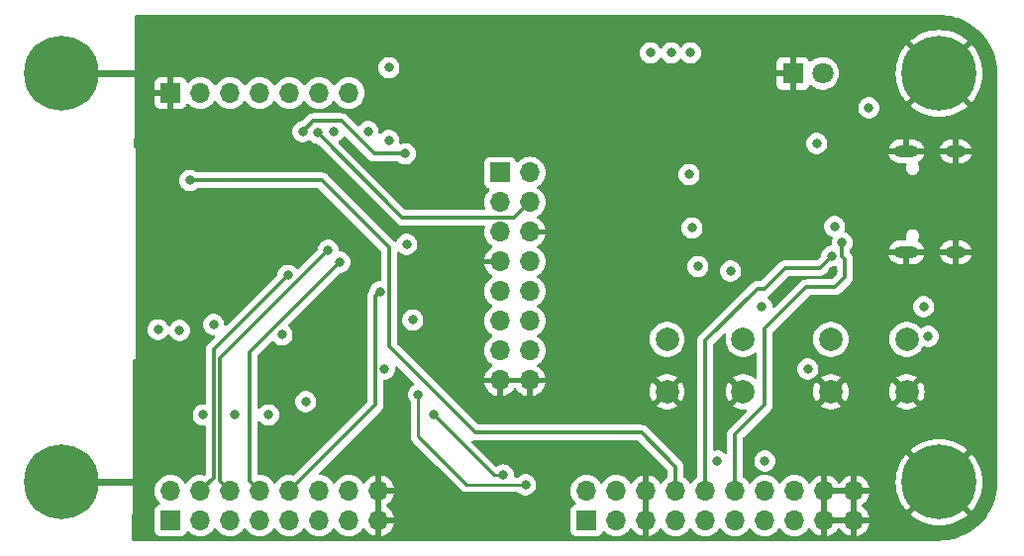
<source format=gbr>
%TF.GenerationSoftware,KiCad,Pcbnew,7.0.7*%
%TF.CreationDate,2024-01-15T23:48:35+01:00*%
%TF.ProjectId,FlipperZeroESP32,466c6970-7065-4725-9a65-726f45535033,rev?*%
%TF.SameCoordinates,Original*%
%TF.FileFunction,Copper,L2,Inr*%
%TF.FilePolarity,Positive*%
%FSLAX46Y46*%
G04 Gerber Fmt 4.6, Leading zero omitted, Abs format (unit mm)*
G04 Created by KiCad (PCBNEW 7.0.7) date 2024-01-15 23:48:35*
%MOMM*%
%LPD*%
G01*
G04 APERTURE LIST*
%TA.AperFunction,ComponentPad*%
%ADD10R,1.700000X1.700000*%
%TD*%
%TA.AperFunction,ComponentPad*%
%ADD11O,1.700000X1.700000*%
%TD*%
%TA.AperFunction,ComponentPad*%
%ADD12C,0.800000*%
%TD*%
%TA.AperFunction,ComponentPad*%
%ADD13C,6.400000*%
%TD*%
%TA.AperFunction,ComponentPad*%
%ADD14C,2.000000*%
%TD*%
%TA.AperFunction,ComponentPad*%
%ADD15O,2.100000X1.000000*%
%TD*%
%TA.AperFunction,ComponentPad*%
%ADD16O,1.800000X1.000000*%
%TD*%
%TA.AperFunction,ComponentPad*%
%ADD17R,1.800000X1.800000*%
%TD*%
%TA.AperFunction,ComponentPad*%
%ADD18C,1.800000*%
%TD*%
%TA.AperFunction,ViaPad*%
%ADD19C,0.800000*%
%TD*%
%TA.AperFunction,Conductor*%
%ADD20C,0.600000*%
%TD*%
%TA.AperFunction,Conductor*%
%ADD21C,0.250000*%
%TD*%
%TA.AperFunction,Conductor*%
%ADD22C,0.350000*%
%TD*%
G04 APERTURE END LIST*
D10*
%TO.N,+3V3*%
%TO.C,J2*%
X149860000Y-143275000D03*
D11*
X149860000Y-140735000D03*
%TO.N,IO1*%
X152400000Y-143275000D03*
X152400000Y-140735000D03*
%TO.N,GND*%
X154940000Y-143275000D03*
X154940000Y-140735000D03*
%TO.N,IO2*%
X157480000Y-143275000D03*
X157480000Y-140735000D03*
%TO.N,RXD0*%
X160020000Y-143275000D03*
X160020000Y-140735000D03*
%TO.N,TXD0*%
X162560000Y-143275000D03*
X162560000Y-140735000D03*
%TO.N,IO18*%
X165100000Y-143275000D03*
X165100000Y-140735000D03*
%TO.N,IO17*%
X167640000Y-143275000D03*
X167640000Y-140735000D03*
%TO.N,GND*%
X170180000Y-143275000D03*
X170180000Y-140735000D03*
X172720000Y-143275000D03*
X172720000Y-140735000D03*
%TD*%
D12*
%TO.N,GND*%
%TO.C,H1*%
X102600000Y-105000000D03*
X103302944Y-103302944D03*
X103302944Y-106697056D03*
X105000000Y-102600000D03*
D13*
X105000000Y-105000000D03*
D12*
X105000000Y-107400000D03*
X106697056Y-103302944D03*
X106697056Y-106697056D03*
X107400000Y-105000000D03*
%TD*%
D10*
%TO.N,+5V*%
%TO.C,J4*%
X142460000Y-113500000D03*
D11*
%TO.N,+3V3*%
X145000000Y-113500000D03*
%TO.N,IO37*%
X142460000Y-116040000D03*
%TO.N,IO36*%
X145000000Y-116040000D03*
%TO.N,IO35*%
X142460000Y-118580000D03*
%TO.N,GND*%
X145000000Y-118580000D03*
X142460000Y-121120000D03*
%TO.N,IO21*%
X145000000Y-121120000D03*
%TO.N,IO16*%
X142460000Y-123660000D03*
%TO.N,IO15*%
X145000000Y-123660000D03*
%TO.N,IO14*%
X142460000Y-126200000D03*
%TO.N,IO9*%
X145000000Y-126200000D03*
%TO.N,IO8*%
X142460000Y-128740000D03*
%TO.N,IO7*%
X145000000Y-128740000D03*
%TO.N,GND*%
X142460000Y-131280000D03*
X145000000Y-131280000D03*
%TD*%
D14*
%TO.N,IO0*%
%TO.C,SW2*%
X170750000Y-127750000D03*
X177250000Y-127750000D03*
%TO.N,GND*%
X170750000Y-132250000D03*
X177250000Y-132250000D03*
%TD*%
%TO.N,RST*%
%TO.C,SW1*%
X156750000Y-127750000D03*
X163250000Y-127750000D03*
%TO.N,GND*%
X156750000Y-132250000D03*
X163250000Y-132250000D03*
%TD*%
D12*
%TO.N,GND*%
%TO.C,H2*%
X177600000Y-105000000D03*
X178302944Y-103302944D03*
X178302944Y-106697056D03*
X180000000Y-102600000D03*
D13*
X180000000Y-105000000D03*
D12*
X180000000Y-107400000D03*
X181697056Y-103302944D03*
X181697056Y-106697056D03*
X182400000Y-105000000D03*
%TD*%
%TO.N,GND*%
%TO.C,H4*%
X177600000Y-140000000D03*
X178302944Y-138302944D03*
X178302944Y-141697056D03*
X180000000Y-137600000D03*
D13*
X180000000Y-140000000D03*
D12*
X180000000Y-142400000D03*
X181697056Y-138302944D03*
X181697056Y-141697056D03*
X182400000Y-140000000D03*
%TD*%
%TO.N,GND*%
%TO.C,H3*%
X102600000Y-140000000D03*
X103302944Y-138302944D03*
X103302944Y-141697056D03*
X105000000Y-137600000D03*
D13*
X105000000Y-140000000D03*
D12*
X105000000Y-142400000D03*
X106697056Y-138302944D03*
X106697056Y-141697056D03*
X107400000Y-140000000D03*
%TD*%
D15*
%TO.N,GND*%
%TO.C,J3*%
X177215000Y-120320000D03*
D16*
X181415000Y-120320000D03*
D15*
X177215000Y-111680000D03*
D16*
X181415000Y-111680000D03*
%TD*%
D10*
%TO.N,GND*%
%TO.C,J5*%
X114300000Y-106680000D03*
D11*
%TO.N,TMS*%
X116840000Y-106680000D03*
%TO.N,TDI*%
X119380000Y-106680000D03*
%TO.N,TDO*%
X121920000Y-106680000D03*
%TO.N,TCK*%
X124460000Y-106680000D03*
%TO.N,RST*%
X127000000Y-106680000D03*
%TO.N,+3V3*%
X129540000Y-106680000D03*
%TD*%
D10*
%TO.N,+5V*%
%TO.C,J1*%
X114300000Y-143275000D03*
D11*
X114300000Y-140735000D03*
%TO.N,IO11*%
X116840000Y-143275000D03*
X116840000Y-140735000D03*
%TO.N,IO13*%
X119380000Y-143275000D03*
X119380000Y-140735000D03*
%TO.N,IO12*%
X121920000Y-143275000D03*
X121920000Y-140735000D03*
%TO.N,IO10*%
X124460000Y-143275000D03*
X124460000Y-140735000D03*
%TO.N,RTS*%
X127000000Y-143275000D03*
X127000000Y-140735000D03*
%TO.N,DTR*%
X129540000Y-143275000D03*
X129540000Y-140735000D03*
%TO.N,GND*%
X132080000Y-143275000D03*
X132080000Y-140735000D03*
%TD*%
D17*
%TO.N,GND*%
%TO.C,D1*%
X167500000Y-105000000D03*
D18*
%TO.N,Net-(D1-A)*%
X170040000Y-105000000D03*
%TD*%
D19*
%TO.N,GND*%
X112268000Y-105029000D03*
X112141000Y-139954000D03*
%TO.N,TXD0*%
X142748000Y-139373500D03*
%TO.N,RXD0*%
X144653000Y-140208000D03*
%TO.N,TXD0*%
X136779000Y-134225845D03*
%TO.N,RXD0*%
X135469345Y-132500655D03*
X115062000Y-127000000D03*
%TO.N,TXD0*%
X113220500Y-126936500D03*
%TO.N,+3V3*%
X158877000Y-118237000D03*
X158623000Y-113665000D03*
X158750000Y-103251000D03*
X171069000Y-118110000D03*
X122682000Y-134239000D03*
X132969000Y-104521000D03*
X157099000Y-103251000D03*
X173990000Y-107950000D03*
X162179000Y-121920000D03*
X169545000Y-110998000D03*
X117094000Y-134239000D03*
X155321000Y-103251000D03*
%TO.N,GND*%
X112903000Y-109855000D03*
X163576000Y-110998000D03*
X153162000Y-115570000D03*
X114046000Y-134239000D03*
X153162000Y-121412000D03*
X170942000Y-121920000D03*
X153162000Y-118491000D03*
X154686000Y-113538000D03*
%TO.N,+5V*%
X159385000Y-121539000D03*
%TO.N,RST*%
X119761000Y-134239000D03*
%TO.N,IO0*%
X132969000Y-110744000D03*
%TO.N,IO11*%
X124333000Y-122301000D03*
%TO.N,IO13*%
X127762000Y-120142000D03*
%TO.N,IO12*%
X128778000Y-121158000D03*
%TO.N,IO10*%
X132194500Y-123698000D03*
%TO.N,RTS*%
X178689000Y-124968000D03*
X164846000Y-124968000D03*
%TO.N,DTR*%
X168783000Y-130302000D03*
X179070000Y-127508000D03*
%TO.N,IO2*%
X115951000Y-114173000D03*
%TO.N,RXD0*%
X170815000Y-120650000D03*
%TO.N,TXD0*%
X171704000Y-119507000D03*
%TO.N,IO17*%
X165100000Y-138176000D03*
X161036000Y-138176000D03*
%TO.N,IO37*%
X134366000Y-111887000D03*
X125603000Y-109982000D03*
%TO.N,IO36*%
X126873000Y-110109000D03*
%TO.N,IO35*%
X131191000Y-109982000D03*
X128270000Y-109982000D03*
%TO.N,IO16*%
X132588000Y-130302000D03*
X125857000Y-133096000D03*
%TO.N,IO15*%
X123825000Y-127381000D03*
%TO.N,IO14*%
X134493000Y-119634000D03*
%TO.N,IO9*%
X135001000Y-126111000D03*
%TO.N,IO7*%
X117983000Y-126492000D03*
%TD*%
D20*
%TO.N,GND*%
X112239000Y-105000000D02*
X112268000Y-105029000D01*
X107400000Y-105000000D02*
X112239000Y-105000000D01*
X112095000Y-140000000D02*
X112141000Y-139954000D01*
X107400000Y-140000000D02*
X112095000Y-140000000D01*
D21*
%TO.N,RXD0*%
X144653000Y-140208000D02*
X139573000Y-140208000D01*
X139573000Y-140208000D02*
X135469345Y-136104345D01*
X135469345Y-136104345D02*
X135469345Y-132500655D01*
%TO.N,TXD0*%
X141926655Y-139373500D02*
X142748000Y-139373500D01*
X136779000Y-134225845D02*
X141926655Y-139373500D01*
D22*
%TO.N,IO2*%
X127254000Y-114173000D02*
X115951000Y-114173000D01*
X154559000Y-135763000D02*
X140335000Y-135763000D01*
X140335000Y-135763000D02*
X132969500Y-128397500D01*
X157480000Y-140735000D02*
X157480000Y-138684000D01*
X157480000Y-138684000D02*
X154559000Y-135763000D01*
X132969500Y-128397500D02*
X132969500Y-119888500D01*
X132969500Y-119888500D02*
X127254000Y-114173000D01*
%TO.N,IO11*%
X117980000Y-139595000D02*
X117980000Y-128654000D01*
X117980000Y-128654000D02*
X124333000Y-122301000D01*
X116840000Y-140735000D02*
X117980000Y-139595000D01*
%TO.N,IO13*%
X118530000Y-139885000D02*
X118530000Y-129374000D01*
X118530000Y-129374000D02*
X127762000Y-120142000D01*
X119380000Y-140735000D02*
X118530000Y-139885000D01*
%TO.N,IO12*%
X121070000Y-128866000D02*
X128778000Y-121158000D01*
X121920000Y-140735000D02*
X121070000Y-139885000D01*
X121070000Y-139885000D02*
X121070000Y-128866000D01*
%TO.N,IO10*%
X124460000Y-140735000D02*
X131826000Y-133369000D01*
X131813000Y-130623016D02*
X131813000Y-124079500D01*
X131826000Y-130636016D02*
X131813000Y-130623016D01*
X131813000Y-124079500D02*
X132194500Y-123698000D01*
X131826000Y-133369000D02*
X131826000Y-130636016D01*
%TO.N,RXD0*%
X165100000Y-123444000D02*
X164465000Y-123444000D01*
X164465000Y-123444000D02*
X160020000Y-127889000D01*
X170815000Y-120650000D02*
X169799000Y-121666000D01*
X169799000Y-121666000D02*
X166878000Y-121666000D01*
X160020000Y-127889000D02*
X160020000Y-140735000D01*
X166878000Y-121666000D02*
X165100000Y-123444000D01*
%TO.N,TXD0*%
X165100000Y-126873000D02*
X165100000Y-133350000D01*
X171069000Y-123317000D02*
X168656000Y-123317000D01*
X171958000Y-120904000D02*
X171958000Y-122428000D01*
X171704000Y-120650000D02*
X171958000Y-120904000D01*
X171958000Y-122428000D02*
X171069000Y-123317000D01*
X168656000Y-123317000D02*
X165100000Y-126873000D01*
X165100000Y-133350000D02*
X162560000Y-135890000D01*
X162560000Y-135890000D02*
X162560000Y-140735000D01*
X171704000Y-119507000D02*
X171704000Y-120650000D01*
%TO.N,IO37*%
X131699000Y-111887000D02*
X128905000Y-109093000D01*
X134366000Y-111887000D02*
X131699000Y-111887000D01*
X126492000Y-109093000D02*
X125603000Y-109982000D01*
X128905000Y-109093000D02*
X126492000Y-109093000D01*
%TO.N,IO36*%
X134119000Y-117355000D02*
X143685000Y-117355000D01*
X143685000Y-117355000D02*
X145000000Y-116040000D01*
X126873000Y-110109000D02*
X134119000Y-117355000D01*
%TD*%
%TA.AperFunction,Conductor*%
%TO.N,GND*%
G36*
X172173692Y-143044685D02*
G01*
X172219447Y-143097489D01*
X172229391Y-143166647D01*
X172225631Y-143183933D01*
X172220000Y-143203111D01*
X172220000Y-143346888D01*
X172225631Y-143366067D01*
X172225630Y-143435936D01*
X172187855Y-143494714D01*
X172124299Y-143523738D01*
X172106653Y-143525000D01*
X170793347Y-143525000D01*
X170726308Y-143505315D01*
X170680553Y-143452511D01*
X170670609Y-143383353D01*
X170674369Y-143366067D01*
X170680000Y-143346888D01*
X170680000Y-143203111D01*
X170674369Y-143183933D01*
X170674370Y-143114064D01*
X170712145Y-143055286D01*
X170775701Y-143026262D01*
X170793347Y-143025000D01*
X172106653Y-143025000D01*
X172173692Y-143044685D01*
G37*
%TD.AperFunction*%
%TA.AperFunction,Conductor*%
G36*
X132257512Y-141234507D02*
G01*
X132310315Y-141280262D01*
X132330000Y-141347301D01*
X132330000Y-142662698D01*
X132310315Y-142729737D01*
X132257511Y-142775492D01*
X132188355Y-142785436D01*
X132115766Y-142775000D01*
X132115763Y-142775000D01*
X132044237Y-142775000D01*
X132044233Y-142775000D01*
X131971645Y-142785436D01*
X131902487Y-142775492D01*
X131849684Y-142729736D01*
X131830000Y-142662698D01*
X131830000Y-141347301D01*
X131849685Y-141280262D01*
X131902489Y-141234507D01*
X131971647Y-141224563D01*
X132044237Y-141235000D01*
X132044238Y-141235000D01*
X132115762Y-141235000D01*
X132115763Y-141235000D01*
X132188353Y-141224563D01*
X132257512Y-141234507D01*
G37*
%TD.AperFunction*%
%TA.AperFunction,Conductor*%
G36*
X155117512Y-141234507D02*
G01*
X155170315Y-141280262D01*
X155190000Y-141347301D01*
X155190000Y-142662698D01*
X155170315Y-142729737D01*
X155117511Y-142775492D01*
X155048355Y-142785436D01*
X154975766Y-142775000D01*
X154975763Y-142775000D01*
X154904237Y-142775000D01*
X154904233Y-142775000D01*
X154831645Y-142785436D01*
X154762487Y-142775492D01*
X154709684Y-142729736D01*
X154690000Y-142662698D01*
X154690000Y-141347301D01*
X154709685Y-141280262D01*
X154762489Y-141234507D01*
X154831647Y-141224563D01*
X154904237Y-141235000D01*
X154904238Y-141235000D01*
X154975762Y-141235000D01*
X154975763Y-141235000D01*
X155048353Y-141224563D01*
X155117512Y-141234507D01*
G37*
%TD.AperFunction*%
%TA.AperFunction,Conductor*%
G36*
X170357512Y-141234507D02*
G01*
X170410315Y-141280262D01*
X170430000Y-141347301D01*
X170430000Y-142662698D01*
X170410315Y-142729737D01*
X170357511Y-142775492D01*
X170288355Y-142785436D01*
X170215766Y-142775000D01*
X170215763Y-142775000D01*
X170144237Y-142775000D01*
X170144233Y-142775000D01*
X170071645Y-142785436D01*
X170002487Y-142775492D01*
X169949684Y-142729736D01*
X169930000Y-142662698D01*
X169930000Y-141347301D01*
X169949685Y-141280262D01*
X170002489Y-141234507D01*
X170071647Y-141224563D01*
X170144237Y-141235000D01*
X170144238Y-141235000D01*
X170215762Y-141235000D01*
X170215763Y-141235000D01*
X170288353Y-141224563D01*
X170357512Y-141234507D01*
G37*
%TD.AperFunction*%
%TA.AperFunction,Conductor*%
G36*
X172897512Y-141234507D02*
G01*
X172950315Y-141280262D01*
X172970000Y-141347301D01*
X172970000Y-142662698D01*
X172950315Y-142729737D01*
X172897511Y-142775492D01*
X172828355Y-142785436D01*
X172755766Y-142775000D01*
X172755763Y-142775000D01*
X172684237Y-142775000D01*
X172684233Y-142775000D01*
X172611645Y-142785436D01*
X172542487Y-142775492D01*
X172489684Y-142729736D01*
X172470000Y-142662698D01*
X172470000Y-141347301D01*
X172489685Y-141280262D01*
X172542489Y-141234507D01*
X172611647Y-141224563D01*
X172684237Y-141235000D01*
X172684238Y-141235000D01*
X172755762Y-141235000D01*
X172755763Y-141235000D01*
X172828353Y-141224563D01*
X172897512Y-141234507D01*
G37*
%TD.AperFunction*%
%TA.AperFunction,Conductor*%
G36*
X172173692Y-140504685D02*
G01*
X172219447Y-140557489D01*
X172229391Y-140626647D01*
X172225631Y-140643933D01*
X172220000Y-140663111D01*
X172220000Y-140806888D01*
X172225631Y-140826067D01*
X172225630Y-140895936D01*
X172187855Y-140954714D01*
X172124299Y-140983738D01*
X172106653Y-140985000D01*
X170793347Y-140985000D01*
X170726308Y-140965315D01*
X170680553Y-140912511D01*
X170670609Y-140843353D01*
X170674369Y-140826067D01*
X170680000Y-140806888D01*
X170680000Y-140663111D01*
X170674369Y-140643933D01*
X170674370Y-140574064D01*
X170712145Y-140515286D01*
X170775701Y-140486262D01*
X170793347Y-140485000D01*
X172106653Y-140485000D01*
X172173692Y-140504685D01*
G37*
%TD.AperFunction*%
%TA.AperFunction,Conductor*%
G36*
X161714049Y-127252764D02*
G01*
X161769983Y-127294636D01*
X161794400Y-127360100D01*
X161790922Y-127399386D01*
X161764892Y-127502174D01*
X161764890Y-127502187D01*
X161744357Y-127749994D01*
X161744357Y-127750005D01*
X161764890Y-127997812D01*
X161764892Y-127997824D01*
X161825936Y-128238881D01*
X161925826Y-128466606D01*
X162061833Y-128674782D01*
X162061836Y-128674785D01*
X162230256Y-128857738D01*
X162426491Y-129010474D01*
X162645190Y-129128828D01*
X162880386Y-129209571D01*
X163125665Y-129250500D01*
X163374335Y-129250500D01*
X163619614Y-129209571D01*
X163854810Y-129128828D01*
X164073509Y-129010474D01*
X164224337Y-128893079D01*
X164289332Y-128867436D01*
X164357872Y-128881002D01*
X164408196Y-128929471D01*
X164424500Y-128990932D01*
X164424500Y-131009701D01*
X164404815Y-131076740D01*
X164352011Y-131122495D01*
X164282853Y-131132439D01*
X164224338Y-131107555D01*
X164073230Y-130989943D01*
X164073228Y-130989942D01*
X163854614Y-130871635D01*
X163854603Y-130871630D01*
X163619493Y-130790916D01*
X163374293Y-130750000D01*
X163125707Y-130750000D01*
X162880506Y-130790916D01*
X162645396Y-130871630D01*
X162645390Y-130871632D01*
X162426761Y-130989949D01*
X162379942Y-131026388D01*
X162379942Y-131026390D01*
X162956833Y-131603280D01*
X162990318Y-131664603D01*
X162985334Y-131734294D01*
X162947408Y-131787148D01*
X162844262Y-131871064D01*
X162844258Y-131871069D01*
X162793947Y-131942343D01*
X162739204Y-131985760D01*
X162669679Y-131992689D01*
X162607444Y-131960930D01*
X162604962Y-131958515D01*
X162026564Y-131380116D01*
X161926267Y-131533632D01*
X161826412Y-131761282D01*
X161765387Y-132002261D01*
X161765385Y-132002270D01*
X161744859Y-132249994D01*
X161744859Y-132250005D01*
X161765385Y-132497729D01*
X161765387Y-132497738D01*
X161826412Y-132738717D01*
X161926266Y-132966364D01*
X162026564Y-133119882D01*
X162601482Y-132544964D01*
X162662805Y-132511479D01*
X162732496Y-132516463D01*
X162788430Y-132558334D01*
X162791514Y-132563249D01*
X162791549Y-132563225D01*
X162796441Y-132570156D01*
X162899637Y-132680651D01*
X162899638Y-132680652D01*
X162934698Y-132701973D01*
X162981749Y-132753623D01*
X162993407Y-132822513D01*
X162965970Y-132886770D01*
X162957950Y-132895601D01*
X162379942Y-133473609D01*
X162426768Y-133510055D01*
X162426770Y-133510056D01*
X162645385Y-133628364D01*
X162645396Y-133628369D01*
X162880506Y-133709083D01*
X163125707Y-133750000D01*
X163374293Y-133750000D01*
X163437096Y-133739520D01*
X163506461Y-133747902D01*
X163560283Y-133792455D01*
X163581474Y-133859033D01*
X163563306Y-133926500D01*
X163545187Y-133949510D01*
X162098100Y-135396597D01*
X162095373Y-135399164D01*
X162050670Y-135438769D01*
X162050667Y-135438772D01*
X162016736Y-135487928D01*
X162014517Y-135490943D01*
X161977674Y-135537970D01*
X161973824Y-135546525D01*
X161962808Y-135566056D01*
X161957484Y-135573770D01*
X161957481Y-135573774D01*
X161936301Y-135629618D01*
X161934869Y-135633075D01*
X161910350Y-135687560D01*
X161908661Y-135696777D01*
X161902639Y-135718381D01*
X161899311Y-135727156D01*
X161892108Y-135786470D01*
X161891545Y-135790171D01*
X161880781Y-135848909D01*
X161880781Y-135848915D01*
X161884387Y-135908533D01*
X161884500Y-135912277D01*
X161884500Y-137449547D01*
X161864815Y-137516586D01*
X161812011Y-137562341D01*
X161742853Y-137572285D01*
X161679297Y-137543260D01*
X161668351Y-137532520D01*
X161641871Y-137503112D01*
X161641870Y-137503111D01*
X161488734Y-137391851D01*
X161488729Y-137391848D01*
X161315807Y-137314857D01*
X161315802Y-137314855D01*
X161170000Y-137283865D01*
X161130646Y-137275500D01*
X160941354Y-137275500D01*
X160845280Y-137295921D01*
X160775613Y-137290604D01*
X160719879Y-137248466D01*
X160695775Y-137182886D01*
X160695500Y-137174630D01*
X160695500Y-128220163D01*
X160715185Y-128153124D01*
X160731819Y-128132482D01*
X161146920Y-127717381D01*
X161583037Y-127281263D01*
X161644358Y-127247780D01*
X161714049Y-127252764D01*
G37*
%TD.AperFunction*%
%TA.AperFunction,Conductor*%
G36*
X171240589Y-121525582D02*
G01*
X171277804Y-121584716D01*
X171282500Y-121618519D01*
X171282500Y-122096836D01*
X171262815Y-122163875D01*
X171246181Y-122184517D01*
X170825518Y-122605181D01*
X170764195Y-122638666D01*
X170737837Y-122641500D01*
X168678272Y-122641500D01*
X168674527Y-122641387D01*
X168614917Y-122637781D01*
X168614909Y-122637781D01*
X168556171Y-122648545D01*
X168552470Y-122649108D01*
X168493153Y-122656312D01*
X168484375Y-122659640D01*
X168462783Y-122665659D01*
X168453562Y-122667349D01*
X168399090Y-122691864D01*
X168395632Y-122693296D01*
X168339772Y-122714482D01*
X168339769Y-122714484D01*
X168332051Y-122719811D01*
X168312514Y-122730830D01*
X168303973Y-122734674D01*
X168303968Y-122734677D01*
X168256946Y-122771515D01*
X168253931Y-122773733D01*
X168204777Y-122807662D01*
X168204769Y-122807669D01*
X168165172Y-122852364D01*
X168162605Y-122855091D01*
X165963141Y-125054556D01*
X165901818Y-125088041D01*
X165832126Y-125083057D01*
X165776193Y-125041185D01*
X165751776Y-124975721D01*
X165751521Y-124968583D01*
X165745101Y-124907500D01*
X165731674Y-124779744D01*
X165673179Y-124599716D01*
X165578533Y-124435784D01*
X165451871Y-124295112D01*
X165399771Y-124257259D01*
X165357105Y-124201929D01*
X165351126Y-124132316D01*
X165383732Y-124070521D01*
X165410090Y-124050837D01*
X165410051Y-124050781D01*
X165411578Y-124049726D01*
X165415049Y-124047135D01*
X165416216Y-124046521D01*
X165416226Y-124046518D01*
X165423933Y-124041197D01*
X165443480Y-124030172D01*
X165452028Y-124026326D01*
X165499066Y-123989472D01*
X165502059Y-123987269D01*
X165551229Y-123953332D01*
X165590852Y-123908605D01*
X165593386Y-123905913D01*
X167121481Y-122377819D01*
X167182805Y-122344334D01*
X167209163Y-122341500D01*
X169776722Y-122341500D01*
X169780466Y-122341613D01*
X169840082Y-122345219D01*
X169840082Y-122345218D01*
X169840085Y-122345219D01*
X169876327Y-122338577D01*
X169898836Y-122334453D01*
X169902540Y-122333889D01*
X169923888Y-122331296D01*
X169961845Y-122326688D01*
X169970605Y-122323365D01*
X169992221Y-122317338D01*
X170001439Y-122315650D01*
X170024783Y-122305144D01*
X170055916Y-122291132D01*
X170059358Y-122289705D01*
X170115226Y-122268518D01*
X170122933Y-122263197D01*
X170142480Y-122252172D01*
X170151028Y-122248326D01*
X170198066Y-122211472D01*
X170201059Y-122209269D01*
X170250229Y-122175332D01*
X170289852Y-122130605D01*
X170292386Y-122127913D01*
X170834073Y-121586227D01*
X170895394Y-121552744D01*
X170908793Y-121550589D01*
X170909631Y-121550500D01*
X170909646Y-121550500D01*
X171094803Y-121511144D01*
X171108064Y-121505239D01*
X171177312Y-121495954D01*
X171240589Y-121525582D01*
G37*
%TD.AperFunction*%
%TA.AperFunction,Conductor*%
G36*
X181392586Y-141039033D02*
G01*
X181621915Y-141268362D01*
X181655400Y-141329685D01*
X181650416Y-141399377D01*
X181608544Y-141455310D01*
X181603126Y-141459144D01*
X181516816Y-141516815D01*
X181516815Y-141516816D01*
X181459144Y-141603126D01*
X181405532Y-141647930D01*
X181336207Y-141656637D01*
X181273180Y-141626482D01*
X181268362Y-141621915D01*
X181039033Y-141392586D01*
X181005548Y-141331263D01*
X181010532Y-141261571D01*
X181046180Y-141210617D01*
X181134870Y-141134870D01*
X181210617Y-141046180D01*
X181269121Y-141007990D01*
X181338989Y-141007490D01*
X181392586Y-141039033D01*
G37*
%TD.AperFunction*%
%TA.AperFunction,Conductor*%
G36*
X178738428Y-141010531D02*
G01*
X178789381Y-141046179D01*
X178865130Y-141134870D01*
X178928855Y-141189296D01*
X178953816Y-141210615D01*
X178992009Y-141269122D01*
X178992507Y-141338990D01*
X178960965Y-141392586D01*
X178731636Y-141621915D01*
X178670313Y-141655400D01*
X178600621Y-141650416D01*
X178544688Y-141608544D01*
X178540853Y-141603124D01*
X178483184Y-141516816D01*
X178396873Y-141459145D01*
X178352068Y-141405533D01*
X178343361Y-141336208D01*
X178373515Y-141273180D01*
X178378083Y-141268362D01*
X178607413Y-141039032D01*
X178668736Y-141005547D01*
X178738428Y-141010531D01*
G37*
%TD.AperFunction*%
%TA.AperFunction,Conductor*%
G36*
X181399377Y-138349582D02*
G01*
X181455310Y-138391454D01*
X181459145Y-138396873D01*
X181516816Y-138483184D01*
X181603124Y-138540853D01*
X181647930Y-138594465D01*
X181656637Y-138663790D01*
X181626483Y-138726817D01*
X181621915Y-138731636D01*
X181392586Y-138960965D01*
X181331263Y-138994450D01*
X181261571Y-138989466D01*
X181210615Y-138953816D01*
X181166746Y-138902452D01*
X181134870Y-138865130D01*
X181046179Y-138789381D01*
X181007989Y-138730878D01*
X181007489Y-138661010D01*
X181039032Y-138607413D01*
X181268362Y-138378083D01*
X181329685Y-138344598D01*
X181399377Y-138349582D01*
G37*
%TD.AperFunction*%
%TA.AperFunction,Conductor*%
G36*
X178726818Y-138373516D02*
G01*
X178731637Y-138378084D01*
X178960966Y-138607413D01*
X178994451Y-138668736D01*
X178989467Y-138738428D01*
X178953817Y-138789384D01*
X178865130Y-138865130D01*
X178789384Y-138953817D01*
X178730877Y-138992010D01*
X178661009Y-138992508D01*
X178607413Y-138960966D01*
X178378084Y-138731637D01*
X178344599Y-138670314D01*
X178349583Y-138600622D01*
X178391455Y-138544689D01*
X178396874Y-138540854D01*
X178400487Y-138538439D01*
X178400489Y-138538439D01*
X178483184Y-138483184D01*
X178538439Y-138400489D01*
X178538439Y-138400487D01*
X178540854Y-138396874D01*
X178594466Y-138352069D01*
X178663791Y-138343362D01*
X178726818Y-138373516D01*
G37*
%TD.AperFunction*%
%TA.AperFunction,Conductor*%
G36*
X144453692Y-131049685D02*
G01*
X144499447Y-131102489D01*
X144509391Y-131171647D01*
X144505631Y-131188933D01*
X144500000Y-131208111D01*
X144500000Y-131351888D01*
X144505631Y-131371067D01*
X144505630Y-131440936D01*
X144467855Y-131499714D01*
X144404299Y-131528738D01*
X144386653Y-131530000D01*
X143073347Y-131530000D01*
X143006308Y-131510315D01*
X142960553Y-131457511D01*
X142950609Y-131388353D01*
X142954369Y-131371067D01*
X142960000Y-131351888D01*
X142960000Y-131208111D01*
X142954369Y-131188933D01*
X142954370Y-131119064D01*
X142992145Y-131060286D01*
X143055701Y-131031262D01*
X143073347Y-131030000D01*
X144386653Y-131030000D01*
X144453692Y-131049685D01*
G37*
%TD.AperFunction*%
%TA.AperFunction,Conductor*%
G36*
X181392586Y-106039033D02*
G01*
X181621915Y-106268362D01*
X181655400Y-106329685D01*
X181650416Y-106399377D01*
X181608544Y-106455310D01*
X181603126Y-106459144D01*
X181516816Y-106516815D01*
X181516815Y-106516816D01*
X181459144Y-106603126D01*
X181405532Y-106647930D01*
X181336207Y-106656637D01*
X181273180Y-106626482D01*
X181268362Y-106621915D01*
X181039033Y-106392586D01*
X181005548Y-106331263D01*
X181010532Y-106261571D01*
X181046180Y-106210617D01*
X181134870Y-106134870D01*
X181210617Y-106046180D01*
X181269121Y-106007990D01*
X181338989Y-106007490D01*
X181392586Y-106039033D01*
G37*
%TD.AperFunction*%
%TA.AperFunction,Conductor*%
G36*
X178738428Y-106010531D02*
G01*
X178789381Y-106046179D01*
X178865130Y-106134870D01*
X178913831Y-106176464D01*
X178953816Y-106210615D01*
X178992009Y-106269122D01*
X178992507Y-106338990D01*
X178960965Y-106392586D01*
X178731636Y-106621915D01*
X178670313Y-106655400D01*
X178600621Y-106650416D01*
X178544688Y-106608544D01*
X178540853Y-106603124D01*
X178483184Y-106516816D01*
X178396873Y-106459145D01*
X178352068Y-106405533D01*
X178343361Y-106336208D01*
X178373515Y-106273180D01*
X178378083Y-106268362D01*
X178607413Y-106039032D01*
X178668736Y-106005547D01*
X178738428Y-106010531D01*
G37*
%TD.AperFunction*%
%TA.AperFunction,Conductor*%
G36*
X181399377Y-103349582D02*
G01*
X181455310Y-103391454D01*
X181459145Y-103396873D01*
X181461560Y-103400488D01*
X181461561Y-103400489D01*
X181516816Y-103483184D01*
X181595106Y-103535496D01*
X181603124Y-103540853D01*
X181647930Y-103594465D01*
X181656637Y-103663790D01*
X181626483Y-103726817D01*
X181621915Y-103731636D01*
X181392586Y-103960965D01*
X181331263Y-103994450D01*
X181261571Y-103989466D01*
X181210615Y-103953816D01*
X181185054Y-103923888D01*
X181134870Y-103865130D01*
X181046179Y-103789381D01*
X181007989Y-103730878D01*
X181007489Y-103661010D01*
X181039032Y-103607413D01*
X181268362Y-103378083D01*
X181329685Y-103344598D01*
X181399377Y-103349582D01*
G37*
%TD.AperFunction*%
%TA.AperFunction,Conductor*%
G36*
X178726818Y-103373516D02*
G01*
X178731637Y-103378084D01*
X178960966Y-103607413D01*
X178994451Y-103668736D01*
X178989467Y-103738428D01*
X178953817Y-103789384D01*
X178865130Y-103865130D01*
X178789384Y-103953817D01*
X178730877Y-103992010D01*
X178661009Y-103992508D01*
X178607413Y-103960966D01*
X178378084Y-103731637D01*
X178344599Y-103670314D01*
X178349583Y-103600622D01*
X178391455Y-103544689D01*
X178396874Y-103540854D01*
X178400487Y-103538439D01*
X178400489Y-103538439D01*
X178483184Y-103483184D01*
X178538439Y-103400489D01*
X178538439Y-103400487D01*
X178540854Y-103396874D01*
X178594466Y-103352069D01*
X178663791Y-103343362D01*
X178726818Y-103373516D01*
G37*
%TD.AperFunction*%
%TA.AperFunction,Conductor*%
G36*
X180217318Y-100009488D02*
G01*
X180415934Y-100018160D01*
X180420865Y-100018574D01*
X180636792Y-100045489D01*
X180832940Y-100071313D01*
X180837265Y-100071883D01*
X180841894Y-100072671D01*
X181054183Y-100117183D01*
X181252534Y-100161157D01*
X181256778Y-100162257D01*
X181464544Y-100224112D01*
X181658658Y-100285317D01*
X181662530Y-100286680D01*
X181864457Y-100365472D01*
X182052817Y-100443494D01*
X182056252Y-100445045D01*
X182131343Y-100481755D01*
X182250992Y-100540249D01*
X182388629Y-100611897D01*
X182432009Y-100634479D01*
X182435107Y-100636207D01*
X182621382Y-100747202D01*
X182793662Y-100856957D01*
X182796377Y-100858789D01*
X182972918Y-100984837D01*
X183135098Y-101109282D01*
X183137426Y-101111159D01*
X183303055Y-101251439D01*
X183454895Y-101390574D01*
X183609424Y-101545103D01*
X183748557Y-101696940D01*
X183888839Y-101862572D01*
X183890716Y-101864900D01*
X184015162Y-102027081D01*
X184141209Y-102203621D01*
X184143040Y-102206335D01*
X184252797Y-102378617D01*
X184363791Y-102564891D01*
X184365525Y-102568000D01*
X184459750Y-102749007D01*
X184509124Y-102850000D01*
X184554953Y-102943744D01*
X184556524Y-102947229D01*
X184634536Y-103135566D01*
X184713309Y-103337445D01*
X184714681Y-103341340D01*
X184775899Y-103535496D01*
X184837735Y-103743200D01*
X184838843Y-103747472D01*
X184882818Y-103945826D01*
X184927326Y-104158101D01*
X184928115Y-104162733D01*
X184954524Y-104363319D01*
X184981422Y-104579114D01*
X184981839Y-104584080D01*
X184990513Y-104782728D01*
X184999500Y-105000000D01*
X184999500Y-140000000D01*
X184990513Y-140217271D01*
X184981839Y-140415918D01*
X184981422Y-140420884D01*
X184954524Y-140636680D01*
X184928115Y-140837265D01*
X184927326Y-140841897D01*
X184882818Y-141054173D01*
X184838843Y-141252526D01*
X184837735Y-141256798D01*
X184775899Y-141464503D01*
X184714681Y-141658658D01*
X184713309Y-141662552D01*
X184634536Y-141864433D01*
X184556524Y-142052769D01*
X184554944Y-142056274D01*
X184459750Y-142250992D01*
X184365525Y-142431998D01*
X184363791Y-142435107D01*
X184252797Y-142621382D01*
X184143040Y-142793663D01*
X184141209Y-142796377D01*
X184015162Y-142972918D01*
X183890716Y-143135099D01*
X183888839Y-143137426D01*
X183748557Y-143303059D01*
X183674982Y-143383353D01*
X183611611Y-143452511D01*
X183609426Y-143454895D01*
X183454895Y-143609426D01*
X183303059Y-143748557D01*
X183137426Y-143888839D01*
X183135099Y-143890716D01*
X182972918Y-144015162D01*
X182796377Y-144141209D01*
X182793663Y-144143040D01*
X182621382Y-144252797D01*
X182435107Y-144363791D01*
X182431998Y-144365525D01*
X182250992Y-144459750D01*
X182056274Y-144554944D01*
X182052769Y-144556524D01*
X181864433Y-144634536D01*
X181662552Y-144713309D01*
X181658658Y-144714681D01*
X181464503Y-144775899D01*
X181256798Y-144837735D01*
X181252526Y-144838843D01*
X181054173Y-144882818D01*
X180841897Y-144927326D01*
X180837265Y-144928115D01*
X180636680Y-144954524D01*
X180420884Y-144981422D01*
X180415918Y-144981839D01*
X180217271Y-144990513D01*
X180000000Y-144999500D01*
X111131000Y-144999500D01*
X111063961Y-144979815D01*
X111018206Y-144927011D01*
X111007002Y-144874837D01*
X111029140Y-140735000D01*
X112944341Y-140735000D01*
X112964936Y-140970403D01*
X112964938Y-140970413D01*
X113026094Y-141198655D01*
X113026096Y-141198659D01*
X113026097Y-141198663D01*
X113105801Y-141369588D01*
X113125965Y-141412830D01*
X113125967Y-141412834D01*
X113191899Y-141506994D01*
X113261504Y-141606400D01*
X113261506Y-141606402D01*
X113383430Y-141728326D01*
X113416915Y-141789649D01*
X113411931Y-141859341D01*
X113370059Y-141915274D01*
X113339083Y-141932189D01*
X113207669Y-141981203D01*
X113207664Y-141981206D01*
X113092455Y-142067452D01*
X113092452Y-142067455D01*
X113006206Y-142182664D01*
X113006202Y-142182671D01*
X112955908Y-142317517D01*
X112949501Y-142377116D01*
X112949500Y-142377135D01*
X112949500Y-144172870D01*
X112949501Y-144172876D01*
X112955908Y-144232483D01*
X113006202Y-144367328D01*
X113006206Y-144367335D01*
X113092452Y-144482544D01*
X113092455Y-144482547D01*
X113207664Y-144568793D01*
X113207671Y-144568797D01*
X113342517Y-144619091D01*
X113342516Y-144619091D01*
X113349444Y-144619835D01*
X113402127Y-144625500D01*
X115197872Y-144625499D01*
X115257483Y-144619091D01*
X115392331Y-144568796D01*
X115507546Y-144482546D01*
X115593796Y-144367331D01*
X115642810Y-144235916D01*
X115684681Y-144179984D01*
X115750145Y-144155566D01*
X115818418Y-144170417D01*
X115846672Y-144191569D01*
X115968599Y-144313495D01*
X116065384Y-144381264D01*
X116162165Y-144449032D01*
X116162167Y-144449033D01*
X116162170Y-144449035D01*
X116376337Y-144548903D01*
X116376343Y-144548904D01*
X116376344Y-144548905D01*
X116404779Y-144556524D01*
X116604592Y-144610063D01*
X116781034Y-144625500D01*
X116839999Y-144630659D01*
X116840000Y-144630659D01*
X116840001Y-144630659D01*
X116898966Y-144625500D01*
X117075408Y-144610063D01*
X117303663Y-144548903D01*
X117517830Y-144449035D01*
X117711401Y-144313495D01*
X117878495Y-144146401D01*
X118008426Y-143960840D01*
X118063001Y-143917217D01*
X118132499Y-143910023D01*
X118194854Y-143941546D01*
X118211574Y-143960841D01*
X118341505Y-144146401D01*
X118508599Y-144313495D01*
X118605384Y-144381264D01*
X118702165Y-144449032D01*
X118702167Y-144449033D01*
X118702170Y-144449035D01*
X118916337Y-144548903D01*
X118916343Y-144548904D01*
X118916344Y-144548905D01*
X118944779Y-144556524D01*
X119144592Y-144610063D01*
X119321034Y-144625500D01*
X119379999Y-144630659D01*
X119380000Y-144630659D01*
X119380001Y-144630659D01*
X119438966Y-144625500D01*
X119615408Y-144610063D01*
X119843663Y-144548903D01*
X120057830Y-144449035D01*
X120251401Y-144313495D01*
X120418495Y-144146401D01*
X120548426Y-143960841D01*
X120603002Y-143917217D01*
X120672500Y-143910023D01*
X120734855Y-143941546D01*
X120751575Y-143960842D01*
X120881281Y-144146082D01*
X120881505Y-144146401D01*
X121048599Y-144313495D01*
X121145384Y-144381264D01*
X121242165Y-144449032D01*
X121242167Y-144449033D01*
X121242170Y-144449035D01*
X121456337Y-144548903D01*
X121456343Y-144548904D01*
X121456344Y-144548905D01*
X121484779Y-144556524D01*
X121684592Y-144610063D01*
X121861034Y-144625500D01*
X121919999Y-144630659D01*
X121920000Y-144630659D01*
X121920001Y-144630659D01*
X121978966Y-144625500D01*
X122155408Y-144610063D01*
X122383663Y-144548903D01*
X122597830Y-144449035D01*
X122791401Y-144313495D01*
X122958495Y-144146401D01*
X123088426Y-143960840D01*
X123143001Y-143917217D01*
X123212499Y-143910023D01*
X123274854Y-143941546D01*
X123291574Y-143960841D01*
X123421505Y-144146401D01*
X123588599Y-144313495D01*
X123685384Y-144381264D01*
X123782165Y-144449032D01*
X123782167Y-144449033D01*
X123782170Y-144449035D01*
X123996337Y-144548903D01*
X123996343Y-144548904D01*
X123996344Y-144548905D01*
X124024779Y-144556524D01*
X124224592Y-144610063D01*
X124401034Y-144625500D01*
X124459999Y-144630659D01*
X124460000Y-144630659D01*
X124460001Y-144630659D01*
X124518966Y-144625500D01*
X124695408Y-144610063D01*
X124923663Y-144548903D01*
X125137830Y-144449035D01*
X125331401Y-144313495D01*
X125498495Y-144146401D01*
X125628426Y-143960841D01*
X125683002Y-143917217D01*
X125752500Y-143910023D01*
X125814855Y-143941546D01*
X125831575Y-143960842D01*
X125961281Y-144146082D01*
X125961505Y-144146401D01*
X126128599Y-144313495D01*
X126225384Y-144381264D01*
X126322165Y-144449032D01*
X126322167Y-144449033D01*
X126322170Y-144449035D01*
X126536337Y-144548903D01*
X126536343Y-144548904D01*
X126536344Y-144548905D01*
X126564779Y-144556524D01*
X126764592Y-144610063D01*
X126941034Y-144625500D01*
X126999999Y-144630659D01*
X127000000Y-144630659D01*
X127000001Y-144630659D01*
X127058966Y-144625500D01*
X127235408Y-144610063D01*
X127463663Y-144548903D01*
X127677830Y-144449035D01*
X127871401Y-144313495D01*
X128038495Y-144146401D01*
X128168426Y-143960840D01*
X128223001Y-143917217D01*
X128292499Y-143910023D01*
X128354854Y-143941546D01*
X128371574Y-143960841D01*
X128501505Y-144146401D01*
X128668599Y-144313495D01*
X128765384Y-144381264D01*
X128862165Y-144449032D01*
X128862167Y-144449033D01*
X128862170Y-144449035D01*
X129076337Y-144548903D01*
X129076343Y-144548904D01*
X129076344Y-144548905D01*
X129104779Y-144556524D01*
X129304592Y-144610063D01*
X129481034Y-144625500D01*
X129539999Y-144630659D01*
X129540000Y-144630659D01*
X129540001Y-144630659D01*
X129598966Y-144625500D01*
X129775408Y-144610063D01*
X130003663Y-144548903D01*
X130217830Y-144449035D01*
X130411401Y-144313495D01*
X130578495Y-144146401D01*
X130708730Y-143960405D01*
X130763307Y-143916781D01*
X130832805Y-143909587D01*
X130895160Y-143941110D01*
X130911879Y-143960405D01*
X131041890Y-144146078D01*
X131208917Y-144313105D01*
X131402421Y-144448600D01*
X131616507Y-144548429D01*
X131616516Y-144548433D01*
X131830000Y-144605634D01*
X131830000Y-143887301D01*
X131849685Y-143820262D01*
X131902489Y-143774507D01*
X131971647Y-143764563D01*
X132044237Y-143775000D01*
X132044238Y-143775000D01*
X132115762Y-143775000D01*
X132115763Y-143775000D01*
X132188353Y-143764563D01*
X132257512Y-143774507D01*
X132310315Y-143820262D01*
X132330000Y-143887301D01*
X132330000Y-144605633D01*
X132543483Y-144548433D01*
X132543492Y-144548429D01*
X132757578Y-144448600D01*
X132951082Y-144313105D01*
X133118105Y-144146082D01*
X133253600Y-143952578D01*
X133353429Y-143738492D01*
X133353432Y-143738486D01*
X133410636Y-143525000D01*
X132693347Y-143525000D01*
X132626308Y-143505315D01*
X132580553Y-143452511D01*
X132570609Y-143383353D01*
X132574369Y-143366067D01*
X132580000Y-143346888D01*
X132580000Y-143203111D01*
X132574369Y-143183933D01*
X132574370Y-143114064D01*
X132612145Y-143055286D01*
X132675701Y-143026262D01*
X132693347Y-143025000D01*
X133410636Y-143025000D01*
X133410635Y-143024999D01*
X133353432Y-142811513D01*
X133353429Y-142811507D01*
X133253600Y-142597422D01*
X133253599Y-142597420D01*
X133118113Y-142403926D01*
X133118108Y-142403920D01*
X132951082Y-142236894D01*
X132764968Y-142106575D01*
X132721344Y-142051998D01*
X132714151Y-141982499D01*
X132745673Y-141920145D01*
X132764968Y-141903425D01*
X132951082Y-141773105D01*
X133118105Y-141606082D01*
X133253600Y-141412578D01*
X133353429Y-141198492D01*
X133353432Y-141198486D01*
X133410636Y-140985000D01*
X132693347Y-140985000D01*
X132626308Y-140965315D01*
X132580553Y-140912511D01*
X132570609Y-140843353D01*
X132574369Y-140826067D01*
X132580000Y-140806888D01*
X132580000Y-140663111D01*
X132574369Y-140643933D01*
X132574370Y-140574064D01*
X132612145Y-140515286D01*
X132675701Y-140486262D01*
X132693347Y-140485000D01*
X133410636Y-140485000D01*
X133410635Y-140484999D01*
X133353432Y-140271513D01*
X133353429Y-140271507D01*
X133253600Y-140057422D01*
X133253599Y-140057420D01*
X133118113Y-139863926D01*
X133118108Y-139863920D01*
X132951082Y-139696894D01*
X132757578Y-139561399D01*
X132543492Y-139461570D01*
X132543486Y-139461567D01*
X132330000Y-139404364D01*
X132330000Y-140122698D01*
X132310315Y-140189737D01*
X132257511Y-140235492D01*
X132188355Y-140245436D01*
X132115766Y-140235000D01*
X132115763Y-140235000D01*
X132044237Y-140235000D01*
X132044233Y-140235000D01*
X131971645Y-140245436D01*
X131902487Y-140235492D01*
X131849684Y-140189736D01*
X131830000Y-140122698D01*
X131829999Y-139404364D01*
X131616513Y-139461567D01*
X131616507Y-139461570D01*
X131402422Y-139561399D01*
X131402420Y-139561400D01*
X131208926Y-139696886D01*
X131208920Y-139696891D01*
X131041891Y-139863920D01*
X131041890Y-139863922D01*
X130911880Y-140049595D01*
X130857303Y-140093219D01*
X130787804Y-140100412D01*
X130725450Y-140068890D01*
X130708730Y-140049594D01*
X130578494Y-139863597D01*
X130411402Y-139696506D01*
X130411395Y-139696501D01*
X130217834Y-139560967D01*
X130217830Y-139560965D01*
X130176690Y-139541781D01*
X130003663Y-139461097D01*
X130003659Y-139461096D01*
X130003655Y-139461094D01*
X129775413Y-139399938D01*
X129775403Y-139399936D01*
X129540001Y-139379341D01*
X129539999Y-139379341D01*
X129304596Y-139399936D01*
X129304586Y-139399938D01*
X129076344Y-139461094D01*
X129076335Y-139461098D01*
X128862171Y-139560964D01*
X128862169Y-139560965D01*
X128668597Y-139696505D01*
X128501505Y-139863597D01*
X128371575Y-140049158D01*
X128316998Y-140092783D01*
X128247500Y-140099977D01*
X128185145Y-140068454D01*
X128168425Y-140049158D01*
X128038494Y-139863597D01*
X127871402Y-139696506D01*
X127871395Y-139696501D01*
X127677834Y-139560967D01*
X127677830Y-139560965D01*
X127636690Y-139541781D01*
X127463663Y-139461097D01*
X127463659Y-139461096D01*
X127463655Y-139461094D01*
X127235413Y-139399938D01*
X127235403Y-139399936D01*
X127054291Y-139384090D01*
X126989222Y-139358637D01*
X126948244Y-139302046D01*
X126944366Y-139232284D01*
X126977416Y-139172883D01*
X132287913Y-133862386D01*
X132290605Y-133859852D01*
X132335332Y-133820229D01*
X132369269Y-133771059D01*
X132371472Y-133768066D01*
X132408326Y-133721028D01*
X132412172Y-133712480D01*
X132423197Y-133692935D01*
X132428517Y-133685227D01*
X132428516Y-133685227D01*
X132428518Y-133685226D01*
X132449705Y-133629358D01*
X132451132Y-133625916D01*
X132475647Y-133571446D01*
X132475647Y-133571445D01*
X132475650Y-133571439D01*
X132477338Y-133562221D01*
X132483366Y-133540603D01*
X132486688Y-133531845D01*
X132493889Y-133472540D01*
X132494453Y-133468836D01*
X132499426Y-133441694D01*
X132505219Y-133410085D01*
X132501613Y-133350466D01*
X132501500Y-133346722D01*
X132501500Y-131326500D01*
X132521185Y-131259461D01*
X132573989Y-131213706D01*
X132625500Y-131202500D01*
X132682644Y-131202500D01*
X132682646Y-131202500D01*
X132867803Y-131163144D01*
X133040730Y-131086151D01*
X133193871Y-130974888D01*
X133320533Y-130834216D01*
X133415179Y-130670284D01*
X133473674Y-130490256D01*
X133493460Y-130302000D01*
X133480118Y-130175061D01*
X133492687Y-130106334D01*
X133540419Y-130055310D01*
X133608160Y-130038192D01*
X133674401Y-130060414D01*
X133691120Y-130074421D01*
X135108095Y-131491396D01*
X135141580Y-131552719D01*
X135136596Y-131622411D01*
X135094724Y-131678344D01*
X135070851Y-131692356D01*
X135016612Y-131716505D01*
X135016610Y-131716506D01*
X134863474Y-131827766D01*
X134736811Y-131968440D01*
X134642166Y-132132370D01*
X134642163Y-132132377D01*
X134583849Y-132311851D01*
X134583671Y-132312399D01*
X134563885Y-132500655D01*
X134583671Y-132688911D01*
X134583672Y-132688914D01*
X134642163Y-132868932D01*
X134642166Y-132868939D01*
X134736812Y-133032871D01*
X134741283Y-133037836D01*
X134811995Y-133116370D01*
X134842225Y-133179361D01*
X134843845Y-133199342D01*
X134843845Y-136021600D01*
X134842120Y-136037217D01*
X134842406Y-136037244D01*
X134841671Y-136045010D01*
X134843845Y-136114159D01*
X134843845Y-136143688D01*
X134843846Y-136143705D01*
X134844713Y-136150576D01*
X134845171Y-136156395D01*
X134846635Y-136202969D01*
X134846636Y-136202972D01*
X134852225Y-136222212D01*
X134856169Y-136241256D01*
X134858681Y-136261137D01*
X134872057Y-136294922D01*
X134875835Y-136304464D01*
X134877727Y-136309992D01*
X134890726Y-136354733D01*
X134900925Y-136371979D01*
X134909481Y-136389445D01*
X134916859Y-136408077D01*
X134941664Y-136442219D01*
X134944243Y-136445768D01*
X134947451Y-136450652D01*
X134971172Y-136490761D01*
X134971178Y-136490769D01*
X134985335Y-136504925D01*
X134997973Y-136519721D01*
X135009750Y-136535931D01*
X135009751Y-136535932D01*
X135045654Y-136565633D01*
X135049965Y-136569555D01*
X137062732Y-138582322D01*
X139072194Y-140591784D01*
X139082019Y-140604048D01*
X139082240Y-140603866D01*
X139087210Y-140609873D01*
X139087213Y-140609876D01*
X139087214Y-140609877D01*
X139137651Y-140657241D01*
X139158530Y-140678120D01*
X139164004Y-140682366D01*
X139168442Y-140686156D01*
X139202418Y-140718062D01*
X139202422Y-140718064D01*
X139219973Y-140727713D01*
X139236231Y-140738392D01*
X139252064Y-140750674D01*
X139274015Y-140760172D01*
X139294837Y-140769183D01*
X139300081Y-140771752D01*
X139340908Y-140794197D01*
X139360312Y-140799179D01*
X139378710Y-140805478D01*
X139397105Y-140813438D01*
X139443129Y-140820726D01*
X139448832Y-140821907D01*
X139493981Y-140833500D01*
X139514016Y-140833500D01*
X139533413Y-140835026D01*
X139553196Y-140838160D01*
X139599583Y-140833775D01*
X139605422Y-140833500D01*
X143949252Y-140833500D01*
X144016291Y-140853185D01*
X144041400Y-140874526D01*
X144047126Y-140880885D01*
X144047130Y-140880889D01*
X144200265Y-140992148D01*
X144200270Y-140992151D01*
X144373192Y-141069142D01*
X144373197Y-141069144D01*
X144558354Y-141108500D01*
X144558355Y-141108500D01*
X144747644Y-141108500D01*
X144747646Y-141108500D01*
X144932803Y-141069144D01*
X145105730Y-140992151D01*
X145258871Y-140880888D01*
X145385533Y-140740216D01*
X145480179Y-140576284D01*
X145538674Y-140396256D01*
X145558460Y-140208000D01*
X145538674Y-140019744D01*
X145480179Y-139839716D01*
X145385533Y-139675784D01*
X145258871Y-139535112D01*
X145258870Y-139535111D01*
X145105734Y-139423851D01*
X145105729Y-139423848D01*
X144932807Y-139346857D01*
X144932802Y-139346855D01*
X144787000Y-139315865D01*
X144747646Y-139307500D01*
X144558354Y-139307500D01*
X144525897Y-139314398D01*
X144373197Y-139346855D01*
X144373192Y-139346857D01*
X144200270Y-139423848D01*
X144200265Y-139423851D01*
X144047130Y-139535110D01*
X144047126Y-139535114D01*
X144041400Y-139541474D01*
X143981913Y-139578121D01*
X143949252Y-139582500D01*
X143769209Y-139582500D01*
X143702170Y-139562815D01*
X143656415Y-139510011D01*
X143645888Y-139445540D01*
X143653460Y-139373500D01*
X143633674Y-139185244D01*
X143575179Y-139005216D01*
X143480533Y-138841284D01*
X143353871Y-138700612D01*
X143353870Y-138700611D01*
X143200734Y-138589351D01*
X143200729Y-138589348D01*
X143027807Y-138512357D01*
X143027802Y-138512355D01*
X142869298Y-138478665D01*
X142842646Y-138473000D01*
X142653354Y-138473000D01*
X142626702Y-138478665D01*
X142468197Y-138512355D01*
X142468192Y-138512357D01*
X142295270Y-138589348D01*
X142295265Y-138589351D01*
X142225624Y-138639949D01*
X142159818Y-138663429D01*
X142091764Y-138647603D01*
X142065058Y-138627312D01*
X140072582Y-136634836D01*
X140039097Y-136573513D01*
X140044081Y-136503821D01*
X140085953Y-136447888D01*
X140151417Y-136423471D01*
X140175208Y-136424059D01*
X140204433Y-136427607D01*
X140231471Y-136430890D01*
X140235158Y-136431451D01*
X140293915Y-136442219D01*
X140293916Y-136442218D01*
X140293917Y-136442219D01*
X140353534Y-136438613D01*
X140357278Y-136438500D01*
X154227837Y-136438500D01*
X154294876Y-136458185D01*
X154315518Y-136474819D01*
X156768181Y-138927482D01*
X156801666Y-138988805D01*
X156804500Y-139015163D01*
X156804500Y-139494783D01*
X156784815Y-139561822D01*
X156751624Y-139596358D01*
X156608594Y-139696508D01*
X156441508Y-139863594D01*
X156311269Y-140049595D01*
X156256692Y-140093219D01*
X156187193Y-140100412D01*
X156124839Y-140068890D01*
X156108119Y-140049594D01*
X155978113Y-139863926D01*
X155978108Y-139863920D01*
X155811082Y-139696894D01*
X155617578Y-139561399D01*
X155403492Y-139461570D01*
X155403486Y-139461567D01*
X155190000Y-139404364D01*
X155190000Y-140122698D01*
X155170315Y-140189737D01*
X155117511Y-140235492D01*
X155048355Y-140245436D01*
X154975766Y-140235000D01*
X154975763Y-140235000D01*
X154904237Y-140235000D01*
X154904233Y-140235000D01*
X154831645Y-140245436D01*
X154762487Y-140235492D01*
X154709684Y-140189736D01*
X154690000Y-140122698D01*
X154690000Y-139404364D01*
X154689999Y-139404364D01*
X154476513Y-139461567D01*
X154476507Y-139461570D01*
X154262422Y-139561399D01*
X154262420Y-139561400D01*
X154068926Y-139696886D01*
X154068920Y-139696891D01*
X153901891Y-139863920D01*
X153901890Y-139863922D01*
X153771880Y-140049595D01*
X153717303Y-140093219D01*
X153647804Y-140100412D01*
X153585450Y-140068890D01*
X153568730Y-140049594D01*
X153438494Y-139863597D01*
X153271402Y-139696506D01*
X153271395Y-139696501D01*
X153077834Y-139560967D01*
X153077830Y-139560965D01*
X153036690Y-139541781D01*
X152863663Y-139461097D01*
X152863659Y-139461096D01*
X152863655Y-139461094D01*
X152635413Y-139399938D01*
X152635403Y-139399936D01*
X152400001Y-139379341D01*
X152399999Y-139379341D01*
X152164596Y-139399936D01*
X152164586Y-139399938D01*
X151936344Y-139461094D01*
X151936335Y-139461098D01*
X151722171Y-139560964D01*
X151722169Y-139560965D01*
X151528597Y-139696505D01*
X151361505Y-139863597D01*
X151231575Y-140049158D01*
X151176998Y-140092783D01*
X151107500Y-140099977D01*
X151045145Y-140068454D01*
X151028425Y-140049158D01*
X150898494Y-139863597D01*
X150731402Y-139696506D01*
X150731395Y-139696501D01*
X150537834Y-139560967D01*
X150537830Y-139560965D01*
X150496690Y-139541781D01*
X150323663Y-139461097D01*
X150323659Y-139461096D01*
X150323655Y-139461094D01*
X150095413Y-139399938D01*
X150095403Y-139399936D01*
X149860001Y-139379341D01*
X149859999Y-139379341D01*
X149624596Y-139399936D01*
X149624586Y-139399938D01*
X149396344Y-139461094D01*
X149396335Y-139461098D01*
X149182171Y-139560964D01*
X149182169Y-139560965D01*
X148988597Y-139696505D01*
X148821505Y-139863597D01*
X148685965Y-140057169D01*
X148685964Y-140057171D01*
X148586098Y-140271335D01*
X148586094Y-140271344D01*
X148524938Y-140499586D01*
X148524936Y-140499596D01*
X148504341Y-140734999D01*
X148504341Y-140735000D01*
X148524936Y-140970403D01*
X148524938Y-140970413D01*
X148586094Y-141198655D01*
X148586096Y-141198659D01*
X148586097Y-141198663D01*
X148665801Y-141369588D01*
X148685965Y-141412830D01*
X148685967Y-141412834D01*
X148751899Y-141506994D01*
X148821504Y-141606400D01*
X148821506Y-141606402D01*
X148943430Y-141728326D01*
X148976915Y-141789649D01*
X148971931Y-141859341D01*
X148930059Y-141915274D01*
X148899083Y-141932189D01*
X148767669Y-141981203D01*
X148767664Y-141981206D01*
X148652455Y-142067452D01*
X148652452Y-142067455D01*
X148566206Y-142182664D01*
X148566202Y-142182671D01*
X148515908Y-142317517D01*
X148509501Y-142377116D01*
X148509500Y-142377135D01*
X148509500Y-144172870D01*
X148509501Y-144172876D01*
X148515908Y-144232483D01*
X148566202Y-144367328D01*
X148566206Y-144367335D01*
X148652452Y-144482544D01*
X148652455Y-144482547D01*
X148767664Y-144568793D01*
X148767671Y-144568797D01*
X148902517Y-144619091D01*
X148902516Y-144619091D01*
X148909444Y-144619835D01*
X148962127Y-144625500D01*
X150757872Y-144625499D01*
X150817483Y-144619091D01*
X150952331Y-144568796D01*
X151067546Y-144482546D01*
X151153796Y-144367331D01*
X151202810Y-144235916D01*
X151244681Y-144179984D01*
X151310145Y-144155566D01*
X151378418Y-144170417D01*
X151406673Y-144191569D01*
X151528599Y-144313495D01*
X151625384Y-144381264D01*
X151722165Y-144449032D01*
X151722167Y-144449033D01*
X151722170Y-144449035D01*
X151936337Y-144548903D01*
X151936343Y-144548904D01*
X151936344Y-144548905D01*
X151964779Y-144556524D01*
X152164592Y-144610063D01*
X152341034Y-144625500D01*
X152399999Y-144630659D01*
X152400000Y-144630659D01*
X152400001Y-144630659D01*
X152458966Y-144625500D01*
X152635408Y-144610063D01*
X152863663Y-144548903D01*
X153077830Y-144449035D01*
X153271401Y-144313495D01*
X153438495Y-144146401D01*
X153568730Y-143960405D01*
X153623307Y-143916781D01*
X153692805Y-143909587D01*
X153755160Y-143941110D01*
X153771879Y-143960405D01*
X153901890Y-144146078D01*
X154068917Y-144313105D01*
X154262421Y-144448600D01*
X154476507Y-144548429D01*
X154476516Y-144548433D01*
X154690000Y-144605634D01*
X154690000Y-143887301D01*
X154709685Y-143820262D01*
X154762489Y-143774507D01*
X154831647Y-143764563D01*
X154904237Y-143775000D01*
X154904238Y-143775000D01*
X154975762Y-143775000D01*
X154975763Y-143775000D01*
X155048353Y-143764563D01*
X155117512Y-143774507D01*
X155170315Y-143820262D01*
X155190000Y-143887301D01*
X155190000Y-144605633D01*
X155403483Y-144548433D01*
X155403492Y-144548429D01*
X155617578Y-144448600D01*
X155811082Y-144313105D01*
X155978105Y-144146082D01*
X156108119Y-143960405D01*
X156162696Y-143916781D01*
X156232195Y-143909588D01*
X156294549Y-143941110D01*
X156311269Y-143960405D01*
X156441505Y-144146401D01*
X156608599Y-144313495D01*
X156705384Y-144381264D01*
X156802165Y-144449032D01*
X156802167Y-144449033D01*
X156802170Y-144449035D01*
X157016337Y-144548903D01*
X157016343Y-144548904D01*
X157016344Y-144548905D01*
X157044779Y-144556524D01*
X157244592Y-144610063D01*
X157421034Y-144625500D01*
X157479999Y-144630659D01*
X157480000Y-144630659D01*
X157480001Y-144630659D01*
X157538966Y-144625500D01*
X157715408Y-144610063D01*
X157943663Y-144548903D01*
X158157830Y-144449035D01*
X158351401Y-144313495D01*
X158518495Y-144146401D01*
X158648426Y-143960841D01*
X158703002Y-143917217D01*
X158772500Y-143910023D01*
X158834855Y-143941546D01*
X158851575Y-143960842D01*
X158981281Y-144146082D01*
X158981505Y-144146401D01*
X159148599Y-144313495D01*
X159245384Y-144381264D01*
X159342165Y-144449032D01*
X159342167Y-144449033D01*
X159342170Y-144449035D01*
X159556337Y-144548903D01*
X159556343Y-144548904D01*
X159556344Y-144548905D01*
X159584779Y-144556524D01*
X159784592Y-144610063D01*
X159961034Y-144625500D01*
X160019999Y-144630659D01*
X160020000Y-144630659D01*
X160020001Y-144630659D01*
X160078966Y-144625500D01*
X160255408Y-144610063D01*
X160483663Y-144548903D01*
X160697830Y-144449035D01*
X160891401Y-144313495D01*
X161058495Y-144146401D01*
X161188426Y-143960841D01*
X161243002Y-143917217D01*
X161312500Y-143910023D01*
X161374855Y-143941546D01*
X161391575Y-143960842D01*
X161521281Y-144146082D01*
X161521505Y-144146401D01*
X161688599Y-144313495D01*
X161785384Y-144381264D01*
X161882165Y-144449032D01*
X161882167Y-144449033D01*
X161882170Y-144449035D01*
X162096337Y-144548903D01*
X162096343Y-144548904D01*
X162096344Y-144548905D01*
X162124779Y-144556524D01*
X162324592Y-144610063D01*
X162501034Y-144625500D01*
X162559999Y-144630659D01*
X162560000Y-144630659D01*
X162560001Y-144630659D01*
X162618966Y-144625500D01*
X162795408Y-144610063D01*
X163023663Y-144548903D01*
X163237830Y-144449035D01*
X163431401Y-144313495D01*
X163598495Y-144146401D01*
X163728426Y-143960841D01*
X163783002Y-143917217D01*
X163852500Y-143910023D01*
X163914855Y-143941546D01*
X163931575Y-143960842D01*
X164061281Y-144146082D01*
X164061505Y-144146401D01*
X164228599Y-144313495D01*
X164325384Y-144381264D01*
X164422165Y-144449032D01*
X164422167Y-144449033D01*
X164422170Y-144449035D01*
X164636337Y-144548903D01*
X164636343Y-144548904D01*
X164636344Y-144548905D01*
X164664779Y-144556524D01*
X164864592Y-144610063D01*
X165041034Y-144625500D01*
X165099999Y-144630659D01*
X165100000Y-144630659D01*
X165100001Y-144630659D01*
X165158966Y-144625500D01*
X165335408Y-144610063D01*
X165563663Y-144548903D01*
X165777830Y-144449035D01*
X165971401Y-144313495D01*
X166138495Y-144146401D01*
X166268426Y-143960841D01*
X166323002Y-143917217D01*
X166392500Y-143910023D01*
X166454855Y-143941546D01*
X166471575Y-143960842D01*
X166601281Y-144146082D01*
X166601505Y-144146401D01*
X166768599Y-144313495D01*
X166865384Y-144381264D01*
X166962165Y-144449032D01*
X166962167Y-144449033D01*
X166962170Y-144449035D01*
X167176337Y-144548903D01*
X167176343Y-144548904D01*
X167176344Y-144548905D01*
X167204779Y-144556524D01*
X167404592Y-144610063D01*
X167581034Y-144625500D01*
X167639999Y-144630659D01*
X167640000Y-144630659D01*
X167640001Y-144630659D01*
X167698966Y-144625500D01*
X167875408Y-144610063D01*
X168103663Y-144548903D01*
X168317830Y-144449035D01*
X168511401Y-144313495D01*
X168678495Y-144146401D01*
X168808730Y-143960405D01*
X168863307Y-143916781D01*
X168932805Y-143909587D01*
X168995160Y-143941110D01*
X169011879Y-143960405D01*
X169141890Y-144146078D01*
X169308917Y-144313105D01*
X169502421Y-144448600D01*
X169716507Y-144548429D01*
X169716516Y-144548433D01*
X169930000Y-144605634D01*
X169930000Y-143887301D01*
X169949685Y-143820262D01*
X170002489Y-143774507D01*
X170071647Y-143764563D01*
X170144237Y-143775000D01*
X170144238Y-143775000D01*
X170215762Y-143775000D01*
X170215763Y-143775000D01*
X170288353Y-143764563D01*
X170357512Y-143774507D01*
X170410315Y-143820262D01*
X170430000Y-143887301D01*
X170430000Y-144605633D01*
X170643483Y-144548433D01*
X170643492Y-144548429D01*
X170857578Y-144448600D01*
X171051082Y-144313105D01*
X171218105Y-144146082D01*
X171348425Y-143959968D01*
X171403002Y-143916344D01*
X171472501Y-143909151D01*
X171534855Y-143940673D01*
X171551575Y-143959968D01*
X171681894Y-144146082D01*
X171848917Y-144313105D01*
X172042421Y-144448600D01*
X172256507Y-144548429D01*
X172256516Y-144548433D01*
X172470000Y-144605634D01*
X172470000Y-143887301D01*
X172489685Y-143820262D01*
X172542489Y-143774507D01*
X172611647Y-143764563D01*
X172684237Y-143775000D01*
X172684238Y-143775000D01*
X172755762Y-143775000D01*
X172755763Y-143775000D01*
X172828353Y-143764563D01*
X172897512Y-143774507D01*
X172950315Y-143820262D01*
X172970000Y-143887301D01*
X172970000Y-144605633D01*
X173183483Y-144548433D01*
X173183492Y-144548429D01*
X173397578Y-144448600D01*
X173591082Y-144313105D01*
X173758105Y-144146082D01*
X173893600Y-143952578D01*
X173993429Y-143738492D01*
X173993432Y-143738486D01*
X174050636Y-143525000D01*
X173333347Y-143525000D01*
X173266308Y-143505315D01*
X173220553Y-143452511D01*
X173210609Y-143383353D01*
X173214369Y-143366067D01*
X173220000Y-143346888D01*
X173220000Y-143203111D01*
X173214369Y-143183933D01*
X173214370Y-143114064D01*
X173252145Y-143055286D01*
X173315701Y-143026262D01*
X173333347Y-143025000D01*
X174050636Y-143025000D01*
X174050635Y-143024999D01*
X173993432Y-142811513D01*
X173993429Y-142811507D01*
X173893600Y-142597422D01*
X173893599Y-142597420D01*
X173758113Y-142403926D01*
X173758108Y-142403920D01*
X173591082Y-142236894D01*
X173404968Y-142106575D01*
X173361344Y-142051998D01*
X173354151Y-141982499D01*
X173385673Y-141920145D01*
X173404968Y-141903425D01*
X173591082Y-141773105D01*
X173758105Y-141606082D01*
X173893600Y-141412578D01*
X173993429Y-141198492D01*
X173993432Y-141198486D01*
X174050636Y-140985000D01*
X173333347Y-140985000D01*
X173266308Y-140965315D01*
X173220553Y-140912511D01*
X173210609Y-140843353D01*
X173214369Y-140826067D01*
X173220000Y-140806888D01*
X173220000Y-140663111D01*
X173214369Y-140643933D01*
X173214370Y-140574064D01*
X173252145Y-140515286D01*
X173315701Y-140486262D01*
X173333347Y-140485000D01*
X174050636Y-140485000D01*
X174050635Y-140484999D01*
X173993432Y-140271513D01*
X173993429Y-140271507D01*
X173893600Y-140057422D01*
X173893599Y-140057420D01*
X173853393Y-140000000D01*
X176294922Y-140000000D01*
X176315219Y-140387287D01*
X176375886Y-140770323D01*
X176375887Y-140770330D01*
X176476262Y-141144936D01*
X176615244Y-141506994D01*
X176791310Y-141852543D01*
X177002531Y-142177793D01*
X177211095Y-142435350D01*
X177211096Y-142435350D01*
X177874250Y-141772195D01*
X177935573Y-141738710D01*
X178005264Y-141743694D01*
X178061198Y-141785565D01*
X178065033Y-141790985D01*
X178122704Y-141877296D01*
X178209012Y-141934965D01*
X178253818Y-141988577D01*
X178262525Y-142057902D01*
X178232371Y-142120929D01*
X178227803Y-142125748D01*
X177564648Y-142788902D01*
X177564649Y-142788904D01*
X177822206Y-142997468D01*
X178147456Y-143208689D01*
X178493005Y-143384755D01*
X178855063Y-143523737D01*
X179229669Y-143624112D01*
X179229676Y-143624113D01*
X179612712Y-143684780D01*
X179999999Y-143705078D01*
X180000001Y-143705078D01*
X180387287Y-143684780D01*
X180770323Y-143624113D01*
X180770330Y-143624112D01*
X181144936Y-143523737D01*
X181506994Y-143384755D01*
X181852543Y-143208689D01*
X182177783Y-142997476D01*
X182177785Y-142997475D01*
X182435349Y-142788902D01*
X181772196Y-142125749D01*
X181738711Y-142064426D01*
X181743695Y-141994734D01*
X181785567Y-141938801D01*
X181790986Y-141934966D01*
X181794599Y-141932551D01*
X181794601Y-141932551D01*
X181877296Y-141877296D01*
X181932551Y-141794601D01*
X181932551Y-141794599D01*
X181934966Y-141790986D01*
X181988578Y-141746181D01*
X182057903Y-141737474D01*
X182120930Y-141767628D01*
X182125749Y-141772196D01*
X182788902Y-142435349D01*
X182997475Y-142177785D01*
X182997476Y-142177783D01*
X183208689Y-141852543D01*
X183384755Y-141506994D01*
X183523737Y-141144936D01*
X183624112Y-140770330D01*
X183624113Y-140770323D01*
X183684780Y-140387287D01*
X183705078Y-140000000D01*
X183705078Y-139999999D01*
X183684780Y-139612712D01*
X183624113Y-139229676D01*
X183624112Y-139229669D01*
X183523737Y-138855063D01*
X183384755Y-138493005D01*
X183208689Y-138147456D01*
X182997468Y-137822206D01*
X182788904Y-137564649D01*
X182788902Y-137564648D01*
X182125748Y-138227803D01*
X182064425Y-138261288D01*
X181994733Y-138256304D01*
X181938800Y-138214432D01*
X181934965Y-138209012D01*
X181877296Y-138122704D01*
X181790985Y-138065033D01*
X181746180Y-138011421D01*
X181737473Y-137942096D01*
X181767627Y-137879068D01*
X181772195Y-137874250D01*
X182435350Y-137211096D01*
X182435350Y-137211095D01*
X182177793Y-137002531D01*
X181852543Y-136791310D01*
X181506994Y-136615244D01*
X181144936Y-136476262D01*
X180770330Y-136375887D01*
X180770323Y-136375886D01*
X180387287Y-136315219D01*
X180000001Y-136294922D01*
X179999999Y-136294922D01*
X179612712Y-136315219D01*
X179229676Y-136375886D01*
X179229669Y-136375887D01*
X178855063Y-136476262D01*
X178493005Y-136615244D01*
X178147456Y-136791310D01*
X177822206Y-137002531D01*
X177564648Y-137211095D01*
X177564648Y-137211096D01*
X178227803Y-137874251D01*
X178261288Y-137935574D01*
X178256304Y-138005266D01*
X178214432Y-138061199D01*
X178209013Y-138065034D01*
X178122704Y-138122704D01*
X178065034Y-138209013D01*
X178011422Y-138253818D01*
X177942097Y-138262525D01*
X177879069Y-138232370D01*
X177874251Y-138227803D01*
X177211096Y-137564648D01*
X177211095Y-137564648D01*
X177002531Y-137822206D01*
X176791310Y-138147456D01*
X176615244Y-138493005D01*
X176476262Y-138855063D01*
X176375887Y-139229669D01*
X176375886Y-139229676D01*
X176315219Y-139612712D01*
X176294922Y-139999999D01*
X176294922Y-140000000D01*
X173853393Y-140000000D01*
X173758113Y-139863926D01*
X173758108Y-139863920D01*
X173591082Y-139696894D01*
X173397578Y-139561399D01*
X173183492Y-139461570D01*
X173183486Y-139461567D01*
X172970000Y-139404364D01*
X172970000Y-140122698D01*
X172950315Y-140189737D01*
X172897511Y-140235492D01*
X172828355Y-140245436D01*
X172755766Y-140235000D01*
X172755763Y-140235000D01*
X172684237Y-140235000D01*
X172684233Y-140235000D01*
X172611645Y-140245436D01*
X172542487Y-140235492D01*
X172489684Y-140189736D01*
X172470000Y-140122698D01*
X172470000Y-139404364D01*
X172469999Y-139404364D01*
X172256513Y-139461567D01*
X172256507Y-139461570D01*
X172042422Y-139561399D01*
X172042420Y-139561400D01*
X171848926Y-139696886D01*
X171848920Y-139696891D01*
X171681891Y-139863920D01*
X171681890Y-139863922D01*
X171551574Y-140050031D01*
X171496996Y-140093656D01*
X171427498Y-140100848D01*
X171365143Y-140069326D01*
X171348424Y-140050030D01*
X171218113Y-139863926D01*
X171218108Y-139863920D01*
X171051082Y-139696894D01*
X170857578Y-139561399D01*
X170643492Y-139461570D01*
X170643486Y-139461567D01*
X170430000Y-139404364D01*
X170430000Y-140122698D01*
X170410315Y-140189737D01*
X170357511Y-140235492D01*
X170288355Y-140245436D01*
X170215766Y-140235000D01*
X170215763Y-140235000D01*
X170144237Y-140235000D01*
X170144233Y-140235000D01*
X170071645Y-140245436D01*
X170002487Y-140235492D01*
X169949684Y-140189736D01*
X169930000Y-140122698D01*
X169930000Y-139404364D01*
X169929999Y-139404364D01*
X169716513Y-139461567D01*
X169716507Y-139461570D01*
X169502422Y-139561399D01*
X169502420Y-139561400D01*
X169308926Y-139696886D01*
X169308920Y-139696891D01*
X169141891Y-139863920D01*
X169141890Y-139863922D01*
X169011880Y-140049595D01*
X168957303Y-140093219D01*
X168887804Y-140100412D01*
X168825450Y-140068890D01*
X168808730Y-140049594D01*
X168678494Y-139863597D01*
X168511402Y-139696506D01*
X168511395Y-139696501D01*
X168317834Y-139560967D01*
X168317830Y-139560965D01*
X168276690Y-139541781D01*
X168103663Y-139461097D01*
X168103659Y-139461096D01*
X168103655Y-139461094D01*
X167875413Y-139399938D01*
X167875403Y-139399936D01*
X167640001Y-139379341D01*
X167639999Y-139379341D01*
X167404596Y-139399936D01*
X167404586Y-139399938D01*
X167176344Y-139461094D01*
X167176335Y-139461098D01*
X166962171Y-139560964D01*
X166962169Y-139560965D01*
X166768597Y-139696505D01*
X166601505Y-139863597D01*
X166471575Y-140049158D01*
X166416998Y-140092783D01*
X166347500Y-140099977D01*
X166285145Y-140068454D01*
X166268425Y-140049158D01*
X166138494Y-139863597D01*
X165971402Y-139696506D01*
X165971395Y-139696501D01*
X165777834Y-139560967D01*
X165777830Y-139560965D01*
X165736690Y-139541781D01*
X165563663Y-139461097D01*
X165563659Y-139461096D01*
X165563655Y-139461094D01*
X165335413Y-139399938D01*
X165335403Y-139399936D01*
X165100001Y-139379341D01*
X165099999Y-139379341D01*
X164864596Y-139399936D01*
X164864586Y-139399938D01*
X164636344Y-139461094D01*
X164636335Y-139461098D01*
X164422171Y-139560964D01*
X164422169Y-139560965D01*
X164228597Y-139696505D01*
X164061508Y-139863594D01*
X163931574Y-140049160D01*
X163876997Y-140092784D01*
X163807498Y-140099977D01*
X163745144Y-140068455D01*
X163728429Y-140049164D01*
X163598495Y-139863599D01*
X163598493Y-139863596D01*
X163431402Y-139696506D01*
X163431401Y-139696505D01*
X163379375Y-139660076D01*
X163288375Y-139596357D01*
X163244752Y-139541781D01*
X163235500Y-139494783D01*
X163235500Y-138176000D01*
X164194540Y-138176000D01*
X164214326Y-138364256D01*
X164214327Y-138364259D01*
X164272818Y-138544277D01*
X164272821Y-138544284D01*
X164367467Y-138708216D01*
X164487282Y-138841284D01*
X164494129Y-138848888D01*
X164647265Y-138960148D01*
X164647270Y-138960151D01*
X164820192Y-139037142D01*
X164820197Y-139037144D01*
X165005354Y-139076500D01*
X165005355Y-139076500D01*
X165194644Y-139076500D01*
X165194646Y-139076500D01*
X165379803Y-139037144D01*
X165552730Y-138960151D01*
X165705871Y-138848888D01*
X165832533Y-138708216D01*
X165927179Y-138544284D01*
X165985674Y-138364256D01*
X166005460Y-138176000D01*
X165985674Y-137987744D01*
X165927179Y-137807716D01*
X165832533Y-137643784D01*
X165705871Y-137503112D01*
X165704967Y-137502455D01*
X165552734Y-137391851D01*
X165552729Y-137391848D01*
X165379807Y-137314857D01*
X165379802Y-137314855D01*
X165234001Y-137283865D01*
X165194646Y-137275500D01*
X165005354Y-137275500D01*
X164972897Y-137282398D01*
X164820197Y-137314855D01*
X164820192Y-137314857D01*
X164647270Y-137391848D01*
X164647265Y-137391851D01*
X164494129Y-137503111D01*
X164367466Y-137643785D01*
X164272821Y-137807715D01*
X164272818Y-137807722D01*
X164231277Y-137935574D01*
X164214326Y-137987744D01*
X164194540Y-138176000D01*
X163235500Y-138176000D01*
X163235500Y-137873334D01*
X163235500Y-136221159D01*
X163255184Y-136154124D01*
X163271813Y-136133487D01*
X165561922Y-133843378D01*
X165564614Y-133840844D01*
X165609332Y-133801229D01*
X165643276Y-133752049D01*
X165645478Y-133749057D01*
X165682325Y-133702028D01*
X165686169Y-133693485D01*
X165697197Y-133673932D01*
X165702518Y-133666226D01*
X165723712Y-133610340D01*
X165725126Y-133606926D01*
X165749650Y-133552439D01*
X165751338Y-133543221D01*
X165757366Y-133521603D01*
X165760688Y-133512845D01*
X165767440Y-133457236D01*
X165767889Y-133453540D01*
X165768453Y-133449836D01*
X165775737Y-133410085D01*
X165779219Y-133391085D01*
X165775613Y-133331471D01*
X165775500Y-133327726D01*
X165775500Y-132250005D01*
X169244859Y-132250005D01*
X169265385Y-132497729D01*
X169265387Y-132497738D01*
X169326412Y-132738717D01*
X169426266Y-132966364D01*
X169526564Y-133119882D01*
X170101482Y-132544964D01*
X170162805Y-132511479D01*
X170232496Y-132516463D01*
X170288430Y-132558334D01*
X170291514Y-132563249D01*
X170291549Y-132563225D01*
X170296441Y-132570156D01*
X170399637Y-132680651D01*
X170399638Y-132680652D01*
X170434698Y-132701973D01*
X170481749Y-132753623D01*
X170493407Y-132822513D01*
X170465970Y-132886770D01*
X170457950Y-132895601D01*
X169879942Y-133473609D01*
X169926768Y-133510055D01*
X169926770Y-133510056D01*
X170145385Y-133628364D01*
X170145396Y-133628369D01*
X170380506Y-133709083D01*
X170625707Y-133750000D01*
X170874293Y-133750000D01*
X171119493Y-133709083D01*
X171354603Y-133628369D01*
X171354614Y-133628364D01*
X171573228Y-133510057D01*
X171573231Y-133510055D01*
X171620056Y-133473609D01*
X171043165Y-132896718D01*
X171009680Y-132835395D01*
X171014664Y-132765703D01*
X171052588Y-132712853D01*
X171155739Y-132628934D01*
X171206052Y-132557655D01*
X171260793Y-132514239D01*
X171330318Y-132507310D01*
X171392553Y-132539068D01*
X171395037Y-132541484D01*
X171973434Y-133119882D01*
X172073731Y-132966369D01*
X172173587Y-132738717D01*
X172234612Y-132497738D01*
X172234614Y-132497729D01*
X172255141Y-132250005D01*
X175744859Y-132250005D01*
X175765385Y-132497729D01*
X175765387Y-132497738D01*
X175826412Y-132738717D01*
X175926266Y-132966364D01*
X176026564Y-133119882D01*
X176601482Y-132544964D01*
X176662805Y-132511479D01*
X176732496Y-132516463D01*
X176788430Y-132558334D01*
X176791514Y-132563249D01*
X176791549Y-132563225D01*
X176796441Y-132570156D01*
X176899637Y-132680651D01*
X176899638Y-132680652D01*
X176934698Y-132701973D01*
X176981749Y-132753623D01*
X176993407Y-132822513D01*
X176965970Y-132886770D01*
X176957950Y-132895601D01*
X176379942Y-133473609D01*
X176426768Y-133510055D01*
X176426770Y-133510056D01*
X176645385Y-133628364D01*
X176645396Y-133628369D01*
X176880506Y-133709083D01*
X177125707Y-133750000D01*
X177374293Y-133750000D01*
X177619493Y-133709083D01*
X177854603Y-133628369D01*
X177854614Y-133628364D01*
X178073228Y-133510057D01*
X178073231Y-133510055D01*
X178120056Y-133473609D01*
X177543165Y-132896718D01*
X177509680Y-132835395D01*
X177514664Y-132765703D01*
X177552588Y-132712853D01*
X177655739Y-132628934D01*
X177706052Y-132557655D01*
X177760793Y-132514239D01*
X177830318Y-132507310D01*
X177892553Y-132539068D01*
X177895037Y-132541484D01*
X178473434Y-133119882D01*
X178573731Y-132966369D01*
X178673587Y-132738717D01*
X178734612Y-132497738D01*
X178734614Y-132497729D01*
X178755141Y-132250005D01*
X178755141Y-132249994D01*
X178734614Y-132002270D01*
X178734612Y-132002261D01*
X178673587Y-131761282D01*
X178573731Y-131533630D01*
X178473434Y-131380116D01*
X177898517Y-131955034D01*
X177837194Y-131988519D01*
X177767502Y-131983535D01*
X177711569Y-131941663D01*
X177708486Y-131936750D01*
X177708451Y-131936775D01*
X177703558Y-131929843D01*
X177648661Y-131871064D01*
X177600362Y-131819348D01*
X177565300Y-131798026D01*
X177518248Y-131746374D01*
X177506591Y-131677484D01*
X177534029Y-131613227D01*
X177542048Y-131604397D01*
X178120056Y-131026389D01*
X178073229Y-130989943D01*
X177854614Y-130871635D01*
X177854603Y-130871630D01*
X177619493Y-130790916D01*
X177374293Y-130750000D01*
X177125707Y-130750000D01*
X176880506Y-130790916D01*
X176645396Y-130871630D01*
X176645390Y-130871632D01*
X176426761Y-130989949D01*
X176379942Y-131026388D01*
X176379942Y-131026390D01*
X176956833Y-131603280D01*
X176990318Y-131664603D01*
X176985334Y-131734294D01*
X176947408Y-131787148D01*
X176844262Y-131871064D01*
X176844258Y-131871069D01*
X176793947Y-131942343D01*
X176739204Y-131985760D01*
X176669679Y-131992689D01*
X176607444Y-131960930D01*
X176604962Y-131958515D01*
X176026564Y-131380116D01*
X175926267Y-131533632D01*
X175826412Y-131761282D01*
X175765387Y-132002261D01*
X175765385Y-132002270D01*
X175744859Y-132249994D01*
X175744859Y-132250005D01*
X172255141Y-132250005D01*
X172255141Y-132249994D01*
X172234614Y-132002270D01*
X172234612Y-132002261D01*
X172173587Y-131761282D01*
X172073731Y-131533630D01*
X171973434Y-131380116D01*
X171398517Y-131955034D01*
X171337194Y-131988519D01*
X171267502Y-131983535D01*
X171211569Y-131941663D01*
X171208486Y-131936750D01*
X171208451Y-131936775D01*
X171203558Y-131929843D01*
X171148661Y-131871064D01*
X171100362Y-131819348D01*
X171065300Y-131798026D01*
X171018248Y-131746374D01*
X171006591Y-131677484D01*
X171034029Y-131613227D01*
X171042048Y-131604397D01*
X171620056Y-131026389D01*
X171573229Y-130989943D01*
X171354614Y-130871635D01*
X171354603Y-130871630D01*
X171119493Y-130790916D01*
X170874293Y-130750000D01*
X170625707Y-130750000D01*
X170380506Y-130790916D01*
X170145396Y-130871630D01*
X170145390Y-130871632D01*
X169926761Y-130989949D01*
X169879942Y-131026388D01*
X169879942Y-131026390D01*
X170456833Y-131603280D01*
X170490318Y-131664603D01*
X170485334Y-131734294D01*
X170447408Y-131787148D01*
X170344262Y-131871064D01*
X170344258Y-131871069D01*
X170293947Y-131942343D01*
X170239204Y-131985760D01*
X170169679Y-131992689D01*
X170107444Y-131960930D01*
X170104962Y-131958515D01*
X169526564Y-131380116D01*
X169426267Y-131533632D01*
X169326412Y-131761282D01*
X169265387Y-132002261D01*
X169265385Y-132002270D01*
X169244859Y-132249994D01*
X169244859Y-132250005D01*
X165775500Y-132250005D01*
X165775500Y-130302000D01*
X167877540Y-130302000D01*
X167897326Y-130490256D01*
X167897327Y-130490259D01*
X167955818Y-130670277D01*
X167955821Y-130670284D01*
X168050467Y-130834216D01*
X168154001Y-130949202D01*
X168177129Y-130974888D01*
X168330265Y-131086148D01*
X168330270Y-131086151D01*
X168503192Y-131163142D01*
X168503197Y-131163144D01*
X168688354Y-131202500D01*
X168688355Y-131202500D01*
X168877644Y-131202500D01*
X168877646Y-131202500D01*
X169062803Y-131163144D01*
X169235730Y-131086151D01*
X169388871Y-130974888D01*
X169515533Y-130834216D01*
X169610179Y-130670284D01*
X169668674Y-130490256D01*
X169688460Y-130302000D01*
X169668674Y-130113744D01*
X169610179Y-129933716D01*
X169515533Y-129769784D01*
X169388871Y-129629112D01*
X169372864Y-129617482D01*
X169235734Y-129517851D01*
X169235729Y-129517848D01*
X169062807Y-129440857D01*
X169062802Y-129440855D01*
X168917001Y-129409865D01*
X168877646Y-129401500D01*
X168688354Y-129401500D01*
X168655897Y-129408398D01*
X168503197Y-129440855D01*
X168503192Y-129440857D01*
X168330270Y-129517848D01*
X168330265Y-129517851D01*
X168177129Y-129629111D01*
X168050466Y-129769785D01*
X167955821Y-129933715D01*
X167955818Y-129933722D01*
X167897327Y-130113740D01*
X167897326Y-130113744D01*
X167877540Y-130302000D01*
X165775500Y-130302000D01*
X165775500Y-127750005D01*
X169244357Y-127750005D01*
X169264890Y-127997812D01*
X169264892Y-127997824D01*
X169325936Y-128238881D01*
X169425826Y-128466606D01*
X169561833Y-128674782D01*
X169561836Y-128674785D01*
X169730256Y-128857738D01*
X169926491Y-129010474D01*
X170145190Y-129128828D01*
X170380386Y-129209571D01*
X170625665Y-129250500D01*
X170874335Y-129250500D01*
X171119614Y-129209571D01*
X171354810Y-129128828D01*
X171573509Y-129010474D01*
X171769744Y-128857738D01*
X171938164Y-128674785D01*
X172074173Y-128466607D01*
X172174063Y-128238881D01*
X172235108Y-127997821D01*
X172255643Y-127750005D01*
X175744357Y-127750005D01*
X175764890Y-127997812D01*
X175764892Y-127997824D01*
X175825936Y-128238881D01*
X175925826Y-128466606D01*
X176061833Y-128674782D01*
X176061836Y-128674785D01*
X176230256Y-128857738D01*
X176426491Y-129010474D01*
X176645190Y-129128828D01*
X176880386Y-129209571D01*
X177125665Y-129250500D01*
X177374335Y-129250500D01*
X177619614Y-129209571D01*
X177854810Y-129128828D01*
X178073509Y-129010474D01*
X178269744Y-128857738D01*
X178438164Y-128674785D01*
X178574173Y-128466607D01*
X178595148Y-128418787D01*
X178640104Y-128365301D01*
X178706840Y-128344610D01*
X178759140Y-128355316D01*
X178790197Y-128369144D01*
X178975354Y-128408500D01*
X178975355Y-128408500D01*
X179164644Y-128408500D01*
X179164646Y-128408500D01*
X179349803Y-128369144D01*
X179522730Y-128292151D01*
X179675871Y-128180888D01*
X179802533Y-128040216D01*
X179897179Y-127876284D01*
X179955674Y-127696256D01*
X179975460Y-127508000D01*
X179955674Y-127319744D01*
X179897179Y-127139716D01*
X179802533Y-126975784D01*
X179675871Y-126835112D01*
X179643708Y-126811744D01*
X179522734Y-126723851D01*
X179522729Y-126723848D01*
X179349807Y-126646857D01*
X179349802Y-126646855D01*
X179197009Y-126614379D01*
X179164646Y-126607500D01*
X178975354Y-126607500D01*
X178942991Y-126614379D01*
X178790197Y-126646855D01*
X178790192Y-126646857D01*
X178617271Y-126723848D01*
X178543359Y-126777548D01*
X178477552Y-126801027D01*
X178409498Y-126785201D01*
X178379248Y-126761215D01*
X178269744Y-126642262D01*
X178073509Y-126489526D01*
X178073507Y-126489525D01*
X178073506Y-126489524D01*
X177854811Y-126371172D01*
X177854802Y-126371169D01*
X177619616Y-126290429D01*
X177374335Y-126249500D01*
X177125665Y-126249500D01*
X176880383Y-126290429D01*
X176645197Y-126371169D01*
X176645188Y-126371172D01*
X176426493Y-126489524D01*
X176230257Y-126642261D01*
X176230256Y-126642262D01*
X176226028Y-126646855D01*
X176061833Y-126825217D01*
X175925826Y-127033393D01*
X175825936Y-127261118D01*
X175764892Y-127502175D01*
X175764890Y-127502187D01*
X175744357Y-127749994D01*
X175744357Y-127750005D01*
X172255643Y-127750005D01*
X172255643Y-127750000D01*
X172240858Y-127571574D01*
X172235109Y-127502187D01*
X172235107Y-127502175D01*
X172174063Y-127261118D01*
X172074173Y-127033393D01*
X171938166Y-126825217D01*
X171915897Y-126801027D01*
X171769744Y-126642262D01*
X171573509Y-126489526D01*
X171573507Y-126489525D01*
X171573506Y-126489524D01*
X171354811Y-126371172D01*
X171354802Y-126371169D01*
X171119616Y-126290429D01*
X170874335Y-126249500D01*
X170625665Y-126249500D01*
X170380383Y-126290429D01*
X170145197Y-126371169D01*
X170145188Y-126371172D01*
X169926493Y-126489524D01*
X169730257Y-126642261D01*
X169730256Y-126642262D01*
X169726028Y-126646855D01*
X169561833Y-126825217D01*
X169425826Y-127033393D01*
X169325936Y-127261118D01*
X169264892Y-127502175D01*
X169264890Y-127502187D01*
X169244357Y-127749994D01*
X169244357Y-127750005D01*
X165775500Y-127750005D01*
X165775500Y-127204163D01*
X165795185Y-127137124D01*
X165811819Y-127116482D01*
X167960302Y-124968000D01*
X177783540Y-124968000D01*
X177803326Y-125156256D01*
X177803327Y-125156259D01*
X177861818Y-125336277D01*
X177861821Y-125336284D01*
X177956467Y-125500216D01*
X178027211Y-125578785D01*
X178083129Y-125640888D01*
X178236265Y-125752148D01*
X178236270Y-125752151D01*
X178409192Y-125829142D01*
X178409197Y-125829144D01*
X178594354Y-125868500D01*
X178594355Y-125868500D01*
X178783644Y-125868500D01*
X178783646Y-125868500D01*
X178968803Y-125829144D01*
X179141730Y-125752151D01*
X179294871Y-125640888D01*
X179421533Y-125500216D01*
X179516179Y-125336284D01*
X179574674Y-125156256D01*
X179594460Y-124968000D01*
X179574674Y-124779744D01*
X179516179Y-124599716D01*
X179421533Y-124435784D01*
X179294871Y-124295112D01*
X179242771Y-124257259D01*
X179141734Y-124183851D01*
X179141729Y-124183848D01*
X178968807Y-124106857D01*
X178968802Y-124106855D01*
X178823001Y-124075865D01*
X178783646Y-124067500D01*
X178594354Y-124067500D01*
X178561897Y-124074398D01*
X178409197Y-124106855D01*
X178409192Y-124106857D01*
X178236270Y-124183848D01*
X178236265Y-124183851D01*
X178083129Y-124295111D01*
X177956466Y-124435785D01*
X177861821Y-124599715D01*
X177861818Y-124599722D01*
X177803327Y-124779740D01*
X177803326Y-124779744D01*
X177783540Y-124968000D01*
X167960302Y-124968000D01*
X168899483Y-124028819D01*
X168960806Y-123995334D01*
X168987164Y-123992500D01*
X171046722Y-123992500D01*
X171050466Y-123992613D01*
X171110082Y-123996219D01*
X171110082Y-123996218D01*
X171110085Y-123996219D01*
X171146847Y-123989482D01*
X171168836Y-123985453D01*
X171172540Y-123984889D01*
X171193888Y-123982296D01*
X171231845Y-123977688D01*
X171240605Y-123974365D01*
X171262221Y-123968338D01*
X171271439Y-123966650D01*
X171301031Y-123953332D01*
X171325916Y-123942132D01*
X171329358Y-123940705D01*
X171385226Y-123919518D01*
X171392933Y-123914197D01*
X171412480Y-123903172D01*
X171421028Y-123899326D01*
X171468066Y-123862472D01*
X171471059Y-123860269D01*
X171520229Y-123826332D01*
X171559852Y-123781605D01*
X171562386Y-123778913D01*
X172419913Y-122921386D01*
X172422605Y-122918852D01*
X172467332Y-122879229D01*
X172501269Y-122830059D01*
X172503472Y-122827066D01*
X172540326Y-122780028D01*
X172544172Y-122771480D01*
X172555197Y-122751935D01*
X172560517Y-122744227D01*
X172560516Y-122744227D01*
X172560518Y-122744226D01*
X172581705Y-122688358D01*
X172583132Y-122684916D01*
X172607647Y-122630446D01*
X172607647Y-122630445D01*
X172607650Y-122630439D01*
X172609338Y-122621221D01*
X172615366Y-122599603D01*
X172618688Y-122590845D01*
X172625889Y-122531540D01*
X172626453Y-122527836D01*
X172630577Y-122505327D01*
X172637219Y-122469085D01*
X172633796Y-122412500D01*
X172633613Y-122409466D01*
X172633500Y-122405722D01*
X172633500Y-120926277D01*
X172633613Y-120922533D01*
X172637219Y-120862915D01*
X172626453Y-120804168D01*
X172625889Y-120800463D01*
X172621299Y-120762664D01*
X172618688Y-120741155D01*
X172615363Y-120732389D01*
X172609338Y-120710776D01*
X172607650Y-120701561D01*
X172583126Y-120647070D01*
X172581703Y-120643634D01*
X172560518Y-120587774D01*
X172555198Y-120580066D01*
X172549521Y-120570000D01*
X175691634Y-120570000D01*
X175691931Y-120571946D01*
X175691933Y-120571952D01*
X175762562Y-120762657D01*
X175762565Y-120762664D01*
X175870149Y-120935267D01*
X176010264Y-121082668D01*
X176010266Y-121082669D01*
X176177195Y-121198856D01*
X176364092Y-121279059D01*
X176563310Y-121320000D01*
X176965000Y-121320000D01*
X176965000Y-120744000D01*
X176984685Y-120676961D01*
X177037489Y-120631206D01*
X177089000Y-120620000D01*
X177341000Y-120620000D01*
X177408039Y-120639685D01*
X177453794Y-120692489D01*
X177465000Y-120744000D01*
X177465000Y-121320000D01*
X177815713Y-121320000D01*
X177967338Y-121304581D01*
X178161381Y-121243700D01*
X178161391Y-121243695D01*
X178339215Y-121144994D01*
X178339216Y-121144994D01*
X178493530Y-121012521D01*
X178493531Y-121012520D01*
X178618018Y-120851695D01*
X178707588Y-120669093D01*
X178733246Y-120570000D01*
X180041634Y-120570000D01*
X180041931Y-120571946D01*
X180041933Y-120571952D01*
X180112562Y-120762657D01*
X180112565Y-120762664D01*
X180220149Y-120935267D01*
X180360264Y-121082668D01*
X180360266Y-121082669D01*
X180527195Y-121198856D01*
X180714092Y-121279059D01*
X180913310Y-121320000D01*
X181165000Y-121320000D01*
X181165000Y-120744000D01*
X181184685Y-120676961D01*
X181237489Y-120631206D01*
X181289000Y-120620000D01*
X181541000Y-120620000D01*
X181608039Y-120639685D01*
X181653794Y-120692489D01*
X181665000Y-120744000D01*
X181665000Y-121320000D01*
X181865713Y-121320000D01*
X182017338Y-121304581D01*
X182211381Y-121243700D01*
X182211391Y-121243695D01*
X182389215Y-121144994D01*
X182389216Y-121144994D01*
X182543530Y-121012521D01*
X182543531Y-121012520D01*
X182668018Y-120851695D01*
X182757588Y-120669093D01*
X182783246Y-120570000D01*
X182219979Y-120570000D01*
X182152940Y-120550315D01*
X182107185Y-120497511D01*
X182097241Y-120428353D01*
X182100713Y-120412066D01*
X182118894Y-120348162D01*
X182118895Y-120348160D01*
X182116178Y-120318836D01*
X182108546Y-120236479D01*
X182108544Y-120236475D01*
X182106115Y-120227937D01*
X182106701Y-120158070D01*
X182144966Y-120099610D01*
X182208763Y-120071119D01*
X182225381Y-120070000D01*
X182788366Y-120070000D01*
X182788068Y-120068053D01*
X182788066Y-120068047D01*
X182717437Y-119877342D01*
X182717434Y-119877335D01*
X182609850Y-119704732D01*
X182469735Y-119557331D01*
X182469733Y-119557330D01*
X182302804Y-119441143D01*
X182115907Y-119360940D01*
X181916690Y-119320000D01*
X181665000Y-119320000D01*
X181665000Y-119896000D01*
X181645315Y-119963039D01*
X181592511Y-120008794D01*
X181541000Y-120020000D01*
X181289000Y-120020000D01*
X181221961Y-120000315D01*
X181176206Y-119947511D01*
X181165000Y-119896000D01*
X181165000Y-119320000D01*
X180964287Y-119320000D01*
X180812661Y-119335418D01*
X180618618Y-119396299D01*
X180618608Y-119396304D01*
X180440784Y-119495005D01*
X180440783Y-119495005D01*
X180286469Y-119627478D01*
X180286468Y-119627479D01*
X180161981Y-119788304D01*
X180072411Y-119970906D01*
X180046754Y-120070000D01*
X180610021Y-120070000D01*
X180677060Y-120089685D01*
X180722815Y-120142489D01*
X180732759Y-120211647D01*
X180729287Y-120227934D01*
X180711105Y-120291837D01*
X180711104Y-120291837D01*
X180721453Y-120403517D01*
X180723885Y-120412063D01*
X180723299Y-120481930D01*
X180685034Y-120540390D01*
X180621237Y-120568881D01*
X180604619Y-120570000D01*
X180041634Y-120570000D01*
X178733246Y-120570000D01*
X178169979Y-120570000D01*
X178102940Y-120550315D01*
X178057185Y-120497511D01*
X178047241Y-120428353D01*
X178050713Y-120412066D01*
X178068894Y-120348162D01*
X178068895Y-120348160D01*
X178066178Y-120318836D01*
X178058546Y-120236479D01*
X178058544Y-120236475D01*
X178056115Y-120227937D01*
X178056701Y-120158070D01*
X178094966Y-120099610D01*
X178158763Y-120071119D01*
X178175381Y-120070000D01*
X178738366Y-120070000D01*
X178738068Y-120068053D01*
X178738066Y-120068047D01*
X178667437Y-119877342D01*
X178667434Y-119877335D01*
X178559850Y-119704732D01*
X178419735Y-119557331D01*
X178419733Y-119557330D01*
X178252806Y-119441144D01*
X178237401Y-119434534D01*
X178183558Y-119390007D01*
X178162335Y-119323438D01*
X178180471Y-119255963D01*
X178187920Y-119245103D01*
X178237698Y-119180233D01*
X178295687Y-119040236D01*
X178315466Y-118890000D01*
X178295687Y-118739764D01*
X178237698Y-118599767D01*
X178145451Y-118479549D01*
X178025233Y-118387302D01*
X178025229Y-118387300D01*
X177922132Y-118344596D01*
X177885236Y-118329313D01*
X177871171Y-118327461D01*
X177772727Y-118314500D01*
X177772720Y-118314500D01*
X177697280Y-118314500D01*
X177697272Y-118314500D01*
X177584764Y-118329313D01*
X177584763Y-118329313D01*
X177444770Y-118387300D01*
X177444767Y-118387301D01*
X177444767Y-118387302D01*
X177324549Y-118479549D01*
X177269093Y-118551821D01*
X177232300Y-118599770D01*
X177174313Y-118739763D01*
X177174312Y-118739765D01*
X177154534Y-118889999D01*
X177154534Y-118890000D01*
X177174312Y-119040234D01*
X177174313Y-119040236D01*
X177219177Y-119148547D01*
X177226646Y-119218017D01*
X177195371Y-119280496D01*
X177135282Y-119316148D01*
X177104616Y-119320000D01*
X176614287Y-119320000D01*
X176462661Y-119335418D01*
X176268618Y-119396299D01*
X176268608Y-119396304D01*
X176090784Y-119495005D01*
X176090783Y-119495005D01*
X175936469Y-119627478D01*
X175936468Y-119627479D01*
X175811981Y-119788304D01*
X175722411Y-119970906D01*
X175696754Y-120070000D01*
X176260021Y-120070000D01*
X176327060Y-120089685D01*
X176372815Y-120142489D01*
X176382759Y-120211647D01*
X176379287Y-120227934D01*
X176361105Y-120291837D01*
X176361104Y-120291837D01*
X176371453Y-120403517D01*
X176373885Y-120412063D01*
X176373299Y-120481930D01*
X176335034Y-120540390D01*
X176271237Y-120568881D01*
X176254619Y-120570000D01*
X175691634Y-120570000D01*
X172549521Y-120570000D01*
X172544171Y-120560515D01*
X172540327Y-120551974D01*
X172540326Y-120551973D01*
X172540326Y-120551972D01*
X172503465Y-120504923D01*
X172501258Y-120501922D01*
X172467332Y-120452771D01*
X172467328Y-120452767D01*
X172467327Y-120452766D01*
X172422632Y-120413170D01*
X172419920Y-120410618D01*
X172415818Y-120406516D01*
X172382334Y-120345194D01*
X172379500Y-120318836D01*
X172379500Y-120150156D01*
X172399185Y-120083117D01*
X172411351Y-120067183D01*
X172417354Y-120060516D01*
X172436533Y-120039216D01*
X172531179Y-119875284D01*
X172589674Y-119695256D01*
X172609460Y-119507000D01*
X172589674Y-119318744D01*
X172531179Y-119138716D01*
X172436533Y-118974784D01*
X172309871Y-118834112D01*
X172309870Y-118834111D01*
X172156734Y-118722851D01*
X172156729Y-118722848D01*
X171983807Y-118645857D01*
X171977626Y-118643849D01*
X171978134Y-118642283D01*
X171923886Y-118612988D01*
X171890117Y-118551821D01*
X171894609Y-118484607D01*
X171894171Y-118484465D01*
X171894735Y-118482727D01*
X171894777Y-118482107D01*
X171895578Y-118480132D01*
X171896177Y-118478286D01*
X171896179Y-118478284D01*
X171954674Y-118298256D01*
X171974460Y-118110000D01*
X171954674Y-117921744D01*
X171896179Y-117741716D01*
X171801533Y-117577784D01*
X171674871Y-117437112D01*
X171617816Y-117395659D01*
X171521734Y-117325851D01*
X171521729Y-117325848D01*
X171348807Y-117248857D01*
X171348802Y-117248855D01*
X171203001Y-117217865D01*
X171163646Y-117209500D01*
X170974354Y-117209500D01*
X170941897Y-117216398D01*
X170789197Y-117248855D01*
X170789192Y-117248857D01*
X170616270Y-117325848D01*
X170616265Y-117325851D01*
X170463129Y-117437111D01*
X170336466Y-117577785D01*
X170241821Y-117741715D01*
X170241818Y-117741722D01*
X170189604Y-117902422D01*
X170183326Y-117921744D01*
X170163540Y-118110000D01*
X170183326Y-118298256D01*
X170183327Y-118298259D01*
X170241818Y-118478277D01*
X170241821Y-118478284D01*
X170336467Y-118642216D01*
X170450817Y-118769214D01*
X170463129Y-118782888D01*
X170616265Y-118894148D01*
X170616270Y-118894151D01*
X170789191Y-118971142D01*
X170795372Y-118973150D01*
X170794862Y-118974718D01*
X170849103Y-119004001D01*
X170882879Y-119065164D01*
X170878392Y-119132393D01*
X170878829Y-119132535D01*
X170878268Y-119134260D01*
X170878227Y-119134879D01*
X170877425Y-119136854D01*
X170819169Y-119316148D01*
X170818326Y-119318744D01*
X170802902Y-119465500D01*
X170798540Y-119507000D01*
X170810091Y-119616907D01*
X170797521Y-119685637D01*
X170749789Y-119736661D01*
X170712551Y-119751158D01*
X170535197Y-119788855D01*
X170535192Y-119788857D01*
X170362270Y-119865848D01*
X170362265Y-119865851D01*
X170209129Y-119977111D01*
X170082466Y-120117785D01*
X169987821Y-120281715D01*
X169987818Y-120281722D01*
X169929327Y-120461739D01*
X169929327Y-120461740D01*
X169929326Y-120461744D01*
X169925567Y-120497511D01*
X169919983Y-120550636D01*
X169893398Y-120615250D01*
X169884343Y-120625354D01*
X169555516Y-120954182D01*
X169494195Y-120987666D01*
X169467837Y-120990500D01*
X166900278Y-120990500D01*
X166896534Y-120990387D01*
X166836918Y-120986781D01*
X166836909Y-120986781D01*
X166778171Y-120997545D01*
X166774470Y-120998108D01*
X166715156Y-121005311D01*
X166706381Y-121008639D01*
X166684778Y-121014660D01*
X166680259Y-121015488D01*
X166675560Y-121016350D01*
X166621075Y-121040869D01*
X166617618Y-121042301D01*
X166561774Y-121063481D01*
X166561770Y-121063484D01*
X166554056Y-121068808D01*
X166534525Y-121079824D01*
X166525970Y-121083674D01*
X166478943Y-121120517D01*
X166475928Y-121122736D01*
X166426772Y-121156667D01*
X166426769Y-121156670D01*
X166387164Y-121201373D01*
X166384597Y-121204100D01*
X164856518Y-122732181D01*
X164795195Y-122765666D01*
X164768837Y-122768500D01*
X164487278Y-122768500D01*
X164483534Y-122768387D01*
X164423918Y-122764781D01*
X164423909Y-122764781D01*
X164365171Y-122775545D01*
X164361470Y-122776108D01*
X164302156Y-122783311D01*
X164293381Y-122786639D01*
X164271778Y-122792660D01*
X164267259Y-122793488D01*
X164262560Y-122794350D01*
X164208075Y-122818869D01*
X164204618Y-122820301D01*
X164148774Y-122841481D01*
X164148770Y-122841484D01*
X164141056Y-122846808D01*
X164121525Y-122857824D01*
X164112971Y-122861674D01*
X164112970Y-122861674D01*
X164065932Y-122898525D01*
X164062917Y-122900744D01*
X164013771Y-122934667D01*
X164013769Y-122934669D01*
X163974172Y-122979364D01*
X163971605Y-122982091D01*
X159558100Y-127395597D01*
X159555373Y-127398164D01*
X159510670Y-127437769D01*
X159510667Y-127437772D01*
X159476736Y-127486928D01*
X159474517Y-127489943D01*
X159437674Y-127536970D01*
X159433824Y-127545525D01*
X159422808Y-127565056D01*
X159417484Y-127572770D01*
X159417481Y-127572774D01*
X159396301Y-127628618D01*
X159394869Y-127632075D01*
X159370350Y-127686560D01*
X159368661Y-127695777D01*
X159362639Y-127717381D01*
X159359311Y-127726156D01*
X159352108Y-127785470D01*
X159351545Y-127789171D01*
X159340781Y-127847910D01*
X159340781Y-127847914D01*
X159340781Y-127847915D01*
X159343961Y-127900500D01*
X159344386Y-127907531D01*
X159344499Y-127911274D01*
X159344499Y-139494783D01*
X159324814Y-139561822D01*
X159291623Y-139596358D01*
X159148594Y-139696508D01*
X158981505Y-139863597D01*
X158851575Y-140049158D01*
X158796998Y-140092783D01*
X158727500Y-140099977D01*
X158665145Y-140068454D01*
X158648425Y-140049158D01*
X158518494Y-139863597D01*
X158351402Y-139696506D01*
X158351401Y-139696505D01*
X158299375Y-139660076D01*
X158208375Y-139596357D01*
X158164752Y-139541781D01*
X158155500Y-139494783D01*
X158155500Y-138706277D01*
X158155613Y-138702533D01*
X158159219Y-138642915D01*
X158152713Y-138607413D01*
X158148451Y-138584158D01*
X158147889Y-138580463D01*
X158146616Y-138569981D01*
X158140688Y-138521155D01*
X158137363Y-138512389D01*
X158131338Y-138490776D01*
X158129650Y-138481561D01*
X158105126Y-138427070D01*
X158103703Y-138423634D01*
X158093554Y-138396873D01*
X158082518Y-138367774D01*
X158077198Y-138360066D01*
X158066171Y-138340515D01*
X158062326Y-138331972D01*
X158055944Y-138323827D01*
X158025486Y-138284949D01*
X158023265Y-138281932D01*
X157989333Y-138232772D01*
X157944624Y-138193163D01*
X157941912Y-138190611D01*
X155052385Y-135301084D01*
X155049851Y-135298392D01*
X155010229Y-135253668D01*
X154961061Y-135219730D01*
X154958051Y-135217515D01*
X154911025Y-135180672D01*
X154911023Y-135180671D01*
X154902476Y-135176824D01*
X154882938Y-135165805D01*
X154878387Y-135162664D01*
X154875226Y-135160482D01*
X154875224Y-135160481D01*
X154819366Y-135139296D01*
X154815907Y-135137863D01*
X154761440Y-135113350D01*
X154761441Y-135113350D01*
X154754087Y-135112002D01*
X154752222Y-135111660D01*
X154730614Y-135105637D01*
X154721845Y-135102311D01*
X154662529Y-135095108D01*
X154658828Y-135094545D01*
X154600089Y-135083781D01*
X154600082Y-135083781D01*
X154540466Y-135087387D01*
X154536722Y-135087500D01*
X140666163Y-135087500D01*
X140599124Y-135067815D01*
X140578482Y-135051181D01*
X133681319Y-128154018D01*
X133647834Y-128092695D01*
X133645000Y-128066337D01*
X133645000Y-126111000D01*
X134095540Y-126111000D01*
X134115326Y-126299256D01*
X134115327Y-126299259D01*
X134173818Y-126479277D01*
X134173821Y-126479284D01*
X134268467Y-126643216D01*
X134389420Y-126777548D01*
X134395129Y-126783888D01*
X134548265Y-126895148D01*
X134548270Y-126895151D01*
X134721192Y-126972142D01*
X134721197Y-126972144D01*
X134906354Y-127011500D01*
X134906355Y-127011500D01*
X135095644Y-127011500D01*
X135095646Y-127011500D01*
X135280803Y-126972144D01*
X135453730Y-126895151D01*
X135606871Y-126783888D01*
X135733533Y-126643216D01*
X135828179Y-126479284D01*
X135886674Y-126299256D01*
X135906460Y-126111000D01*
X135886674Y-125922744D01*
X135828179Y-125742716D01*
X135733533Y-125578784D01*
X135606871Y-125438112D01*
X135606870Y-125438111D01*
X135453734Y-125326851D01*
X135453729Y-125326848D01*
X135280807Y-125249857D01*
X135280802Y-125249855D01*
X135135001Y-125218865D01*
X135095646Y-125210500D01*
X134906354Y-125210500D01*
X134873897Y-125217398D01*
X134721197Y-125249855D01*
X134721192Y-125249857D01*
X134548270Y-125326848D01*
X134548265Y-125326851D01*
X134395129Y-125438111D01*
X134268466Y-125578785D01*
X134173821Y-125742715D01*
X134173818Y-125742722D01*
X134132951Y-125868500D01*
X134115326Y-125922744D01*
X134095540Y-126111000D01*
X133645000Y-126111000D01*
X133645000Y-124257259D01*
X133645000Y-120361003D01*
X133664684Y-120293968D01*
X133717488Y-120248213D01*
X133786646Y-120238269D01*
X133850202Y-120267294D01*
X133861148Y-120278034D01*
X133887128Y-120306887D01*
X133887129Y-120306888D01*
X134040265Y-120418148D01*
X134040270Y-120418151D01*
X134213192Y-120495142D01*
X134213197Y-120495144D01*
X134398354Y-120534500D01*
X134398355Y-120534500D01*
X134587644Y-120534500D01*
X134587646Y-120534500D01*
X134772803Y-120495144D01*
X134945730Y-120418151D01*
X135098871Y-120306888D01*
X135225533Y-120166216D01*
X135320179Y-120002284D01*
X135378674Y-119822256D01*
X135398460Y-119634000D01*
X135378674Y-119445744D01*
X135320179Y-119265716D01*
X135225533Y-119101784D01*
X135098871Y-118961112D01*
X135098870Y-118961111D01*
X134945734Y-118849851D01*
X134945729Y-118849848D01*
X134772807Y-118772857D01*
X134772802Y-118772855D01*
X134617111Y-118739763D01*
X134587646Y-118733500D01*
X134398354Y-118733500D01*
X134368889Y-118739763D01*
X134213197Y-118772855D01*
X134213192Y-118772857D01*
X134040270Y-118849848D01*
X134040265Y-118849851D01*
X133887129Y-118961111D01*
X133760466Y-119101785D01*
X133665821Y-119265715D01*
X133665818Y-119265722D01*
X133639231Y-119347550D01*
X133599793Y-119405226D01*
X133535435Y-119432424D01*
X133466588Y-119420509D01*
X133439078Y-119402052D01*
X133434128Y-119397667D01*
X133431413Y-119395112D01*
X127747385Y-113711084D01*
X127744851Y-113708392D01*
X127705229Y-113663668D01*
X127656061Y-113629730D01*
X127653051Y-113627515D01*
X127606025Y-113590672D01*
X127606023Y-113590671D01*
X127597476Y-113586824D01*
X127577938Y-113575805D01*
X127570226Y-113570482D01*
X127570224Y-113570481D01*
X127514366Y-113549296D01*
X127510907Y-113547863D01*
X127456440Y-113523350D01*
X127456441Y-113523350D01*
X127449087Y-113522002D01*
X127447222Y-113521660D01*
X127425614Y-113515637D01*
X127416845Y-113512311D01*
X127357529Y-113505108D01*
X127353828Y-113504545D01*
X127295089Y-113493781D01*
X127295082Y-113493781D01*
X127235466Y-113497387D01*
X127231722Y-113497500D01*
X116593566Y-113497500D01*
X116526527Y-113477815D01*
X116520681Y-113473818D01*
X116403734Y-113388851D01*
X116403729Y-113388848D01*
X116230807Y-113311857D01*
X116230802Y-113311855D01*
X116085000Y-113280865D01*
X116045646Y-113272500D01*
X115856354Y-113272500D01*
X115823897Y-113279398D01*
X115671197Y-113311855D01*
X115671192Y-113311857D01*
X115498270Y-113388848D01*
X115498265Y-113388851D01*
X115345129Y-113500111D01*
X115218466Y-113640785D01*
X115123821Y-113804715D01*
X115123818Y-113804722D01*
X115072175Y-113963664D01*
X115065326Y-113984744D01*
X115045540Y-114173000D01*
X115065326Y-114361256D01*
X115065327Y-114361259D01*
X115123818Y-114541277D01*
X115123821Y-114541284D01*
X115218467Y-114705216D01*
X115298225Y-114793796D01*
X115345129Y-114845888D01*
X115498265Y-114957148D01*
X115498270Y-114957151D01*
X115671192Y-115034142D01*
X115671197Y-115034144D01*
X115856354Y-115073500D01*
X115856355Y-115073500D01*
X116045644Y-115073500D01*
X116045646Y-115073500D01*
X116230803Y-115034144D01*
X116403730Y-114957151D01*
X116503477Y-114884681D01*
X116520681Y-114872182D01*
X116586487Y-114848702D01*
X116593566Y-114848500D01*
X126922837Y-114848500D01*
X126989876Y-114868185D01*
X127010518Y-114884819D01*
X132257681Y-120131981D01*
X132291166Y-120193304D01*
X132294000Y-120219662D01*
X132294000Y-122673500D01*
X132274315Y-122740539D01*
X132221511Y-122786294D01*
X132170000Y-122797500D01*
X132099854Y-122797500D01*
X132067397Y-122804398D01*
X131914697Y-122836855D01*
X131914692Y-122836857D01*
X131741770Y-122913848D01*
X131741765Y-122913851D01*
X131588629Y-123025111D01*
X131461966Y-123165785D01*
X131367321Y-123329715D01*
X131367318Y-123329722D01*
X131308827Y-123509739D01*
X131308826Y-123509741D01*
X131298362Y-123609295D01*
X131277091Y-123666772D01*
X131269734Y-123677430D01*
X131267514Y-123680447D01*
X131230674Y-123727470D01*
X131226824Y-123736025D01*
X131215808Y-123755556D01*
X131210484Y-123763270D01*
X131210481Y-123763274D01*
X131189301Y-123819118D01*
X131187869Y-123822575D01*
X131163350Y-123877060D01*
X131161661Y-123886277D01*
X131155639Y-123907881D01*
X131152311Y-123916656D01*
X131145108Y-123975970D01*
X131144545Y-123979671D01*
X131133781Y-124038409D01*
X131133781Y-124038415D01*
X131137387Y-124098033D01*
X131137500Y-124101777D01*
X131137500Y-130600738D01*
X131137387Y-130604482D01*
X131133781Y-130664098D01*
X131133781Y-130664101D01*
X131144545Y-130722842D01*
X131145108Y-130726544D01*
X131150047Y-130767215D01*
X131150499Y-130774695D01*
X131150500Y-133037836D01*
X131130815Y-133104875D01*
X131114181Y-133125517D01*
X124859878Y-139379819D01*
X124798555Y-139413304D01*
X124740104Y-139411913D01*
X124695413Y-139399938D01*
X124695403Y-139399936D01*
X124460001Y-139379341D01*
X124459999Y-139379341D01*
X124224596Y-139399936D01*
X124224586Y-139399938D01*
X123996344Y-139461094D01*
X123996335Y-139461098D01*
X123782171Y-139560964D01*
X123782169Y-139560965D01*
X123588597Y-139696505D01*
X123421505Y-139863597D01*
X123291575Y-140049158D01*
X123236998Y-140092783D01*
X123167500Y-140099977D01*
X123105145Y-140068454D01*
X123088425Y-140049158D01*
X122958494Y-139863597D01*
X122791402Y-139696506D01*
X122791395Y-139696501D01*
X122597834Y-139560967D01*
X122597830Y-139560965D01*
X122556690Y-139541781D01*
X122383663Y-139461097D01*
X122383659Y-139461096D01*
X122383655Y-139461094D01*
X122155413Y-139399938D01*
X122155403Y-139399936D01*
X121920001Y-139379341D01*
X121919996Y-139379341D01*
X121880306Y-139382813D01*
X121811806Y-139369046D01*
X121761624Y-139320430D01*
X121745500Y-139259285D01*
X121745500Y-137174630D01*
X121745500Y-134867714D01*
X121765184Y-134800679D01*
X121817988Y-134754924D01*
X121887146Y-134744980D01*
X121950702Y-134774005D01*
X121961645Y-134784741D01*
X122076129Y-134911888D01*
X122076132Y-134911890D01*
X122229265Y-135023148D01*
X122229270Y-135023151D01*
X122402192Y-135100142D01*
X122402197Y-135100144D01*
X122587354Y-135139500D01*
X122587355Y-135139500D01*
X122776644Y-135139500D01*
X122776646Y-135139500D01*
X122961803Y-135100144D01*
X123134730Y-135023151D01*
X123287871Y-134911888D01*
X123414533Y-134771216D01*
X123509179Y-134607284D01*
X123567674Y-134427256D01*
X123587460Y-134239000D01*
X123567674Y-134050744D01*
X123509179Y-133870716D01*
X123414533Y-133706784D01*
X123287871Y-133566112D01*
X123269052Y-133552439D01*
X123134734Y-133454851D01*
X123134729Y-133454848D01*
X122961807Y-133377857D01*
X122961802Y-133377855D01*
X122804601Y-133344442D01*
X122776646Y-133338500D01*
X122587354Y-133338500D01*
X122559399Y-133344442D01*
X122402197Y-133377855D01*
X122402192Y-133377857D01*
X122229270Y-133454848D01*
X122229265Y-133454851D01*
X122076129Y-133566111D01*
X122076128Y-133566112D01*
X121961648Y-133693254D01*
X121902161Y-133729902D01*
X121832304Y-133728571D01*
X121774256Y-133689684D01*
X121746447Y-133625587D01*
X121745500Y-133610297D01*
X121745500Y-133096000D01*
X124951540Y-133096000D01*
X124971326Y-133284256D01*
X124971327Y-133284259D01*
X125029818Y-133464277D01*
X125029821Y-133464284D01*
X125124467Y-133628216D01*
X125216026Y-133729902D01*
X125251129Y-133768888D01*
X125404265Y-133880148D01*
X125404270Y-133880151D01*
X125577192Y-133957142D01*
X125577197Y-133957144D01*
X125762354Y-133996500D01*
X125762355Y-133996500D01*
X125951644Y-133996500D01*
X125951646Y-133996500D01*
X126136803Y-133957144D01*
X126309730Y-133880151D01*
X126462871Y-133768888D01*
X126589533Y-133628216D01*
X126684179Y-133464284D01*
X126742674Y-133284256D01*
X126762460Y-133096000D01*
X126742674Y-132907744D01*
X126684179Y-132727716D01*
X126589533Y-132563784D01*
X126462871Y-132423112D01*
X126462870Y-132423111D01*
X126309734Y-132311851D01*
X126309729Y-132311848D01*
X126136807Y-132234857D01*
X126136802Y-132234855D01*
X125991001Y-132203865D01*
X125951646Y-132195500D01*
X125762354Y-132195500D01*
X125729897Y-132202398D01*
X125577197Y-132234855D01*
X125577192Y-132234857D01*
X125404270Y-132311848D01*
X125404265Y-132311851D01*
X125251129Y-132423111D01*
X125124466Y-132563785D01*
X125029821Y-132727715D01*
X125029818Y-132727722D01*
X124971327Y-132907740D01*
X124971326Y-132907744D01*
X124951540Y-133096000D01*
X121745500Y-133096000D01*
X121745500Y-129197158D01*
X121765184Y-129130123D01*
X121781809Y-129109491D01*
X122945878Y-127945421D01*
X123007199Y-127911938D01*
X123076891Y-127916922D01*
X123125705Y-127950130D01*
X123168638Y-127997812D01*
X123219129Y-128053888D01*
X123372265Y-128165148D01*
X123372270Y-128165151D01*
X123545192Y-128242142D01*
X123545197Y-128242144D01*
X123730354Y-128281500D01*
X123730355Y-128281500D01*
X123919644Y-128281500D01*
X123919646Y-128281500D01*
X124104803Y-128242144D01*
X124277730Y-128165151D01*
X124430871Y-128053888D01*
X124557533Y-127913216D01*
X124652179Y-127749284D01*
X124710674Y-127569256D01*
X124730460Y-127381000D01*
X124710674Y-127192744D01*
X124652179Y-127012716D01*
X124557533Y-126848784D01*
X124430871Y-126708112D01*
X124430870Y-126708111D01*
X124430868Y-126708109D01*
X124404871Y-126689221D01*
X124362205Y-126633891D01*
X124356227Y-126564278D01*
X124388833Y-126502483D01*
X124390001Y-126501298D01*
X128797073Y-122094227D01*
X128858394Y-122060744D01*
X128871793Y-122058589D01*
X128872631Y-122058500D01*
X128872646Y-122058500D01*
X129057803Y-122019144D01*
X129230730Y-121942151D01*
X129383871Y-121830888D01*
X129510533Y-121690216D01*
X129605179Y-121526284D01*
X129663674Y-121346256D01*
X129683460Y-121158000D01*
X129663674Y-120969744D01*
X129605179Y-120789716D01*
X129510533Y-120625784D01*
X129383871Y-120485112D01*
X129383870Y-120485111D01*
X129230734Y-120373851D01*
X129230729Y-120373848D01*
X129057807Y-120296857D01*
X129057802Y-120296855D01*
X128901316Y-120263594D01*
X128872646Y-120257500D01*
X128791250Y-120257500D01*
X128724211Y-120237815D01*
X128678456Y-120185011D01*
X128667929Y-120146462D01*
X128664915Y-120117784D01*
X128647674Y-119953744D01*
X128589179Y-119773716D01*
X128494533Y-119609784D01*
X128367871Y-119469112D01*
X128367870Y-119469111D01*
X128214734Y-119357851D01*
X128214729Y-119357848D01*
X128041807Y-119280857D01*
X128041802Y-119280855D01*
X127896000Y-119249865D01*
X127856646Y-119241500D01*
X127667354Y-119241500D01*
X127634897Y-119248398D01*
X127482197Y-119280855D01*
X127482192Y-119280857D01*
X127309270Y-119357848D01*
X127309265Y-119357851D01*
X127156129Y-119469111D01*
X127029466Y-119609785D01*
X126934821Y-119773715D01*
X126934818Y-119773722D01*
X126876327Y-119953739D01*
X126876327Y-119953740D01*
X126876326Y-119953744D01*
X126867342Y-120039216D01*
X126866983Y-120042636D01*
X126840398Y-120107250D01*
X126831343Y-120117354D01*
X125212122Y-121736575D01*
X125150799Y-121770060D01*
X125081107Y-121765076D01*
X125032293Y-121731867D01*
X124938871Y-121628112D01*
X124927706Y-121620000D01*
X124785734Y-121516851D01*
X124785729Y-121516848D01*
X124612807Y-121439857D01*
X124612802Y-121439855D01*
X124467001Y-121408865D01*
X124427646Y-121400500D01*
X124238354Y-121400500D01*
X124205897Y-121407398D01*
X124053197Y-121439855D01*
X124053192Y-121439857D01*
X123880270Y-121516848D01*
X123880265Y-121516851D01*
X123727129Y-121628111D01*
X123600466Y-121768785D01*
X123505821Y-121932715D01*
X123505818Y-121932722D01*
X123447327Y-122112739D01*
X123447327Y-122112740D01*
X123447326Y-122112744D01*
X123442517Y-122158498D01*
X123437983Y-122201636D01*
X123411398Y-122266250D01*
X123402343Y-122276354D01*
X119100141Y-126578557D01*
X119038818Y-126612042D01*
X118969126Y-126607058D01*
X118913193Y-126565186D01*
X118888776Y-126499722D01*
X118888520Y-126492582D01*
X118888459Y-126492005D01*
X118888460Y-126492000D01*
X118868674Y-126303744D01*
X118810179Y-126123716D01*
X118715533Y-125959784D01*
X118588871Y-125819112D01*
X118588870Y-125819111D01*
X118435734Y-125707851D01*
X118435729Y-125707848D01*
X118262807Y-125630857D01*
X118262802Y-125630855D01*
X118117001Y-125599865D01*
X118077646Y-125591500D01*
X117888354Y-125591500D01*
X117855897Y-125598398D01*
X117703197Y-125630855D01*
X117703192Y-125630857D01*
X117530270Y-125707848D01*
X117530265Y-125707851D01*
X117377129Y-125819111D01*
X117250466Y-125959785D01*
X117155821Y-126123715D01*
X117155818Y-126123722D01*
X117102405Y-126288112D01*
X117097326Y-126303744D01*
X117083488Y-126435408D01*
X117079593Y-126472471D01*
X117077540Y-126492000D01*
X117097326Y-126680256D01*
X117097327Y-126680259D01*
X117155818Y-126860277D01*
X117155821Y-126860284D01*
X117250467Y-127024216D01*
X117366246Y-127152801D01*
X117377129Y-127164888D01*
X117530265Y-127276148D01*
X117530270Y-127276151D01*
X117703192Y-127353142D01*
X117703197Y-127353144D01*
X117888354Y-127392500D01*
X117888355Y-127392500D01*
X117986836Y-127392500D01*
X118053875Y-127412185D01*
X118099630Y-127464989D01*
X118109574Y-127534147D01*
X118080549Y-127597703D01*
X118074517Y-127604181D01*
X117518100Y-128160597D01*
X117515373Y-128163164D01*
X117470670Y-128202769D01*
X117470667Y-128202772D01*
X117436736Y-128251928D01*
X117434517Y-128254943D01*
X117397674Y-128301970D01*
X117393824Y-128310525D01*
X117382808Y-128330056D01*
X117377484Y-128337770D01*
X117377481Y-128337774D01*
X117356301Y-128393618D01*
X117354869Y-128397075D01*
X117330350Y-128451560D01*
X117328661Y-128460777D01*
X117322639Y-128482381D01*
X117319311Y-128491156D01*
X117312108Y-128550470D01*
X117311545Y-128554171D01*
X117300781Y-128612909D01*
X117300781Y-128612915D01*
X117304387Y-128672533D01*
X117304500Y-128676277D01*
X117304500Y-133214500D01*
X117284815Y-133281539D01*
X117232011Y-133327294D01*
X117180500Y-133338500D01*
X116999354Y-133338500D01*
X116971399Y-133344442D01*
X116814197Y-133377855D01*
X116814192Y-133377857D01*
X116641270Y-133454848D01*
X116641265Y-133454851D01*
X116488129Y-133566111D01*
X116361466Y-133706785D01*
X116266821Y-133870715D01*
X116266818Y-133870722D01*
X116208327Y-134050740D01*
X116208326Y-134050744D01*
X116188540Y-134239000D01*
X116208326Y-134427256D01*
X116208327Y-134427259D01*
X116266818Y-134607277D01*
X116266821Y-134607284D01*
X116361467Y-134771216D01*
X116448358Y-134867718D01*
X116488129Y-134911888D01*
X116641265Y-135023148D01*
X116641270Y-135023151D01*
X116814192Y-135100142D01*
X116814197Y-135100144D01*
X116999354Y-135139500D01*
X116999355Y-135139500D01*
X117180500Y-135139500D01*
X117247539Y-135159185D01*
X117293294Y-135211989D01*
X117304500Y-135263500D01*
X117304500Y-139263836D01*
X117284815Y-139330875D01*
X117268184Y-139351513D01*
X117250652Y-139369046D01*
X117239877Y-139379821D01*
X117178553Y-139413305D01*
X117120104Y-139411913D01*
X117075413Y-139399938D01*
X117075403Y-139399936D01*
X116840001Y-139379341D01*
X116839999Y-139379341D01*
X116604596Y-139399936D01*
X116604586Y-139399938D01*
X116376344Y-139461094D01*
X116376335Y-139461098D01*
X116162171Y-139560964D01*
X116162169Y-139560965D01*
X115968597Y-139696505D01*
X115801505Y-139863597D01*
X115671575Y-140049158D01*
X115616998Y-140092783D01*
X115547500Y-140099977D01*
X115485145Y-140068454D01*
X115468425Y-140049158D01*
X115338494Y-139863597D01*
X115171402Y-139696506D01*
X115171395Y-139696501D01*
X114977834Y-139560967D01*
X114977830Y-139560965D01*
X114936690Y-139541781D01*
X114763663Y-139461097D01*
X114763659Y-139461096D01*
X114763655Y-139461094D01*
X114535413Y-139399938D01*
X114535403Y-139399936D01*
X114300001Y-139379341D01*
X114299999Y-139379341D01*
X114064596Y-139399936D01*
X114064586Y-139399938D01*
X113836344Y-139461094D01*
X113836335Y-139461098D01*
X113622171Y-139560964D01*
X113622169Y-139560965D01*
X113428597Y-139696505D01*
X113261505Y-139863597D01*
X113125965Y-140057169D01*
X113125964Y-140057171D01*
X113026098Y-140271335D01*
X113026094Y-140271344D01*
X112964938Y-140499586D01*
X112964936Y-140499596D01*
X112944341Y-140734999D01*
X112944341Y-140735000D01*
X111029140Y-140735000D01*
X111037031Y-139259285D01*
X111088987Y-129543334D01*
X111109030Y-129476404D01*
X111162077Y-129430932D01*
X111212985Y-129420000D01*
X111340000Y-129420000D01*
X111340000Y-126936500D01*
X112315040Y-126936500D01*
X112334826Y-127124756D01*
X112334827Y-127124759D01*
X112393318Y-127304777D01*
X112393321Y-127304784D01*
X112487967Y-127468716D01*
X112565527Y-127554855D01*
X112614629Y-127609388D01*
X112767765Y-127720648D01*
X112767770Y-127720651D01*
X112940692Y-127797642D01*
X112940697Y-127797644D01*
X113125854Y-127837000D01*
X113125855Y-127837000D01*
X113315144Y-127837000D01*
X113315146Y-127837000D01*
X113500303Y-127797644D01*
X113673230Y-127720651D01*
X113826371Y-127609388D01*
X113953033Y-127468716D01*
X114015697Y-127360177D01*
X114066261Y-127311965D01*
X114134868Y-127298741D01*
X114199733Y-127324709D01*
X114229998Y-127363564D01*
X114231572Y-127362656D01*
X114234820Y-127368282D01*
X114234821Y-127368284D01*
X114329467Y-127532216D01*
X114416268Y-127628618D01*
X114456129Y-127672888D01*
X114609265Y-127784148D01*
X114609270Y-127784151D01*
X114782192Y-127861142D01*
X114782197Y-127861144D01*
X114967354Y-127900500D01*
X114967355Y-127900500D01*
X115156644Y-127900500D01*
X115156646Y-127900500D01*
X115341803Y-127861144D01*
X115514730Y-127784151D01*
X115667871Y-127672888D01*
X115794533Y-127532216D01*
X115889179Y-127368284D01*
X115947674Y-127188256D01*
X115967460Y-127000000D01*
X115947674Y-126811744D01*
X115889179Y-126631716D01*
X115794533Y-126467784D01*
X115667871Y-126327112D01*
X115635708Y-126303744D01*
X115514734Y-126215851D01*
X115514729Y-126215848D01*
X115341807Y-126138857D01*
X115341802Y-126138855D01*
X115196001Y-126107865D01*
X115156646Y-126099500D01*
X114967354Y-126099500D01*
X114934897Y-126106398D01*
X114782197Y-126138855D01*
X114782192Y-126138857D01*
X114609270Y-126215848D01*
X114609265Y-126215851D01*
X114456129Y-126327111D01*
X114329465Y-126467785D01*
X114266804Y-126576319D01*
X114216237Y-126624535D01*
X114147630Y-126637758D01*
X114082765Y-126611790D01*
X114052505Y-126572933D01*
X114050928Y-126573844D01*
X114047678Y-126568215D01*
X113953033Y-126404284D01*
X113826371Y-126263612D01*
X113826370Y-126263611D01*
X113673234Y-126152351D01*
X113673229Y-126152348D01*
X113500307Y-126075357D01*
X113500302Y-126075355D01*
X113354500Y-126044365D01*
X113315146Y-126036000D01*
X113125854Y-126036000D01*
X113093397Y-126042898D01*
X112940697Y-126075355D01*
X112940692Y-126075357D01*
X112767770Y-126152348D01*
X112767765Y-126152351D01*
X112614629Y-126263611D01*
X112487966Y-126404285D01*
X112393321Y-126568215D01*
X112393318Y-126568222D01*
X112334827Y-126748240D01*
X112334826Y-126748244D01*
X112315040Y-126936500D01*
X111340000Y-126936500D01*
X111340000Y-111420000D01*
X111310569Y-111420000D01*
X111243530Y-111400315D01*
X111197775Y-111347511D01*
X111186571Y-111295337D01*
X111193594Y-109982000D01*
X124697540Y-109982000D01*
X124717326Y-110170256D01*
X124717327Y-110170259D01*
X124775818Y-110350277D01*
X124775821Y-110350284D01*
X124870467Y-110514216D01*
X124997128Y-110654888D01*
X124997129Y-110654888D01*
X125150265Y-110766148D01*
X125150270Y-110766151D01*
X125323192Y-110843142D01*
X125323197Y-110843144D01*
X125508354Y-110882500D01*
X125508355Y-110882500D01*
X125697644Y-110882500D01*
X125697646Y-110882500D01*
X125882803Y-110843144D01*
X126055730Y-110766151D01*
X126084632Y-110745152D01*
X126150439Y-110721671D01*
X126218493Y-110737496D01*
X126249668Y-110762496D01*
X126267128Y-110781887D01*
X126267135Y-110781893D01*
X126420265Y-110893148D01*
X126420270Y-110893151D01*
X126593192Y-110970142D01*
X126593197Y-110970144D01*
X126778354Y-111009500D01*
X126778367Y-111009500D01*
X126779208Y-111009589D01*
X126779672Y-111009779D01*
X126784711Y-111010851D01*
X126784515Y-111011772D01*
X126843823Y-111036173D01*
X126853927Y-111045228D01*
X133625619Y-117816921D01*
X133628171Y-117819633D01*
X133667771Y-117864332D01*
X133716955Y-117898281D01*
X133719944Y-117900481D01*
X133766972Y-117937325D01*
X133775514Y-117941169D01*
X133795061Y-117952194D01*
X133802774Y-117957518D01*
X133858643Y-117978706D01*
X133862082Y-117980131D01*
X133916561Y-118004650D01*
X133925776Y-118006338D01*
X133947389Y-118012363D01*
X133956155Y-118015688D01*
X134015471Y-118022890D01*
X134019158Y-118023451D01*
X134077915Y-118034219D01*
X134133889Y-118030833D01*
X134137527Y-118030613D01*
X134141272Y-118030500D01*
X141047497Y-118030500D01*
X141114536Y-118050185D01*
X141160291Y-118102989D01*
X141170235Y-118172147D01*
X141167272Y-118186593D01*
X141124938Y-118344586D01*
X141124936Y-118344596D01*
X141104341Y-118579999D01*
X141104341Y-118580000D01*
X141124936Y-118815403D01*
X141124938Y-118815413D01*
X141186094Y-119043655D01*
X141186096Y-119043659D01*
X141186097Y-119043663D01*
X141267400Y-119218017D01*
X141285965Y-119257830D01*
X141285967Y-119257834D01*
X141383880Y-119397667D01*
X141421505Y-119451401D01*
X141588599Y-119618495D01*
X141757357Y-119736661D01*
X141774594Y-119748730D01*
X141818219Y-119803307D01*
X141825413Y-119872805D01*
X141793890Y-119935160D01*
X141774595Y-119951880D01*
X141588922Y-120081890D01*
X141588920Y-120081891D01*
X141421891Y-120248920D01*
X141421886Y-120248926D01*
X141286400Y-120442420D01*
X141286399Y-120442422D01*
X141186570Y-120656507D01*
X141186567Y-120656513D01*
X141129364Y-120869999D01*
X141129364Y-120870000D01*
X141846653Y-120870000D01*
X141913692Y-120889685D01*
X141959447Y-120942489D01*
X141969391Y-121011647D01*
X141965631Y-121028933D01*
X141960000Y-121048111D01*
X141960000Y-121191888D01*
X141965631Y-121211067D01*
X141965630Y-121280936D01*
X141927855Y-121339714D01*
X141864299Y-121368738D01*
X141846653Y-121370000D01*
X141129364Y-121370000D01*
X141186567Y-121583486D01*
X141186570Y-121583492D01*
X141286399Y-121797578D01*
X141421894Y-121991082D01*
X141588917Y-122158105D01*
X141774595Y-122288119D01*
X141818219Y-122342696D01*
X141825412Y-122412195D01*
X141793890Y-122474549D01*
X141774595Y-122491269D01*
X141588594Y-122621508D01*
X141421505Y-122788597D01*
X141285965Y-122982169D01*
X141285964Y-122982171D01*
X141186098Y-123196335D01*
X141186094Y-123196344D01*
X141124938Y-123424586D01*
X141124936Y-123424596D01*
X141104341Y-123659999D01*
X141104341Y-123660000D01*
X141124936Y-123895403D01*
X141124938Y-123895413D01*
X141186094Y-124123655D01*
X141186096Y-124123659D01*
X141186097Y-124123663D01*
X141222593Y-124201929D01*
X141285965Y-124337830D01*
X141285967Y-124337834D01*
X141354553Y-124435784D01*
X141421501Y-124531396D01*
X141421506Y-124531402D01*
X141588597Y-124698493D01*
X141588603Y-124698498D01*
X141774158Y-124828425D01*
X141817783Y-124883002D01*
X141824977Y-124952500D01*
X141793454Y-125014855D01*
X141774158Y-125031575D01*
X141588597Y-125161505D01*
X141421505Y-125328597D01*
X141285965Y-125522169D01*
X141285964Y-125522171D01*
X141186098Y-125736335D01*
X141186094Y-125736344D01*
X141124938Y-125964586D01*
X141124936Y-125964596D01*
X141104341Y-126199999D01*
X141104341Y-126200000D01*
X141124936Y-126435403D01*
X141124938Y-126435413D01*
X141186094Y-126663655D01*
X141186096Y-126663659D01*
X141186097Y-126663663D01*
X141239203Y-126777548D01*
X141285965Y-126877830D01*
X141285967Y-126877834D01*
X141380413Y-127012716D01*
X141421501Y-127071396D01*
X141421506Y-127071402D01*
X141588597Y-127238493D01*
X141588603Y-127238498D01*
X141774158Y-127368425D01*
X141817783Y-127423002D01*
X141824977Y-127492500D01*
X141793454Y-127554855D01*
X141774158Y-127571575D01*
X141588597Y-127701505D01*
X141421505Y-127868597D01*
X141285965Y-128062169D01*
X141285964Y-128062171D01*
X141186098Y-128276335D01*
X141186094Y-128276344D01*
X141124938Y-128504586D01*
X141124936Y-128504596D01*
X141104341Y-128739999D01*
X141104341Y-128740000D01*
X141124936Y-128975403D01*
X141124938Y-128975413D01*
X141186094Y-129203655D01*
X141186096Y-129203659D01*
X141186097Y-129203663D01*
X141188852Y-129209571D01*
X141285965Y-129417830D01*
X141285967Y-129417834D01*
X141373844Y-129543334D01*
X141421501Y-129611396D01*
X141421506Y-129611402D01*
X141588597Y-129778493D01*
X141588603Y-129778498D01*
X141774594Y-129908730D01*
X141818219Y-129963307D01*
X141825413Y-130032805D01*
X141793890Y-130095160D01*
X141774595Y-130111880D01*
X141588922Y-130241890D01*
X141588920Y-130241891D01*
X141421891Y-130408920D01*
X141421886Y-130408926D01*
X141286400Y-130602420D01*
X141286399Y-130602422D01*
X141186570Y-130816507D01*
X141186567Y-130816513D01*
X141129364Y-131029999D01*
X141129364Y-131030000D01*
X141846653Y-131030000D01*
X141913692Y-131049685D01*
X141959447Y-131102489D01*
X141969391Y-131171647D01*
X141965631Y-131188933D01*
X141960000Y-131208111D01*
X141960000Y-131351888D01*
X141965631Y-131371067D01*
X141965630Y-131440936D01*
X141927855Y-131499714D01*
X141864299Y-131528738D01*
X141846653Y-131530000D01*
X141129364Y-131530000D01*
X141186567Y-131743486D01*
X141186570Y-131743492D01*
X141286399Y-131957578D01*
X141421894Y-132151082D01*
X141588917Y-132318105D01*
X141782421Y-132453600D01*
X141996507Y-132553429D01*
X141996516Y-132553433D01*
X142210000Y-132610634D01*
X142210000Y-131892301D01*
X142229685Y-131825262D01*
X142282489Y-131779507D01*
X142351647Y-131769563D01*
X142424237Y-131780000D01*
X142424238Y-131780000D01*
X142495762Y-131780000D01*
X142495763Y-131780000D01*
X142568353Y-131769563D01*
X142637512Y-131779507D01*
X142690315Y-131825262D01*
X142710000Y-131892301D01*
X142710000Y-132610633D01*
X142923483Y-132553433D01*
X142923492Y-132553429D01*
X143137578Y-132453600D01*
X143331082Y-132318105D01*
X143498105Y-132151082D01*
X143628425Y-131964968D01*
X143683002Y-131921344D01*
X143752501Y-131914151D01*
X143814855Y-131945673D01*
X143831575Y-131964968D01*
X143961894Y-132151082D01*
X144128917Y-132318105D01*
X144322421Y-132453600D01*
X144536507Y-132553429D01*
X144536516Y-132553433D01*
X144750000Y-132610634D01*
X144750000Y-131892301D01*
X144769685Y-131825262D01*
X144822489Y-131779507D01*
X144891647Y-131769563D01*
X144964237Y-131780000D01*
X144964238Y-131780000D01*
X145035762Y-131780000D01*
X145035763Y-131780000D01*
X145108353Y-131769563D01*
X145177512Y-131779507D01*
X145230315Y-131825262D01*
X145250000Y-131892301D01*
X145250000Y-132610633D01*
X145463483Y-132553433D01*
X145463492Y-132553429D01*
X145677578Y-132453600D01*
X145871082Y-132318105D01*
X145939182Y-132250005D01*
X155244859Y-132250005D01*
X155265385Y-132497729D01*
X155265387Y-132497738D01*
X155326412Y-132738717D01*
X155426266Y-132966364D01*
X155526564Y-133119882D01*
X156101482Y-132544964D01*
X156162805Y-132511479D01*
X156232496Y-132516463D01*
X156288430Y-132558334D01*
X156291514Y-132563249D01*
X156291549Y-132563225D01*
X156296441Y-132570156D01*
X156399637Y-132680651D01*
X156399638Y-132680652D01*
X156434698Y-132701973D01*
X156481749Y-132753623D01*
X156493407Y-132822513D01*
X156465970Y-132886770D01*
X156457950Y-132895601D01*
X155879942Y-133473609D01*
X155926768Y-133510055D01*
X155926770Y-133510056D01*
X156145385Y-133628364D01*
X156145396Y-133628369D01*
X156380506Y-133709083D01*
X156625707Y-133750000D01*
X156874293Y-133750000D01*
X157119493Y-133709083D01*
X157354603Y-133628369D01*
X157354614Y-133628364D01*
X157573228Y-133510057D01*
X157573231Y-133510055D01*
X157620056Y-133473609D01*
X157043165Y-132896718D01*
X157009680Y-132835395D01*
X157014664Y-132765703D01*
X157052588Y-132712853D01*
X157155739Y-132628934D01*
X157206052Y-132557655D01*
X157260793Y-132514239D01*
X157330318Y-132507310D01*
X157392553Y-132539068D01*
X157395037Y-132541484D01*
X157973434Y-133119882D01*
X158073731Y-132966369D01*
X158173587Y-132738717D01*
X158234612Y-132497738D01*
X158234614Y-132497729D01*
X158255141Y-132250005D01*
X158255141Y-132249994D01*
X158234614Y-132002270D01*
X158234612Y-132002261D01*
X158173587Y-131761282D01*
X158073731Y-131533630D01*
X157973434Y-131380116D01*
X157398517Y-131955034D01*
X157337194Y-131988519D01*
X157267502Y-131983535D01*
X157211569Y-131941663D01*
X157208486Y-131936750D01*
X157208451Y-131936775D01*
X157203558Y-131929843D01*
X157148661Y-131871064D01*
X157100362Y-131819348D01*
X157065300Y-131798026D01*
X157018248Y-131746374D01*
X157006591Y-131677484D01*
X157034029Y-131613227D01*
X157042048Y-131604397D01*
X157620056Y-131026389D01*
X157573229Y-130989943D01*
X157354614Y-130871635D01*
X157354603Y-130871630D01*
X157119493Y-130790916D01*
X156874293Y-130750000D01*
X156625707Y-130750000D01*
X156380506Y-130790916D01*
X156145396Y-130871630D01*
X156145390Y-130871632D01*
X155926761Y-130989949D01*
X155879942Y-131026388D01*
X155879942Y-131026390D01*
X156456833Y-131603280D01*
X156490318Y-131664603D01*
X156485334Y-131734294D01*
X156447408Y-131787148D01*
X156344262Y-131871064D01*
X156344258Y-131871069D01*
X156293947Y-131942343D01*
X156239204Y-131985760D01*
X156169679Y-131992689D01*
X156107444Y-131960930D01*
X156104962Y-131958515D01*
X155526564Y-131380116D01*
X155426267Y-131533632D01*
X155326412Y-131761282D01*
X155265387Y-132002261D01*
X155265385Y-132002270D01*
X155244859Y-132249994D01*
X155244859Y-132250005D01*
X145939182Y-132250005D01*
X146038105Y-132151082D01*
X146173600Y-131957578D01*
X146273429Y-131743492D01*
X146273432Y-131743486D01*
X146330636Y-131530000D01*
X145613347Y-131530000D01*
X145546308Y-131510315D01*
X145500553Y-131457511D01*
X145490609Y-131388353D01*
X145494369Y-131371067D01*
X145500000Y-131351888D01*
X145500000Y-131208111D01*
X145494369Y-131188933D01*
X145494370Y-131119064D01*
X145532145Y-131060286D01*
X145595701Y-131031262D01*
X145613347Y-131030000D01*
X146330636Y-131030000D01*
X146330635Y-131029999D01*
X146273432Y-130816513D01*
X146273429Y-130816507D01*
X146173600Y-130602422D01*
X146173599Y-130602420D01*
X146038113Y-130408926D01*
X146038108Y-130408920D01*
X145871078Y-130241890D01*
X145685405Y-130111879D01*
X145641780Y-130057302D01*
X145634588Y-129987804D01*
X145666110Y-129925449D01*
X145685406Y-129908730D01*
X145871401Y-129778495D01*
X146038495Y-129611401D01*
X146174035Y-129417830D01*
X146273903Y-129203663D01*
X146335063Y-128975408D01*
X146355659Y-128740000D01*
X146335063Y-128504592D01*
X146283064Y-128310525D01*
X146273905Y-128276344D01*
X146273904Y-128276343D01*
X146273903Y-128276337D01*
X146174035Y-128062171D01*
X146168425Y-128054158D01*
X146038494Y-127868597D01*
X145919901Y-127750005D01*
X155244357Y-127750005D01*
X155264890Y-127997812D01*
X155264892Y-127997824D01*
X155325936Y-128238881D01*
X155425826Y-128466606D01*
X155561833Y-128674782D01*
X155561836Y-128674785D01*
X155730256Y-128857738D01*
X155926491Y-129010474D01*
X156145190Y-129128828D01*
X156380386Y-129209571D01*
X156625665Y-129250500D01*
X156874335Y-129250500D01*
X157119614Y-129209571D01*
X157354810Y-129128828D01*
X157573509Y-129010474D01*
X157769744Y-128857738D01*
X157938164Y-128674785D01*
X158074173Y-128466607D01*
X158174063Y-128238881D01*
X158235108Y-127997821D01*
X158239450Y-127945423D01*
X158255643Y-127750005D01*
X158255643Y-127749994D01*
X158235109Y-127502187D01*
X158235107Y-127502175D01*
X158174063Y-127261118D01*
X158074173Y-127033393D01*
X157938166Y-126825217D01*
X157915897Y-126801027D01*
X157769744Y-126642262D01*
X157573509Y-126489526D01*
X157573507Y-126489525D01*
X157573506Y-126489524D01*
X157354811Y-126371172D01*
X157354802Y-126371169D01*
X157119616Y-126290429D01*
X156874335Y-126249500D01*
X156625665Y-126249500D01*
X156380383Y-126290429D01*
X156145197Y-126371169D01*
X156145188Y-126371172D01*
X155926493Y-126489524D01*
X155730257Y-126642261D01*
X155730256Y-126642262D01*
X155726028Y-126646855D01*
X155561833Y-126825217D01*
X155425826Y-127033393D01*
X155325936Y-127261118D01*
X155264892Y-127502175D01*
X155264890Y-127502187D01*
X155244357Y-127749994D01*
X155244357Y-127750005D01*
X145919901Y-127750005D01*
X145871402Y-127701506D01*
X145871401Y-127701505D01*
X145723157Y-127597703D01*
X145685841Y-127571574D01*
X145642216Y-127516997D01*
X145635024Y-127447498D01*
X145666546Y-127385144D01*
X145685836Y-127368428D01*
X145871401Y-127238495D01*
X146038495Y-127071401D01*
X146174035Y-126877830D01*
X146273903Y-126663663D01*
X146335063Y-126435408D01*
X146355659Y-126200000D01*
X146335063Y-125964592D01*
X146278140Y-125752151D01*
X146273905Y-125736344D01*
X146273904Y-125736343D01*
X146273903Y-125736337D01*
X146174035Y-125522171D01*
X146168425Y-125514158D01*
X146038494Y-125328597D01*
X145871402Y-125161506D01*
X145871396Y-125161501D01*
X145685842Y-125031575D01*
X145642217Y-124976998D01*
X145635023Y-124907500D01*
X145666546Y-124845145D01*
X145685842Y-124828425D01*
X145708026Y-124812891D01*
X145871401Y-124698495D01*
X146038495Y-124531401D01*
X146174035Y-124337830D01*
X146273903Y-124123663D01*
X146335063Y-123895408D01*
X146355659Y-123660000D01*
X146335063Y-123424592D01*
X146273903Y-123196337D01*
X146174035Y-122982171D01*
X146168425Y-122974158D01*
X146038494Y-122788597D01*
X145871402Y-122621506D01*
X145871401Y-122621505D01*
X145685842Y-122491575D01*
X145685841Y-122491574D01*
X145642216Y-122436997D01*
X145635024Y-122367498D01*
X145666546Y-122305144D01*
X145685836Y-122288428D01*
X145871401Y-122158495D01*
X146038495Y-121991401D01*
X146174035Y-121797830D01*
X146273903Y-121583663D01*
X146285870Y-121539000D01*
X158479540Y-121539000D01*
X158499326Y-121727256D01*
X158499327Y-121727259D01*
X158557818Y-121907277D01*
X158557821Y-121907284D01*
X158652467Y-122071216D01*
X158735898Y-122163875D01*
X158779129Y-122211888D01*
X158932265Y-122323148D01*
X158932270Y-122323151D01*
X159105192Y-122400142D01*
X159105197Y-122400144D01*
X159290354Y-122439500D01*
X159290355Y-122439500D01*
X159479644Y-122439500D01*
X159479646Y-122439500D01*
X159664803Y-122400144D01*
X159837730Y-122323151D01*
X159990871Y-122211888D01*
X160117533Y-122071216D01*
X160204837Y-121920000D01*
X161273540Y-121920000D01*
X161293326Y-122108256D01*
X161293327Y-122108259D01*
X161351818Y-122288277D01*
X161351821Y-122288284D01*
X161446467Y-122452216D01*
X161517891Y-122531540D01*
X161573129Y-122592888D01*
X161726265Y-122704148D01*
X161726270Y-122704151D01*
X161899192Y-122781142D01*
X161899197Y-122781144D01*
X162084354Y-122820500D01*
X162084355Y-122820500D01*
X162273644Y-122820500D01*
X162273646Y-122820500D01*
X162458803Y-122781144D01*
X162631730Y-122704151D01*
X162784871Y-122592888D01*
X162911533Y-122452216D01*
X163006179Y-122288284D01*
X163064674Y-122108256D01*
X163084460Y-121920000D01*
X163064674Y-121731744D01*
X163006179Y-121551716D01*
X162911533Y-121387784D01*
X162784871Y-121247112D01*
X162780168Y-121243695D01*
X162631734Y-121135851D01*
X162631729Y-121135848D01*
X162458807Y-121058857D01*
X162458802Y-121058855D01*
X162313001Y-121027865D01*
X162273646Y-121019500D01*
X162084354Y-121019500D01*
X162051897Y-121026398D01*
X161899197Y-121058855D01*
X161899192Y-121058857D01*
X161726270Y-121135848D01*
X161726265Y-121135851D01*
X161573129Y-121247111D01*
X161446466Y-121387785D01*
X161351821Y-121551715D01*
X161351818Y-121551722D01*
X161326998Y-121628112D01*
X161293326Y-121731744D01*
X161273540Y-121920000D01*
X160204837Y-121920000D01*
X160212179Y-121907284D01*
X160270674Y-121727256D01*
X160290460Y-121539000D01*
X160270674Y-121350744D01*
X160212179Y-121170716D01*
X160117533Y-121006784D01*
X159990871Y-120866112D01*
X159971028Y-120851695D01*
X159837734Y-120754851D01*
X159837729Y-120754848D01*
X159664807Y-120677857D01*
X159664802Y-120677855D01*
X159512009Y-120645379D01*
X159479646Y-120638500D01*
X159290354Y-120638500D01*
X159266200Y-120643634D01*
X159105197Y-120677855D01*
X159105192Y-120677857D01*
X158932270Y-120754848D01*
X158932265Y-120754851D01*
X158779129Y-120866111D01*
X158652466Y-121006785D01*
X158557821Y-121170715D01*
X158557818Y-121170722D01*
X158502910Y-121339714D01*
X158499326Y-121350744D01*
X158479540Y-121539000D01*
X146285870Y-121539000D01*
X146335063Y-121355408D01*
X146355659Y-121120000D01*
X146335063Y-120884592D01*
X146273903Y-120656337D01*
X146174035Y-120442171D01*
X146168731Y-120434595D01*
X146038494Y-120248597D01*
X145871402Y-120081506D01*
X145871401Y-120081505D01*
X145688934Y-119953740D01*
X145685405Y-119951269D01*
X145641781Y-119896692D01*
X145634588Y-119827193D01*
X145666110Y-119764839D01*
X145685405Y-119748119D01*
X145871082Y-119618105D01*
X146038105Y-119451082D01*
X146173600Y-119257578D01*
X146273429Y-119043492D01*
X146273432Y-119043486D01*
X146330636Y-118830000D01*
X145613347Y-118830000D01*
X145546308Y-118810315D01*
X145500553Y-118757511D01*
X145490609Y-118688353D01*
X145494369Y-118671067D01*
X145500000Y-118651888D01*
X145500000Y-118508111D01*
X145494369Y-118488933D01*
X145494370Y-118419064D01*
X145532145Y-118360286D01*
X145595701Y-118331262D01*
X145613347Y-118330000D01*
X146330636Y-118330000D01*
X146330635Y-118329999D01*
X146305716Y-118237000D01*
X157971540Y-118237000D01*
X157991326Y-118425256D01*
X157991327Y-118425259D01*
X158049818Y-118605277D01*
X158049821Y-118605284D01*
X158144467Y-118769216D01*
X158253221Y-118889999D01*
X158271129Y-118909888D01*
X158424265Y-119021148D01*
X158424270Y-119021151D01*
X158597192Y-119098142D01*
X158597197Y-119098144D01*
X158782354Y-119137500D01*
X158782355Y-119137500D01*
X158971644Y-119137500D01*
X158971646Y-119137500D01*
X159156803Y-119098144D01*
X159329730Y-119021151D01*
X159482871Y-118909888D01*
X159609533Y-118769216D01*
X159704179Y-118605284D01*
X159762674Y-118425256D01*
X159782460Y-118237000D01*
X159762674Y-118048744D01*
X159704179Y-117868716D01*
X159609533Y-117704784D01*
X159482871Y-117564112D01*
X159452285Y-117541890D01*
X159329734Y-117452851D01*
X159329729Y-117452848D01*
X159156807Y-117375857D01*
X159156802Y-117375855D01*
X159011000Y-117344865D01*
X158971646Y-117336500D01*
X158782354Y-117336500D01*
X158749897Y-117343398D01*
X158597197Y-117375855D01*
X158597192Y-117375857D01*
X158424270Y-117452848D01*
X158424265Y-117452851D01*
X158271129Y-117564111D01*
X158144466Y-117704785D01*
X158049821Y-117868715D01*
X158049818Y-117868722D01*
X157996045Y-118034219D01*
X157991326Y-118048744D01*
X157971540Y-118237000D01*
X146305716Y-118237000D01*
X146273432Y-118116513D01*
X146273429Y-118116507D01*
X146173600Y-117902422D01*
X146173599Y-117902420D01*
X146038113Y-117708926D01*
X146038108Y-117708920D01*
X145871078Y-117541890D01*
X145685405Y-117411879D01*
X145641780Y-117357302D01*
X145634588Y-117287804D01*
X145666110Y-117225449D01*
X145685406Y-117208730D01*
X145871401Y-117078495D01*
X146038495Y-116911401D01*
X146174035Y-116717830D01*
X146273903Y-116503663D01*
X146335063Y-116275408D01*
X146355659Y-116040000D01*
X146335063Y-115804592D01*
X146273903Y-115576337D01*
X146174035Y-115362171D01*
X146168425Y-115354158D01*
X146038494Y-115168597D01*
X145871402Y-115001506D01*
X145871396Y-115001501D01*
X145685842Y-114871575D01*
X145642217Y-114816998D01*
X145635023Y-114747500D01*
X145666546Y-114685145D01*
X145685842Y-114668425D01*
X145708026Y-114652891D01*
X145871401Y-114538495D01*
X146038495Y-114371401D01*
X146174035Y-114177830D01*
X146273903Y-113963663D01*
X146335063Y-113735408D01*
X146341223Y-113665000D01*
X157717540Y-113665000D01*
X157737326Y-113853256D01*
X157737327Y-113853259D01*
X157795818Y-114033277D01*
X157795821Y-114033284D01*
X157890467Y-114197216D01*
X158017128Y-114337888D01*
X158017129Y-114337888D01*
X158170265Y-114449148D01*
X158170270Y-114449151D01*
X158343192Y-114526142D01*
X158343197Y-114526144D01*
X158528354Y-114565500D01*
X158528355Y-114565500D01*
X158717644Y-114565500D01*
X158717646Y-114565500D01*
X158902803Y-114526144D01*
X159075730Y-114449151D01*
X159228871Y-114337888D01*
X159355533Y-114197216D01*
X159450179Y-114033284D01*
X159508674Y-113853256D01*
X159528460Y-113665000D01*
X159508674Y-113476744D01*
X159450179Y-113296716D01*
X159355533Y-113132784D01*
X159228871Y-112992112D01*
X159228870Y-112992111D01*
X159075734Y-112880851D01*
X159075729Y-112880848D01*
X158902807Y-112803857D01*
X158902802Y-112803855D01*
X158757001Y-112772865D01*
X158717646Y-112764500D01*
X158528354Y-112764500D01*
X158495897Y-112771398D01*
X158343197Y-112803855D01*
X158343192Y-112803857D01*
X158170270Y-112880848D01*
X158170265Y-112880851D01*
X158017129Y-112992111D01*
X157890466Y-113132785D01*
X157795821Y-113296715D01*
X157795818Y-113296722D01*
X157737327Y-113476740D01*
X157737326Y-113476744D01*
X157717540Y-113665000D01*
X146341223Y-113665000D01*
X146355659Y-113500000D01*
X146335063Y-113264592D01*
X146273903Y-113036337D01*
X146174035Y-112822171D01*
X146172354Y-112819769D01*
X146038494Y-112628597D01*
X145871402Y-112461506D01*
X145871395Y-112461501D01*
X145677834Y-112325967D01*
X145677830Y-112325965D01*
X145611998Y-112295267D01*
X145463663Y-112226097D01*
X145463659Y-112226096D01*
X145463655Y-112226094D01*
X145235413Y-112164938D01*
X145235403Y-112164936D01*
X145000001Y-112144341D01*
X144999999Y-112144341D01*
X144764596Y-112164936D01*
X144764586Y-112164938D01*
X144536344Y-112226094D01*
X144536335Y-112226098D01*
X144322171Y-112325964D01*
X144322169Y-112325965D01*
X144128600Y-112461503D01*
X144006673Y-112583430D01*
X143945350Y-112616914D01*
X143875658Y-112611930D01*
X143819725Y-112570058D01*
X143802810Y-112539081D01*
X143753797Y-112407671D01*
X143753793Y-112407664D01*
X143667547Y-112292455D01*
X143667544Y-112292452D01*
X143552335Y-112206206D01*
X143552328Y-112206202D01*
X143417482Y-112155908D01*
X143417483Y-112155908D01*
X143357883Y-112149501D01*
X143357881Y-112149500D01*
X143357873Y-112149500D01*
X143357864Y-112149500D01*
X141562129Y-112149500D01*
X141562123Y-112149501D01*
X141502516Y-112155908D01*
X141367671Y-112206202D01*
X141367664Y-112206206D01*
X141252455Y-112292452D01*
X141252452Y-112292455D01*
X141166206Y-112407664D01*
X141166202Y-112407671D01*
X141115908Y-112542517D01*
X141109501Y-112602116D01*
X141109500Y-112602135D01*
X141109500Y-114397870D01*
X141109501Y-114397876D01*
X141115908Y-114457483D01*
X141166202Y-114592328D01*
X141166206Y-114592335D01*
X141252452Y-114707544D01*
X141252455Y-114707547D01*
X141367664Y-114793793D01*
X141367671Y-114793797D01*
X141499081Y-114842810D01*
X141555015Y-114884681D01*
X141579432Y-114950145D01*
X141564580Y-115018418D01*
X141543430Y-115046673D01*
X141421503Y-115168600D01*
X141285965Y-115362169D01*
X141285964Y-115362171D01*
X141186098Y-115576335D01*
X141186094Y-115576344D01*
X141124938Y-115804586D01*
X141124936Y-115804596D01*
X141104341Y-116039999D01*
X141104341Y-116040000D01*
X141124936Y-116275403D01*
X141124938Y-116275413D01*
X141186094Y-116503655D01*
X141187947Y-116508744D01*
X141186757Y-116509177D01*
X141196323Y-116572180D01*
X141167799Y-116635962D01*
X141109321Y-116674198D01*
X141073450Y-116679500D01*
X134450164Y-116679500D01*
X134383125Y-116659815D01*
X134362483Y-116643181D01*
X131572558Y-113853256D01*
X128686125Y-110966824D01*
X128652641Y-110905502D01*
X128657625Y-110835810D01*
X128699497Y-110779877D01*
X128717169Y-110769505D01*
X128717107Y-110769397D01*
X128722724Y-110766153D01*
X128722730Y-110766151D01*
X128875871Y-110654888D01*
X129002533Y-110514216D01*
X129056571Y-110420618D01*
X129107136Y-110372405D01*
X129175743Y-110359181D01*
X129240608Y-110385149D01*
X129251637Y-110394939D01*
X131205611Y-112348912D01*
X131208163Y-112351624D01*
X131247772Y-112396333D01*
X131296932Y-112430265D01*
X131299949Y-112432486D01*
X131336984Y-112461501D01*
X131346972Y-112469326D01*
X131355515Y-112473171D01*
X131375067Y-112484198D01*
X131382774Y-112489518D01*
X131438639Y-112510705D01*
X131442070Y-112512126D01*
X131496561Y-112536650D01*
X131505776Y-112538338D01*
X131527389Y-112544363D01*
X131536155Y-112547688D01*
X131595471Y-112554890D01*
X131599158Y-112555451D01*
X131657915Y-112566219D01*
X131657916Y-112566218D01*
X131657917Y-112566219D01*
X131717534Y-112562613D01*
X131721278Y-112562500D01*
X133723434Y-112562500D01*
X133790473Y-112582185D01*
X133796319Y-112586182D01*
X133913265Y-112671148D01*
X133913270Y-112671151D01*
X134086192Y-112748142D01*
X134086197Y-112748144D01*
X134271354Y-112787500D01*
X134271355Y-112787500D01*
X134460644Y-112787500D01*
X134460646Y-112787500D01*
X134645803Y-112748144D01*
X134818730Y-112671151D01*
X134971871Y-112559888D01*
X135098533Y-112419216D01*
X135193179Y-112255284D01*
X135251674Y-112075256D01*
X135266941Y-111930000D01*
X175691634Y-111930000D01*
X175691931Y-111931946D01*
X175691933Y-111931952D01*
X175762562Y-112122657D01*
X175762565Y-112122664D01*
X175870149Y-112295267D01*
X176010264Y-112442668D01*
X176010266Y-112442669D01*
X176177195Y-112558856D01*
X176364092Y-112639059D01*
X176563310Y-112680000D01*
X177104616Y-112680000D01*
X177171655Y-112699685D01*
X177217410Y-112752489D01*
X177227354Y-112821647D01*
X177219177Y-112851453D01*
X177174313Y-112959763D01*
X177174312Y-112959765D01*
X177154534Y-113109999D01*
X177154534Y-113110000D01*
X177174312Y-113260234D01*
X177174313Y-113260236D01*
X177227586Y-113388849D01*
X177232302Y-113400233D01*
X177324549Y-113520451D01*
X177444767Y-113612698D01*
X177584764Y-113670687D01*
X177697280Y-113685500D01*
X177697287Y-113685500D01*
X177772713Y-113685500D01*
X177772720Y-113685500D01*
X177885236Y-113670687D01*
X178025233Y-113612698D01*
X178145451Y-113520451D01*
X178237698Y-113400233D01*
X178295687Y-113260236D01*
X178315466Y-113110000D01*
X178295687Y-112959764D01*
X178237698Y-112819767D01*
X178237697Y-112819765D01*
X178186187Y-112752637D01*
X178160992Y-112687468D01*
X178175030Y-112619023D01*
X178223844Y-112569033D01*
X178224385Y-112568731D01*
X178339211Y-112504997D01*
X178339216Y-112504994D01*
X178493530Y-112372521D01*
X178493531Y-112372520D01*
X178618018Y-112211695D01*
X178707588Y-112029093D01*
X178733246Y-111930000D01*
X180041634Y-111930000D01*
X180041931Y-111931946D01*
X180041933Y-111931952D01*
X180112562Y-112122657D01*
X180112565Y-112122664D01*
X180220149Y-112295267D01*
X180360264Y-112442668D01*
X180360266Y-112442669D01*
X180527195Y-112558856D01*
X180714092Y-112639059D01*
X180913310Y-112680000D01*
X181165000Y-112680000D01*
X181165000Y-112104000D01*
X181184685Y-112036961D01*
X181237489Y-111991206D01*
X181289000Y-111980000D01*
X181541000Y-111980000D01*
X181608039Y-111999685D01*
X181653794Y-112052489D01*
X181665000Y-112104000D01*
X181665000Y-112680000D01*
X181865713Y-112680000D01*
X182017338Y-112664581D01*
X182211381Y-112603700D01*
X182211391Y-112603695D01*
X182389215Y-112504994D01*
X182389216Y-112504994D01*
X182543530Y-112372521D01*
X182543531Y-112372520D01*
X182668018Y-112211695D01*
X182757588Y-112029093D01*
X182783246Y-111930000D01*
X182219979Y-111930000D01*
X182152940Y-111910315D01*
X182107185Y-111857511D01*
X182097241Y-111788353D01*
X182100713Y-111772066D01*
X182118894Y-111708162D01*
X182118895Y-111708160D01*
X182108546Y-111596482D01*
X182108546Y-111596479D01*
X182108544Y-111596475D01*
X182106115Y-111587937D01*
X182106701Y-111518070D01*
X182144966Y-111459610D01*
X182208763Y-111431119D01*
X182225381Y-111430000D01*
X182788366Y-111430000D01*
X182788068Y-111428053D01*
X182788066Y-111428047D01*
X182717437Y-111237342D01*
X182717434Y-111237335D01*
X182609850Y-111064732D01*
X182469735Y-110917331D01*
X182469733Y-110917330D01*
X182302804Y-110801143D01*
X182115907Y-110720940D01*
X181916690Y-110680000D01*
X181665000Y-110680000D01*
X181665000Y-111256000D01*
X181645315Y-111323039D01*
X181592511Y-111368794D01*
X181541000Y-111380000D01*
X181289000Y-111380000D01*
X181221961Y-111360315D01*
X181176206Y-111307511D01*
X181165000Y-111256000D01*
X181165000Y-110680000D01*
X180964287Y-110680000D01*
X180812661Y-110695418D01*
X180618618Y-110756299D01*
X180618608Y-110756304D01*
X180440784Y-110855005D01*
X180440783Y-110855005D01*
X180286469Y-110987478D01*
X180286468Y-110987479D01*
X180161981Y-111148304D01*
X180072411Y-111330906D01*
X180046754Y-111430000D01*
X180610021Y-111430000D01*
X180677060Y-111449685D01*
X180722815Y-111502489D01*
X180732759Y-111571647D01*
X180729287Y-111587934D01*
X180711105Y-111651837D01*
X180711104Y-111651837D01*
X180721453Y-111763517D01*
X180723885Y-111772063D01*
X180723299Y-111841930D01*
X180685034Y-111900390D01*
X180621237Y-111928881D01*
X180604619Y-111930000D01*
X180041634Y-111930000D01*
X178733246Y-111930000D01*
X178169979Y-111930000D01*
X178102940Y-111910315D01*
X178057185Y-111857511D01*
X178047241Y-111788353D01*
X178050713Y-111772066D01*
X178068894Y-111708162D01*
X178068895Y-111708160D01*
X178058546Y-111596482D01*
X178058546Y-111596479D01*
X178058544Y-111596475D01*
X178056115Y-111587937D01*
X178056701Y-111518070D01*
X178094966Y-111459610D01*
X178158763Y-111431119D01*
X178175381Y-111430000D01*
X178738366Y-111430000D01*
X178738068Y-111428053D01*
X178738066Y-111428047D01*
X178667437Y-111237342D01*
X178667434Y-111237335D01*
X178559850Y-111064732D01*
X178419735Y-110917331D01*
X178419733Y-110917330D01*
X178252804Y-110801143D01*
X178065907Y-110720940D01*
X177866690Y-110680000D01*
X177465000Y-110680000D01*
X177465000Y-111256000D01*
X177445315Y-111323039D01*
X177392511Y-111368794D01*
X177341000Y-111380000D01*
X177089000Y-111380000D01*
X177021961Y-111360315D01*
X176976206Y-111307511D01*
X176965000Y-111256000D01*
X176965000Y-110680000D01*
X176614287Y-110680000D01*
X176462661Y-110695418D01*
X176268618Y-110756299D01*
X176268608Y-110756304D01*
X176090784Y-110855005D01*
X176090783Y-110855005D01*
X175936469Y-110987478D01*
X175936468Y-110987479D01*
X175811981Y-111148304D01*
X175722411Y-111330906D01*
X175696754Y-111430000D01*
X176260021Y-111430000D01*
X176327060Y-111449685D01*
X176372815Y-111502489D01*
X176382759Y-111571647D01*
X176379287Y-111587934D01*
X176361105Y-111651837D01*
X176361104Y-111651837D01*
X176371453Y-111763517D01*
X176373885Y-111772063D01*
X176373299Y-111841930D01*
X176335034Y-111900390D01*
X176271237Y-111928881D01*
X176254619Y-111930000D01*
X175691634Y-111930000D01*
X135266941Y-111930000D01*
X135271460Y-111887000D01*
X135251674Y-111698744D01*
X135193179Y-111518716D01*
X135098533Y-111354784D01*
X134971871Y-111214112D01*
X134968276Y-111211500D01*
X134818734Y-111102851D01*
X134818729Y-111102848D01*
X134645807Y-111025857D01*
X134645802Y-111025855D01*
X134514750Y-110998000D01*
X168639540Y-110998000D01*
X168659326Y-111186256D01*
X168659327Y-111186259D01*
X168717818Y-111366277D01*
X168717821Y-111366284D01*
X168812467Y-111530216D01*
X168921975Y-111651837D01*
X168939129Y-111670888D01*
X169092265Y-111782148D01*
X169092270Y-111782151D01*
X169265192Y-111859142D01*
X169265197Y-111859144D01*
X169450354Y-111898500D01*
X169450355Y-111898500D01*
X169639644Y-111898500D01*
X169639646Y-111898500D01*
X169824803Y-111859144D01*
X169997730Y-111782151D01*
X170150871Y-111670888D01*
X170277533Y-111530216D01*
X170372179Y-111366284D01*
X170430674Y-111186256D01*
X170450460Y-110998000D01*
X170430674Y-110809744D01*
X170372179Y-110629716D01*
X170277533Y-110465784D01*
X170150871Y-110325112D01*
X170150870Y-110325111D01*
X169997734Y-110213851D01*
X169997729Y-110213848D01*
X169824807Y-110136857D01*
X169824802Y-110136855D01*
X169679000Y-110105865D01*
X169639646Y-110097500D01*
X169450354Y-110097500D01*
X169417897Y-110104398D01*
X169265197Y-110136855D01*
X169265192Y-110136857D01*
X169092270Y-110213848D01*
X169092265Y-110213851D01*
X168939129Y-110325111D01*
X168812466Y-110465785D01*
X168717821Y-110629715D01*
X168717818Y-110629722D01*
X168659327Y-110809740D01*
X168659326Y-110809744D01*
X168639540Y-110998000D01*
X134514750Y-110998000D01*
X134500001Y-110994865D01*
X134460646Y-110986500D01*
X134271354Y-110986500D01*
X134238897Y-110993398D01*
X134086197Y-111025855D01*
X134029192Y-111051236D01*
X133959942Y-111060520D01*
X133896666Y-111030892D01*
X133859453Y-110971756D01*
X133855436Y-110925000D01*
X133874460Y-110744000D01*
X133854674Y-110555744D01*
X133796179Y-110375716D01*
X133701533Y-110211784D01*
X133574871Y-110071112D01*
X133574870Y-110071111D01*
X133421734Y-109959851D01*
X133421729Y-109959848D01*
X133248807Y-109882857D01*
X133248802Y-109882855D01*
X133103000Y-109851865D01*
X133063646Y-109843500D01*
X132874354Y-109843500D01*
X132841897Y-109850398D01*
X132689197Y-109882855D01*
X132689192Y-109882857D01*
X132516270Y-109959848D01*
X132516265Y-109959851D01*
X132363129Y-110071111D01*
X132363128Y-110071112D01*
X132305975Y-110134587D01*
X132246489Y-110171235D01*
X132176632Y-110169904D01*
X132118584Y-110131017D01*
X132090774Y-110066920D01*
X132090505Y-110038658D01*
X132096460Y-109982000D01*
X132076674Y-109793744D01*
X132018179Y-109613716D01*
X131923533Y-109449784D01*
X131796871Y-109309112D01*
X131796870Y-109309111D01*
X131643734Y-109197851D01*
X131643729Y-109197848D01*
X131470807Y-109120857D01*
X131470802Y-109120855D01*
X131325001Y-109089865D01*
X131285646Y-109081500D01*
X131096354Y-109081500D01*
X131063897Y-109088398D01*
X130911197Y-109120855D01*
X130911192Y-109120857D01*
X130738270Y-109197848D01*
X130738265Y-109197851D01*
X130585129Y-109309111D01*
X130458466Y-109449785D01*
X130450912Y-109462868D01*
X130400343Y-109511082D01*
X130331735Y-109524302D01*
X130266872Y-109498332D01*
X130255846Y-109488545D01*
X129846556Y-109079255D01*
X129398385Y-108631084D01*
X129395851Y-108628392D01*
X129356229Y-108583668D01*
X129307061Y-108549730D01*
X129304051Y-108547515D01*
X129257025Y-108510672D01*
X129257023Y-108510671D01*
X129248476Y-108506824D01*
X129228938Y-108495805D01*
X129221226Y-108490482D01*
X129221224Y-108490481D01*
X129165366Y-108469296D01*
X129161907Y-108467863D01*
X129107440Y-108443350D01*
X129107441Y-108443350D01*
X129100087Y-108442002D01*
X129098222Y-108441660D01*
X129076614Y-108435637D01*
X129067845Y-108432311D01*
X129008529Y-108425108D01*
X129004828Y-108424545D01*
X128946089Y-108413781D01*
X128946082Y-108413781D01*
X128886466Y-108417387D01*
X128882722Y-108417500D01*
X126514278Y-108417500D01*
X126510534Y-108417387D01*
X126450918Y-108413781D01*
X126450909Y-108413781D01*
X126392171Y-108424545D01*
X126388470Y-108425108D01*
X126329156Y-108432311D01*
X126320381Y-108435639D01*
X126298778Y-108441660D01*
X126294259Y-108442488D01*
X126289560Y-108443350D01*
X126235075Y-108467869D01*
X126231618Y-108469301D01*
X126175774Y-108490481D01*
X126175770Y-108490484D01*
X126168056Y-108495808D01*
X126148525Y-108506824D01*
X126139970Y-108510674D01*
X126092943Y-108547517D01*
X126089928Y-108549736D01*
X126040772Y-108583667D01*
X126040769Y-108583670D01*
X126001164Y-108628373D01*
X125998597Y-108631100D01*
X125583928Y-109045770D01*
X125522605Y-109079255D01*
X125509224Y-109081408D01*
X125508359Y-109081498D01*
X125323197Y-109120855D01*
X125323192Y-109120857D01*
X125150270Y-109197848D01*
X125150265Y-109197851D01*
X124997129Y-109309111D01*
X124870466Y-109449785D01*
X124775821Y-109613715D01*
X124775818Y-109613722D01*
X124717327Y-109793740D01*
X124717326Y-109793744D01*
X124697540Y-109982000D01*
X111193594Y-109982000D01*
X111206450Y-107577844D01*
X112950000Y-107577844D01*
X112956401Y-107637372D01*
X112956403Y-107637379D01*
X113006645Y-107772086D01*
X113006649Y-107772093D01*
X113092809Y-107887187D01*
X113092812Y-107887190D01*
X113207906Y-107973350D01*
X113207913Y-107973354D01*
X113342620Y-108023596D01*
X113342627Y-108023598D01*
X113402155Y-108029999D01*
X113402172Y-108030000D01*
X114049999Y-108030000D01*
X114049999Y-107292301D01*
X114069683Y-107225262D01*
X114122487Y-107179507D01*
X114191646Y-107169563D01*
X114198380Y-107170531D01*
X114264237Y-107180000D01*
X114264238Y-107180000D01*
X114335762Y-107180000D01*
X114335763Y-107180000D01*
X114408352Y-107169563D01*
X114477510Y-107179507D01*
X114530314Y-107225261D01*
X114549999Y-107292301D01*
X114549999Y-108029999D01*
X114550000Y-108030000D01*
X115197828Y-108030000D01*
X115197844Y-108029999D01*
X115257372Y-108023598D01*
X115257379Y-108023596D01*
X115392086Y-107973354D01*
X115392093Y-107973350D01*
X115507187Y-107887190D01*
X115507190Y-107887187D01*
X115593350Y-107772093D01*
X115593354Y-107772086D01*
X115642422Y-107640529D01*
X115684293Y-107584595D01*
X115749757Y-107560178D01*
X115818030Y-107575030D01*
X115846285Y-107596181D01*
X115968599Y-107718495D01*
X116030359Y-107761740D01*
X116162165Y-107854032D01*
X116162167Y-107854033D01*
X116162170Y-107854035D01*
X116376337Y-107953903D01*
X116604592Y-108015063D01*
X116775319Y-108030000D01*
X116839999Y-108035659D01*
X116840000Y-108035659D01*
X116840001Y-108035659D01*
X116904681Y-108030000D01*
X117075408Y-108015063D01*
X117303663Y-107953903D01*
X117517830Y-107854035D01*
X117711401Y-107718495D01*
X117878495Y-107551401D01*
X118008426Y-107365841D01*
X118063002Y-107322217D01*
X118132500Y-107315023D01*
X118194855Y-107346546D01*
X118211575Y-107365842D01*
X118341500Y-107551395D01*
X118341505Y-107551401D01*
X118508599Y-107718495D01*
X118570359Y-107761740D01*
X118702165Y-107854032D01*
X118702167Y-107854033D01*
X118702170Y-107854035D01*
X118916337Y-107953903D01*
X119144592Y-108015063D01*
X119315319Y-108030000D01*
X119379999Y-108035659D01*
X119380000Y-108035659D01*
X119380001Y-108035659D01*
X119444681Y-108030000D01*
X119615408Y-108015063D01*
X119843663Y-107953903D01*
X120057830Y-107854035D01*
X120251401Y-107718495D01*
X120418495Y-107551401D01*
X120548426Y-107365840D01*
X120603001Y-107322217D01*
X120672499Y-107315023D01*
X120734854Y-107346546D01*
X120751574Y-107365841D01*
X120881505Y-107551401D01*
X121048599Y-107718495D01*
X121110359Y-107761740D01*
X121242165Y-107854032D01*
X121242167Y-107854033D01*
X121242170Y-107854035D01*
X121456337Y-107953903D01*
X121684592Y-108015063D01*
X121855319Y-108030000D01*
X121919999Y-108035659D01*
X121920000Y-108035659D01*
X121920001Y-108035659D01*
X121984681Y-108030000D01*
X122155408Y-108015063D01*
X122383663Y-107953903D01*
X122597830Y-107854035D01*
X122791401Y-107718495D01*
X122958495Y-107551401D01*
X123088426Y-107365841D01*
X123143002Y-107322217D01*
X123212500Y-107315023D01*
X123274855Y-107346546D01*
X123291575Y-107365842D01*
X123421500Y-107551395D01*
X123421505Y-107551401D01*
X123588599Y-107718495D01*
X123650359Y-107761740D01*
X123782165Y-107854032D01*
X123782167Y-107854033D01*
X123782170Y-107854035D01*
X123996337Y-107953903D01*
X124224592Y-108015063D01*
X124395319Y-108030000D01*
X124459999Y-108035659D01*
X124460000Y-108035659D01*
X124460001Y-108035659D01*
X124524681Y-108030000D01*
X124695408Y-108015063D01*
X124923663Y-107953903D01*
X125137830Y-107854035D01*
X125331401Y-107718495D01*
X125498495Y-107551401D01*
X125628426Y-107365840D01*
X125683001Y-107322217D01*
X125752499Y-107315023D01*
X125814854Y-107346546D01*
X125831574Y-107365841D01*
X125961505Y-107551401D01*
X126128599Y-107718495D01*
X126190359Y-107761740D01*
X126322165Y-107854032D01*
X126322167Y-107854033D01*
X126322170Y-107854035D01*
X126536337Y-107953903D01*
X126764592Y-108015063D01*
X126935319Y-108030000D01*
X126999999Y-108035659D01*
X127000000Y-108035659D01*
X127000001Y-108035659D01*
X127064681Y-108030000D01*
X127235408Y-108015063D01*
X127463663Y-107953903D01*
X127677830Y-107854035D01*
X127871401Y-107718495D01*
X128038495Y-107551401D01*
X128168426Y-107365841D01*
X128223002Y-107322217D01*
X128292500Y-107315023D01*
X128354855Y-107346546D01*
X128371575Y-107365842D01*
X128501500Y-107551395D01*
X128501505Y-107551401D01*
X128668599Y-107718495D01*
X128730359Y-107761740D01*
X128862165Y-107854032D01*
X128862167Y-107854033D01*
X128862170Y-107854035D01*
X129076337Y-107953903D01*
X129304592Y-108015063D01*
X129475319Y-108030000D01*
X129539999Y-108035659D01*
X129540000Y-108035659D01*
X129540001Y-108035659D01*
X129604681Y-108030000D01*
X129775408Y-108015063D01*
X130003663Y-107953903D01*
X130012033Y-107950000D01*
X173084540Y-107950000D01*
X173104326Y-108138256D01*
X173104327Y-108138259D01*
X173162818Y-108318277D01*
X173162821Y-108318284D01*
X173257467Y-108482216D01*
X173348814Y-108583667D01*
X173384129Y-108622888D01*
X173537265Y-108734148D01*
X173537270Y-108734151D01*
X173710192Y-108811142D01*
X173710197Y-108811144D01*
X173895354Y-108850500D01*
X173895355Y-108850500D01*
X174084644Y-108850500D01*
X174084646Y-108850500D01*
X174269803Y-108811144D01*
X174442730Y-108734151D01*
X174595871Y-108622888D01*
X174722533Y-108482216D01*
X174817179Y-108318284D01*
X174875674Y-108138256D01*
X174895460Y-107950000D01*
X174875674Y-107761744D01*
X174817179Y-107581716D01*
X174722533Y-107417784D01*
X174595871Y-107277112D01*
X174595870Y-107277111D01*
X174442734Y-107165851D01*
X174442729Y-107165848D01*
X174269807Y-107088857D01*
X174269802Y-107088855D01*
X174124000Y-107057865D01*
X174084646Y-107049500D01*
X173895354Y-107049500D01*
X173862897Y-107056398D01*
X173710197Y-107088855D01*
X173710192Y-107088857D01*
X173537270Y-107165848D01*
X173537265Y-107165851D01*
X173384129Y-107277111D01*
X173257466Y-107417785D01*
X173162821Y-107581715D01*
X173162818Y-107581722D01*
X173104327Y-107761740D01*
X173104326Y-107761744D01*
X173084540Y-107950000D01*
X130012033Y-107950000D01*
X130217830Y-107854035D01*
X130411401Y-107718495D01*
X130578495Y-107551401D01*
X130714035Y-107357830D01*
X130813903Y-107143663D01*
X130875063Y-106915408D01*
X130895659Y-106680000D01*
X130875063Y-106444592D01*
X130813903Y-106216337D01*
X130714035Y-106002171D01*
X130708425Y-105994158D01*
X130675996Y-105947844D01*
X166100000Y-105947844D01*
X166106401Y-106007372D01*
X166106403Y-106007379D01*
X166156645Y-106142086D01*
X166156649Y-106142093D01*
X166242809Y-106257187D01*
X166242812Y-106257190D01*
X166357906Y-106343350D01*
X166357913Y-106343354D01*
X166492620Y-106393596D01*
X166492627Y-106393598D01*
X166552155Y-106399999D01*
X166552172Y-106400000D01*
X167250000Y-106400000D01*
X167250000Y-105561821D01*
X167269685Y-105494782D01*
X167322489Y-105449027D01*
X167391647Y-105439083D01*
X167410547Y-105443329D01*
X167432173Y-105450000D01*
X167533723Y-105450000D01*
X167533724Y-105450000D01*
X167607519Y-105438877D01*
X167676742Y-105448350D01*
X167729857Y-105493744D01*
X167749997Y-105560648D01*
X167750000Y-105561492D01*
X167750000Y-106400000D01*
X168447828Y-106400000D01*
X168447844Y-106399999D01*
X168507372Y-106393598D01*
X168507379Y-106393596D01*
X168642086Y-106343354D01*
X168642093Y-106343350D01*
X168757187Y-106257190D01*
X168757190Y-106257187D01*
X168843350Y-106142093D01*
X168843355Y-106142084D01*
X168872075Y-106065081D01*
X168913945Y-106009147D01*
X168979409Y-105984729D01*
X169047682Y-105999580D01*
X169079484Y-106024428D01*
X169088216Y-106033913D01*
X169088219Y-106033915D01*
X169088222Y-106033918D01*
X169271365Y-106176464D01*
X169271371Y-106176468D01*
X169271374Y-106176470D01*
X169475497Y-106286936D01*
X169589487Y-106326068D01*
X169695015Y-106362297D01*
X169695017Y-106362297D01*
X169695019Y-106362298D01*
X169923951Y-106400500D01*
X169923952Y-106400500D01*
X170156048Y-106400500D01*
X170156049Y-106400500D01*
X170384981Y-106362298D01*
X170604503Y-106286936D01*
X170808626Y-106176470D01*
X170991784Y-106033913D01*
X171148979Y-105863153D01*
X171275924Y-105668849D01*
X171369157Y-105456300D01*
X171426134Y-105231305D01*
X171426698Y-105224499D01*
X171445300Y-105000006D01*
X171445300Y-105000000D01*
X176294922Y-105000000D01*
X176315219Y-105387287D01*
X176375886Y-105770323D01*
X176375887Y-105770330D01*
X176476262Y-106144936D01*
X176615244Y-106506994D01*
X176791310Y-106852543D01*
X177002531Y-107177793D01*
X177211095Y-107435350D01*
X177211096Y-107435350D01*
X177874250Y-106772195D01*
X177935573Y-106738710D01*
X178005264Y-106743694D01*
X178061198Y-106785565D01*
X178065033Y-106790985D01*
X178067448Y-106794600D01*
X178067449Y-106794601D01*
X178122704Y-106877296D01*
X178199692Y-106928738D01*
X178209012Y-106934965D01*
X178253818Y-106988577D01*
X178262525Y-107057902D01*
X178232371Y-107120929D01*
X178227803Y-107125748D01*
X177564648Y-107788902D01*
X177564649Y-107788904D01*
X177822206Y-107997468D01*
X178147456Y-108208689D01*
X178493005Y-108384755D01*
X178855063Y-108523737D01*
X179229669Y-108624112D01*
X179229676Y-108624113D01*
X179612712Y-108684780D01*
X179999999Y-108705078D01*
X180000001Y-108705078D01*
X180387287Y-108684780D01*
X180770323Y-108624113D01*
X180770330Y-108624112D01*
X181144936Y-108523737D01*
X181506994Y-108384755D01*
X181852543Y-108208689D01*
X182177783Y-107997476D01*
X182177785Y-107997475D01*
X182435349Y-107788902D01*
X181772196Y-107125749D01*
X181738711Y-107064426D01*
X181743695Y-106994734D01*
X181785567Y-106938801D01*
X181790986Y-106934966D01*
X181794599Y-106932551D01*
X181794601Y-106932551D01*
X181877296Y-106877296D01*
X181932551Y-106794601D01*
X181932551Y-106794599D01*
X181934966Y-106790986D01*
X181988578Y-106746181D01*
X182057903Y-106737474D01*
X182120930Y-106767628D01*
X182125749Y-106772196D01*
X182788902Y-107435349D01*
X182997475Y-107177785D01*
X182997476Y-107177783D01*
X183208689Y-106852543D01*
X183384755Y-106506994D01*
X183523737Y-106144936D01*
X183624112Y-105770330D01*
X183624113Y-105770323D01*
X183684780Y-105387287D01*
X183705078Y-105000000D01*
X183705078Y-104999999D01*
X183684780Y-104612712D01*
X183624113Y-104229676D01*
X183624112Y-104229669D01*
X183523737Y-103855063D01*
X183384755Y-103493005D01*
X183208689Y-103147456D01*
X182997468Y-102822206D01*
X182788904Y-102564649D01*
X182788902Y-102564648D01*
X182125748Y-103227803D01*
X182064425Y-103261288D01*
X181994733Y-103256304D01*
X181938800Y-103214432D01*
X181934965Y-103209012D01*
X181877296Y-103122704D01*
X181794601Y-103067449D01*
X181794600Y-103067448D01*
X181790985Y-103065033D01*
X181746180Y-103011421D01*
X181737473Y-102942096D01*
X181767627Y-102879068D01*
X181772195Y-102874250D01*
X182435350Y-102211096D01*
X182435350Y-102211095D01*
X182177793Y-102002531D01*
X181852543Y-101791310D01*
X181506994Y-101615244D01*
X181144936Y-101476262D01*
X180770330Y-101375887D01*
X180770323Y-101375886D01*
X180387287Y-101315219D01*
X180000001Y-101294922D01*
X179999999Y-101294922D01*
X179612712Y-101315219D01*
X179229676Y-101375886D01*
X179229669Y-101375887D01*
X178855063Y-101476262D01*
X178493005Y-101615244D01*
X178147456Y-101791310D01*
X177822206Y-102002531D01*
X177564648Y-102211095D01*
X177564648Y-102211096D01*
X178227803Y-102874251D01*
X178261288Y-102935574D01*
X178256304Y-103005266D01*
X178214432Y-103061199D01*
X178209013Y-103065034D01*
X178122704Y-103122704D01*
X178065034Y-103209013D01*
X178011422Y-103253818D01*
X177942097Y-103262525D01*
X177879069Y-103232370D01*
X177874251Y-103227803D01*
X177211096Y-102564648D01*
X177211095Y-102564648D01*
X177002531Y-102822206D01*
X176791310Y-103147456D01*
X176615244Y-103493005D01*
X176476262Y-103855063D01*
X176375887Y-104229669D01*
X176375886Y-104229676D01*
X176315219Y-104612712D01*
X176294922Y-104999999D01*
X176294922Y-105000000D01*
X171445300Y-105000000D01*
X171445300Y-104999993D01*
X171426135Y-104768702D01*
X171426133Y-104768691D01*
X171369157Y-104543699D01*
X171275924Y-104331151D01*
X171148983Y-104136852D01*
X171148980Y-104136849D01*
X171148979Y-104136847D01*
X170991784Y-103966087D01*
X170991779Y-103966083D01*
X170991777Y-103966081D01*
X170808634Y-103823535D01*
X170808628Y-103823531D01*
X170604504Y-103713064D01*
X170604495Y-103713061D01*
X170384984Y-103637702D01*
X170197404Y-103606401D01*
X170156049Y-103599500D01*
X169923951Y-103599500D01*
X169882596Y-103606401D01*
X169695015Y-103637702D01*
X169475504Y-103713061D01*
X169475495Y-103713064D01*
X169271371Y-103823531D01*
X169271365Y-103823535D01*
X169088222Y-103966081D01*
X169088215Y-103966087D01*
X169079484Y-103975572D01*
X169019595Y-104011561D01*
X168949757Y-104009458D01*
X168892143Y-103969932D01*
X168872075Y-103934918D01*
X168843355Y-103857915D01*
X168843350Y-103857906D01*
X168757190Y-103742812D01*
X168757187Y-103742809D01*
X168642093Y-103656649D01*
X168642086Y-103656645D01*
X168507379Y-103606403D01*
X168507372Y-103606401D01*
X168447844Y-103600000D01*
X167750000Y-103600000D01*
X167750000Y-104438178D01*
X167730315Y-104505217D01*
X167677511Y-104550972D01*
X167608353Y-104560916D01*
X167589454Y-104556670D01*
X167567829Y-104550000D01*
X167567827Y-104550000D01*
X167466276Y-104550000D01*
X167466268Y-104550000D01*
X167392481Y-104561122D01*
X167323256Y-104551649D01*
X167270143Y-104506254D01*
X167250003Y-104439350D01*
X167250000Y-104438507D01*
X167250000Y-103600000D01*
X166552155Y-103600000D01*
X166492627Y-103606401D01*
X166492620Y-103606403D01*
X166357913Y-103656645D01*
X166357906Y-103656649D01*
X166242812Y-103742809D01*
X166242809Y-103742812D01*
X166156649Y-103857906D01*
X166156645Y-103857913D01*
X166106403Y-103992620D01*
X166106401Y-103992627D01*
X166100000Y-104052155D01*
X166100000Y-104750000D01*
X166939997Y-104750000D01*
X167007036Y-104769685D01*
X167052791Y-104822489D01*
X167062735Y-104891647D01*
X167060888Y-104901592D01*
X167046189Y-104965992D01*
X167046189Y-104965993D01*
X167057021Y-105110532D01*
X167054920Y-105110689D01*
X167051405Y-105168139D01*
X167010110Y-105224499D01*
X166944899Y-105249587D01*
X166934784Y-105250000D01*
X166100000Y-105250000D01*
X166100000Y-105947844D01*
X130675996Y-105947844D01*
X130578494Y-105808597D01*
X130411402Y-105641506D01*
X130411395Y-105641501D01*
X130217834Y-105505967D01*
X130217830Y-105505965D01*
X130111323Y-105456300D01*
X130003663Y-105406097D01*
X130003659Y-105406096D01*
X130003655Y-105406094D01*
X129775413Y-105344938D01*
X129775403Y-105344936D01*
X129540001Y-105324341D01*
X129539999Y-105324341D01*
X129304596Y-105344936D01*
X129304586Y-105344938D01*
X129076344Y-105406094D01*
X129076335Y-105406098D01*
X128862171Y-105505964D01*
X128862169Y-105505965D01*
X128668597Y-105641505D01*
X128501505Y-105808597D01*
X128371575Y-105994158D01*
X128316998Y-106037783D01*
X128247500Y-106044977D01*
X128185145Y-106013454D01*
X128168425Y-105994158D01*
X128038494Y-105808597D01*
X127871402Y-105641506D01*
X127871395Y-105641501D01*
X127677834Y-105505967D01*
X127677830Y-105505965D01*
X127571323Y-105456300D01*
X127463663Y-105406097D01*
X127463659Y-105406096D01*
X127463655Y-105406094D01*
X127235413Y-105344938D01*
X127235403Y-105344936D01*
X127000001Y-105324341D01*
X126999999Y-105324341D01*
X126764596Y-105344936D01*
X126764586Y-105344938D01*
X126536344Y-105406094D01*
X126536335Y-105406098D01*
X126322171Y-105505964D01*
X126322169Y-105505965D01*
X126128597Y-105641505D01*
X125961508Y-105808594D01*
X125831574Y-105994159D01*
X125776997Y-106037784D01*
X125707498Y-106044976D01*
X125645144Y-106013454D01*
X125628424Y-105994158D01*
X125498494Y-105808597D01*
X125331402Y-105641506D01*
X125331395Y-105641501D01*
X125137834Y-105505967D01*
X125137830Y-105505965D01*
X125031323Y-105456300D01*
X124923663Y-105406097D01*
X124923659Y-105406096D01*
X124923655Y-105406094D01*
X124695413Y-105344938D01*
X124695403Y-105344936D01*
X124460001Y-105324341D01*
X124459999Y-105324341D01*
X124224596Y-105344936D01*
X124224586Y-105344938D01*
X123996344Y-105406094D01*
X123996335Y-105406098D01*
X123782171Y-105505964D01*
X123782169Y-105505965D01*
X123588597Y-105641505D01*
X123421505Y-105808597D01*
X123291575Y-105994158D01*
X123236998Y-106037783D01*
X123167500Y-106044977D01*
X123105145Y-106013454D01*
X123088425Y-105994158D01*
X122958494Y-105808597D01*
X122791402Y-105641506D01*
X122791395Y-105641501D01*
X122597834Y-105505967D01*
X122597830Y-105505965D01*
X122491323Y-105456300D01*
X122383663Y-105406097D01*
X122383659Y-105406096D01*
X122383655Y-105406094D01*
X122155413Y-105344938D01*
X122155403Y-105344936D01*
X121920001Y-105324341D01*
X121919999Y-105324341D01*
X121684596Y-105344936D01*
X121684586Y-105344938D01*
X121456344Y-105406094D01*
X121456335Y-105406098D01*
X121242171Y-105505964D01*
X121242169Y-105505965D01*
X121048597Y-105641505D01*
X120881505Y-105808597D01*
X120751575Y-105994158D01*
X120696998Y-106037783D01*
X120627500Y-106044977D01*
X120565145Y-106013454D01*
X120548425Y-105994158D01*
X120418494Y-105808597D01*
X120251402Y-105641506D01*
X120251395Y-105641501D01*
X120057834Y-105505967D01*
X120057830Y-105505965D01*
X119951323Y-105456300D01*
X119843663Y-105406097D01*
X119843659Y-105406096D01*
X119843655Y-105406094D01*
X119615413Y-105344938D01*
X119615403Y-105344936D01*
X119380001Y-105324341D01*
X119379999Y-105324341D01*
X119144596Y-105344936D01*
X119144586Y-105344938D01*
X118916344Y-105406094D01*
X118916335Y-105406098D01*
X118702171Y-105505964D01*
X118702169Y-105505965D01*
X118508597Y-105641505D01*
X118341508Y-105808594D01*
X118211574Y-105994159D01*
X118156997Y-106037784D01*
X118087498Y-106044976D01*
X118025144Y-106013454D01*
X118008424Y-105994158D01*
X117878494Y-105808597D01*
X117711402Y-105641506D01*
X117711395Y-105641501D01*
X117517834Y-105505967D01*
X117517830Y-105505965D01*
X117411323Y-105456300D01*
X117303663Y-105406097D01*
X117303659Y-105406096D01*
X117303655Y-105406094D01*
X117075413Y-105344938D01*
X117075403Y-105344936D01*
X116840001Y-105324341D01*
X116839999Y-105324341D01*
X116604596Y-105344936D01*
X116604586Y-105344938D01*
X116376344Y-105406094D01*
X116376335Y-105406098D01*
X116162171Y-105505964D01*
X116162169Y-105505965D01*
X115968600Y-105641503D01*
X115846284Y-105763819D01*
X115784961Y-105797303D01*
X115715269Y-105792319D01*
X115659336Y-105750447D01*
X115642421Y-105719470D01*
X115593354Y-105587913D01*
X115593350Y-105587906D01*
X115507190Y-105472812D01*
X115507187Y-105472809D01*
X115392093Y-105386649D01*
X115392086Y-105386645D01*
X115257379Y-105336403D01*
X115257372Y-105336401D01*
X115197844Y-105330000D01*
X114550000Y-105330000D01*
X114550000Y-106067698D01*
X114530315Y-106134737D01*
X114477511Y-106180492D01*
X114408355Y-106190436D01*
X114335766Y-106180000D01*
X114335763Y-106180000D01*
X114264237Y-106180000D01*
X114264233Y-106180000D01*
X114191645Y-106190436D01*
X114122487Y-106180492D01*
X114069684Y-106134736D01*
X114050000Y-106067698D01*
X114050000Y-105330000D01*
X113402155Y-105330000D01*
X113342627Y-105336401D01*
X113342620Y-105336403D01*
X113207913Y-105386645D01*
X113207906Y-105386649D01*
X113092812Y-105472809D01*
X113092809Y-105472812D01*
X113006649Y-105587906D01*
X113006645Y-105587913D01*
X112956403Y-105722620D01*
X112956401Y-105722627D01*
X112950000Y-105782155D01*
X112950000Y-106430000D01*
X113686653Y-106430000D01*
X113753692Y-106449685D01*
X113799447Y-106502489D01*
X113809391Y-106571647D01*
X113805631Y-106588933D01*
X113800000Y-106608111D01*
X113800000Y-106751888D01*
X113805631Y-106771067D01*
X113805630Y-106840936D01*
X113767855Y-106899714D01*
X113704299Y-106928738D01*
X113686653Y-106930000D01*
X112950000Y-106930000D01*
X112950000Y-107577844D01*
X111206450Y-107577844D01*
X111222675Y-104543699D01*
X111222796Y-104521000D01*
X132063540Y-104521000D01*
X132083326Y-104709256D01*
X132083327Y-104709259D01*
X132141818Y-104889277D01*
X132141821Y-104889284D01*
X132236467Y-105053216D01*
X132350840Y-105180240D01*
X132363129Y-105193888D01*
X132516265Y-105305148D01*
X132516270Y-105305151D01*
X132689192Y-105382142D01*
X132689197Y-105382144D01*
X132874354Y-105421500D01*
X132874355Y-105421500D01*
X133063644Y-105421500D01*
X133063646Y-105421500D01*
X133248803Y-105382144D01*
X133421730Y-105305151D01*
X133574871Y-105193888D01*
X133701533Y-105053216D01*
X133796179Y-104889284D01*
X133854674Y-104709256D01*
X133874460Y-104521000D01*
X133854674Y-104332744D01*
X133796179Y-104152716D01*
X133701533Y-103988784D01*
X133574871Y-103848112D01*
X133541044Y-103823535D01*
X133421734Y-103736851D01*
X133421729Y-103736848D01*
X133248807Y-103659857D01*
X133248802Y-103659855D01*
X133071606Y-103622192D01*
X133063646Y-103620500D01*
X132874354Y-103620500D01*
X132866394Y-103622192D01*
X132689197Y-103659855D01*
X132689192Y-103659857D01*
X132516270Y-103736848D01*
X132516265Y-103736851D01*
X132363129Y-103848111D01*
X132236466Y-103988785D01*
X132141821Y-104152715D01*
X132141818Y-104152722D01*
X132083327Y-104332740D01*
X132083326Y-104332744D01*
X132063540Y-104521000D01*
X111222796Y-104521000D01*
X111229587Y-103251000D01*
X154415540Y-103251000D01*
X154435326Y-103439256D01*
X154435327Y-103439259D01*
X154493818Y-103619277D01*
X154493821Y-103619284D01*
X154588467Y-103783216D01*
X154662223Y-103865130D01*
X154715129Y-103923888D01*
X154868265Y-104035148D01*
X154868270Y-104035151D01*
X155041192Y-104112142D01*
X155041197Y-104112144D01*
X155226354Y-104151500D01*
X155226355Y-104151500D01*
X155415644Y-104151500D01*
X155415646Y-104151500D01*
X155600803Y-104112144D01*
X155773730Y-104035151D01*
X155926871Y-103923888D01*
X156053533Y-103783216D01*
X156102613Y-103698205D01*
X156153179Y-103649991D01*
X156221786Y-103636767D01*
X156286651Y-103662735D01*
X156317385Y-103698203D01*
X156360393Y-103772695D01*
X156366467Y-103783216D01*
X156493129Y-103923888D01*
X156646265Y-104035148D01*
X156646270Y-104035151D01*
X156819192Y-104112142D01*
X156819197Y-104112144D01*
X157004354Y-104151500D01*
X157004355Y-104151500D01*
X157193644Y-104151500D01*
X157193646Y-104151500D01*
X157378803Y-104112144D01*
X157551730Y-104035151D01*
X157704871Y-103923888D01*
X157831533Y-103783216D01*
X157831534Y-103783214D01*
X157832350Y-103782308D01*
X157891837Y-103745659D01*
X157961694Y-103746990D01*
X158016650Y-103782308D01*
X158017465Y-103783214D01*
X158017467Y-103783216D01*
X158091223Y-103865130D01*
X158144129Y-103923888D01*
X158297265Y-104035148D01*
X158297270Y-104035151D01*
X158470192Y-104112142D01*
X158470197Y-104112144D01*
X158655354Y-104151500D01*
X158655355Y-104151500D01*
X158844644Y-104151500D01*
X158844646Y-104151500D01*
X159029803Y-104112144D01*
X159202730Y-104035151D01*
X159355871Y-103923888D01*
X159482533Y-103783216D01*
X159577179Y-103619284D01*
X159635674Y-103439256D01*
X159655460Y-103251000D01*
X159635674Y-103062744D01*
X159577179Y-102882716D01*
X159482533Y-102718784D01*
X159355871Y-102578112D01*
X159337341Y-102564649D01*
X159202734Y-102466851D01*
X159202729Y-102466848D01*
X159029807Y-102389857D01*
X159029802Y-102389855D01*
X158884000Y-102358865D01*
X158844646Y-102350500D01*
X158655354Y-102350500D01*
X158622897Y-102357398D01*
X158470197Y-102389855D01*
X158470192Y-102389857D01*
X158297270Y-102466848D01*
X158297265Y-102466851D01*
X158144129Y-102578111D01*
X158016650Y-102719691D01*
X157957163Y-102756340D01*
X157887306Y-102755009D01*
X157832350Y-102719691D01*
X157704870Y-102578111D01*
X157551734Y-102466851D01*
X157551729Y-102466848D01*
X157378807Y-102389857D01*
X157378802Y-102389855D01*
X157233000Y-102358865D01*
X157193646Y-102350500D01*
X157004354Y-102350500D01*
X156971897Y-102357398D01*
X156819197Y-102389855D01*
X156819192Y-102389857D01*
X156646270Y-102466848D01*
X156646265Y-102466851D01*
X156493129Y-102578111D01*
X156366466Y-102718785D01*
X156317387Y-102803793D01*
X156266820Y-102852008D01*
X156198213Y-102865232D01*
X156133349Y-102839264D01*
X156102613Y-102803793D01*
X156070982Y-102749007D01*
X156053533Y-102718784D01*
X155926871Y-102578112D01*
X155908341Y-102564649D01*
X155773734Y-102466851D01*
X155773729Y-102466848D01*
X155600807Y-102389857D01*
X155600802Y-102389855D01*
X155455001Y-102358865D01*
X155415646Y-102350500D01*
X155226354Y-102350500D01*
X155193897Y-102357398D01*
X155041197Y-102389855D01*
X155041192Y-102389857D01*
X154868270Y-102466848D01*
X154868265Y-102466851D01*
X154715129Y-102578111D01*
X154588466Y-102718785D01*
X154493821Y-102882715D01*
X154493818Y-102882722D01*
X154438510Y-103052944D01*
X154435326Y-103062744D01*
X154415540Y-103251000D01*
X111229587Y-103251000D01*
X111246310Y-100123834D01*
X111266353Y-100056904D01*
X111319400Y-100011432D01*
X111370308Y-100000500D01*
X179999500Y-100000500D01*
X180000000Y-100000500D01*
X180217318Y-100009488D01*
G37*
%TD.AperFunction*%
%TD*%
M02*

</source>
